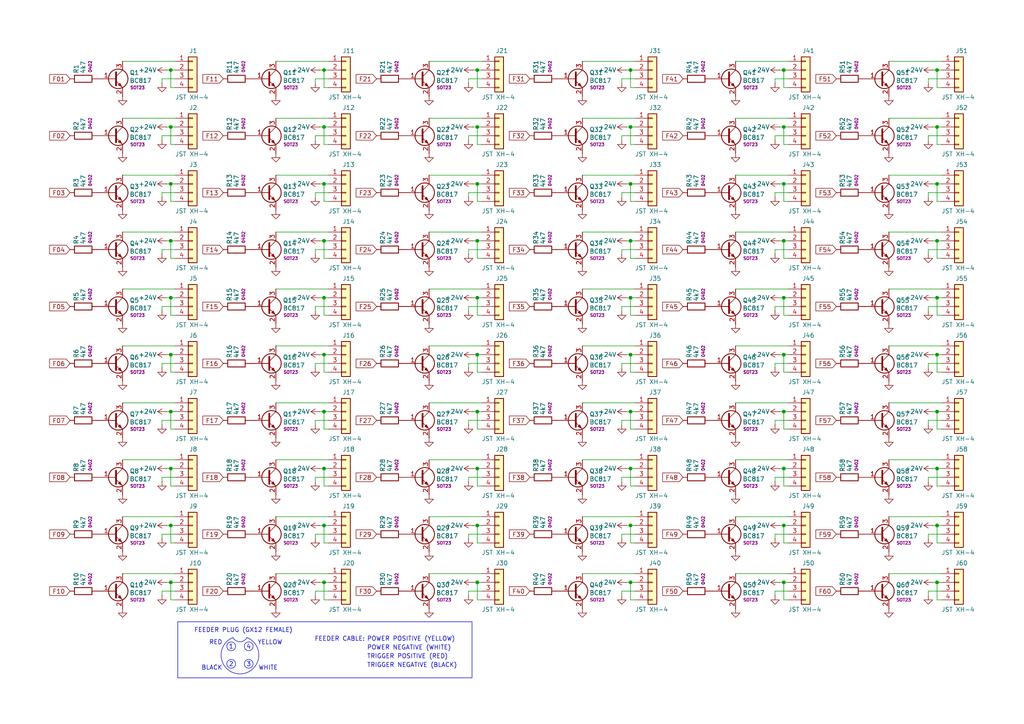
<source format=kicad_sch>
(kicad_sch (version 20231120) (generator "eeschema") (generator_version "8.0")
  (paper "A4")
  (title_block (title "FEEDER CONTROLLER - FC60") (date "2024") (rev "A"))
  (lib_symbols
    (symbol "Connector_Generic:Conn_01x04" (pin_names (offset 1.016) hide)
      (property "Reference" "J" (at 0 5.08 0))
      (property "Value" "Conn_01x04" (at 0 -7.62 0))
      (symbol "Conn_01x04_1_1"
        (pin passive line (at -5.08 2.54 0) (length 3.81) (name "Pin_1") (number "1"))
        (pin passive line (at -5.08 0 0) (length 3.81) (name "Pin_2") (number "2"))
        (pin passive line (at -5.08 -2.54 0) (length 3.81) (name "Pin_3") (number "3"))
        (pin passive line (at -5.08 -5.08 0) (length 3.81) (name "Pin_4") (number "4"))
      )
    )
    (symbol "Device:R" (pin_numbers hide) (pin_names (offset 0))
      (property "Reference" "R" (at 2.032 0 90))
      (property "Value" "R" (at 0 0 90))
      (symbol "R_1_1"
        (pin passive line (at 0 3.81 270) (length 1.27) (name "~") (number "1"))
        (pin passive line (at 0 -3.81 90) (length 1.27) (name "~") (number "2"))
      )
    )
    (symbol "Transistor_BJT:BC817" (pin_names (offset 0) hide)
      (property "Reference" "Q" (at 5.08 1.905 0))
      (property "Value" "BC817" (at 5.08 0 0))
      (symbol "BC817_1_1"
        (pin input line (at -5.08 0 0) (length 5.715) (name "B") (number "1"))
        (pin passive line (at 2.54 -5.08 90) (length 2.54) (name "E") (number "2"))
        (pin passive line (at 2.54 5.08 270) (length 2.54) (name "C") (number "3"))
      )
    )
    (symbol "power:+24V" (power) (pin_numbers hide) (pin_names (offset 0) hide)
      (property "Value" "+24V" (at 0 3.556 0))
      (symbol "+24V_1_1"
        (pin power_in line (at 0 0 90) (length 0) (name "~") (number "1"))
      )
    )
    (symbol "power:GND" (power) (pin_numbers hide) (pin_names (offset 0) hide)
      (property "Value" "GND" (at 0 -3.81 0))
      (symbol "GND_1_1"
        (pin power_in line (at 0 0 270) (length 0) (name "~") (number "1"))
      )
    )
  )
  (junction (at 271.78 119.38))
  (junction (at 93.98 102.87))
  (junction (at 271.78 20.32))
  (junction (at 49.53 69.85))
  (junction (at 271.78 86.36))
  (junction (at 271.78 36.83))
  (junction (at 138.43 69.85))
  (junction (at 271.78 102.87))
  (junction (at 227.33 102.87))
  (junction (at 49.53 36.83))
  (junction (at 182.88 69.85))
  (junction (at 93.98 152.4))
  (junction (at 49.53 20.32))
  (junction (at 93.98 168.91))
  (junction (at 49.53 86.36))
  (junction (at 182.88 119.38))
  (junction (at 138.43 152.4))
  (junction (at 93.98 36.83))
  (junction (at 138.43 20.32))
  (junction (at 182.88 102.87))
  (junction (at 49.53 53.34))
  (junction (at 271.78 152.4))
  (junction (at 182.88 53.34))
  (junction (at 138.43 135.89))
  (junction (at 271.78 168.91))
  (junction (at 138.43 36.83))
  (junction (at 49.53 135.89))
  (junction (at 138.43 168.91))
  (junction (at 227.33 20.32))
  (junction (at 138.43 86.36))
  (junction (at 138.43 119.38))
  (junction (at 182.88 86.36))
  (junction (at 227.33 69.85))
  (junction (at 49.53 119.38))
  (junction (at 182.88 135.89))
  (junction (at 93.98 20.32))
  (junction (at 227.33 36.83))
  (junction (at 227.33 135.89))
  (junction (at 182.88 168.91))
  (junction (at 49.53 152.4))
  (junction (at 93.98 135.89))
  (junction (at 271.78 135.89))
  (junction (at 227.33 168.91))
  (junction (at 93.98 53.34))
  (junction (at 49.53 102.87))
  (junction (at 227.33 119.38))
  (junction (at 93.98 69.85))
  (junction (at 182.88 36.83))
  (junction (at 227.33 86.36))
  (junction (at 227.33 53.34))
  (junction (at 93.98 119.38))
  (junction (at 182.88 152.4))
  (junction (at 271.78 69.85))
  (junction (at 271.78 53.34))
  (junction (at 138.43 53.34))
  (junction (at 138.43 102.87))
  (junction (at 93.98 86.36))
  (junction (at 49.53 168.91))
  (junction (at 227.33 152.4))
  (junction (at 182.88 20.32))
  (wire (pts (xy 91.44 88.9) (xy 91.44 90.17)))
  (wire (pts (xy 226.06 135.89) (xy 227.33 135.89)))
  (wire (pts (xy 137.16 168.91) (xy 138.43 168.91)))
  (wire (pts (xy 80.01 34.29) (xy 95.25 34.29)))
  (wire (pts (xy 226.06 102.87) (xy 227.33 102.87)))
  (wire (pts (xy 227.33 69.85) (xy 228.6 69.85)))
  (wire (pts (xy 93.98 25.4) (xy 93.98 20.32)))
  (wire (pts (xy 93.98 74.93) (xy 93.98 69.85)))
  (wire (pts (xy 80.01 100.33) (xy 95.25 100.33)))
  (wire (pts (xy 138.43 157.48) (xy 138.43 152.4)))
  (wire (pts (xy 95.25 124.46) (xy 93.98 124.46)))
  (wire (pts (xy 182.88 124.46) (xy 182.88 119.38)))
  (wire (pts (xy 227.33 157.48) (xy 227.33 152.4)))
  (wire (pts (xy 228.6 58.42) (xy 227.33 58.42)))
  (wire (pts (xy 124.46 100.33) (xy 139.7 100.33)))
  (wire (pts (xy 228.6 41.91) (xy 227.33 41.91)))
  (wire (pts (xy 227.33 168.91) (xy 228.6 168.91)))
  (wire (pts (xy 227.33 25.4) (xy 227.33 20.32)))
  (wire (pts (xy 137.16 152.4) (xy 138.43 152.4)))
  (wire (pts (xy 135.89 88.9) (xy 135.89 90.17)))
  (wire (pts (xy 124.46 149.86) (xy 139.7 149.86)))
  (wire (pts (xy 49.53 74.93) (xy 49.53 69.85)))
  (wire (pts (xy 35.56 116.84) (xy 50.8 116.84)))
  (wire (pts (xy 80.01 17.78) (xy 95.25 17.78)))
  (wire (pts (xy 49.53 124.46) (xy 49.53 119.38)))
  (wire (pts (xy 50.8 138.43) (xy 46.99 138.43)))
  (wire (pts (xy 273.05 22.86) (xy 269.24 22.86)))
  (wire (pts (xy 271.78 74.93) (xy 271.78 69.85)))
  (wire (pts (xy 50.8 58.42) (xy 49.53 58.42)))
  (wire (pts (xy 95.25 25.4) (xy 93.98 25.4)))
  (wire (pts (xy 224.79 55.88) (xy 224.79 57.15)))
  (wire (pts (xy 224.79 22.86) (xy 224.79 24.13)))
  (wire (pts (xy 49.53 140.97) (xy 49.53 135.89)))
  (wire (pts (xy 48.26 69.85) (xy 49.53 69.85)))
  (wire (pts (xy 50.8 105.41) (xy 46.99 105.41)))
  (wire (pts (xy 271.78 102.87) (xy 273.05 102.87)))
  (wire (pts (xy 124.46 116.84) (xy 139.7 116.84)))
  (wire (pts (xy 271.78 86.36) (xy 273.05 86.36)))
  (wire (pts (xy 182.88 102.87) (xy 184.15 102.87)))
  (wire (pts (xy 180.34 154.94) (xy 180.34 156.21)))
  (wire (pts (xy 80.01 67.31) (xy 95.25 67.31)))
  (wire (pts (xy 124.46 133.35) (xy 139.7 133.35)))
  (wire (pts (xy 139.7 25.4) (xy 138.43 25.4)))
  (wire (pts (xy 124.46 50.8) (xy 139.7 50.8)))
  (wire (pts (xy 273.05 91.44) (xy 271.78 91.44)))
  (wire (pts (xy 227.33 58.42) (xy 227.33 53.34)))
  (wire (pts (xy 182.88 168.91) (xy 184.15 168.91)))
  (wire (pts (xy 48.26 168.91) (xy 49.53 168.91)))
  (wire (pts (xy 168.91 100.33) (xy 184.15 100.33)))
  (wire (pts (xy 257.81 67.31) (xy 273.05 67.31)))
  (wire (pts (xy 181.61 36.83) (xy 182.88 36.83)))
  (wire (pts (xy 226.06 36.83) (xy 227.33 36.83)))
  (wire (pts (xy 138.43 102.87) (xy 139.7 102.87)))
  (wire (pts (xy 46.99 105.41) (xy 46.99 106.68)))
  (wire (pts (xy 270.51 86.36) (xy 271.78 86.36)))
  (wire (pts (xy 93.98 168.91) (xy 95.25 168.91)))
  (wire (pts (xy 92.71 152.4) (xy 93.98 152.4)))
  (wire (pts (xy 271.78 36.83) (xy 273.05 36.83)))
  (wire (pts (xy 48.26 36.83) (xy 49.53 36.83)))
  (wire (pts (xy 271.78 124.46) (xy 271.78 119.38)))
  (wire (pts (xy 182.88 53.34) (xy 184.15 53.34)))
  (wire (pts (xy 139.7 88.9) (xy 135.89 88.9)))
  (wire (pts (xy 49.53 157.48) (xy 49.53 152.4)))
  (wire (pts (xy 124.46 83.82) (xy 139.7 83.82)))
  (wire (pts (xy 182.88 74.93) (xy 182.88 69.85)))
  (wire (pts (xy 138.43 152.4) (xy 139.7 152.4)))
  (wire (pts (xy 224.79 154.94) (xy 224.79 156.21)))
  (wire (pts (xy 273.05 74.93) (xy 271.78 74.93)))
  (wire (pts (xy 35.56 100.33) (xy 50.8 100.33)))
  (wire (pts (xy 180.34 171.45) (xy 180.34 172.72)))
  (wire (pts (xy 168.91 83.82) (xy 184.15 83.82)))
  (wire (pts (xy 273.05 140.97) (xy 271.78 140.97)))
  (wire (pts (xy 184.15 157.48) (xy 182.88 157.48)))
  (wire (pts (xy 95.25 58.42) (xy 93.98 58.42)))
  (wire (pts (xy 182.88 152.4) (xy 184.15 152.4)))
  (wire (pts (xy 135.89 55.88) (xy 135.89 57.15)))
  (wire (pts (xy 213.36 34.29) (xy 228.6 34.29)))
  (wire (pts (xy 269.24 154.94) (xy 269.24 156.21)))
  (wire (pts (xy 168.91 116.84) (xy 184.15 116.84)))
  (wire (pts (xy 269.24 105.41) (xy 269.24 106.68)))
  (wire (pts (xy 95.25 138.43) (xy 91.44 138.43)))
  (wire (pts (xy 50.8 154.94) (xy 46.99 154.94)))
  (wire (pts (xy 271.78 135.89) (xy 273.05 135.89)))
  (wire (pts (xy 269.24 39.37) (xy 269.24 40.64)))
  (wire (pts (xy 137.16 135.89) (xy 138.43 135.89)))
  (wire (pts (xy 135.89 105.41) (xy 135.89 106.68)))
  (wire (pts (xy 80.01 116.84) (xy 95.25 116.84)))
  (wire (pts (xy 182.88 58.42) (xy 182.88 53.34)))
  (wire (pts (xy 49.53 107.95) (xy 49.53 102.87)))
  (wire (pts (xy 257.81 116.84) (xy 273.05 116.84)))
  (wire (pts (xy 213.36 100.33) (xy 228.6 100.33)))
  (wire (pts (xy 227.33 173.99) (xy 227.33 168.91)))
  (wire (pts (xy 93.98 53.34) (xy 95.25 53.34)))
  (wire (pts (xy 50.8 121.92) (xy 46.99 121.92)))
  (wire (pts (xy 213.36 133.35) (xy 228.6 133.35)))
  (wire (pts (xy 91.44 105.41) (xy 91.44 106.68)))
  (wire (pts (xy 49.53 135.89) (xy 50.8 135.89)))
  (wire (pts (xy 46.99 72.39) (xy 46.99 73.66)))
  (wire (pts (xy 228.6 39.37) (xy 224.79 39.37)))
  (wire (pts (xy 224.79 88.9) (xy 224.79 90.17)))
  (wire (pts (xy 49.53 69.85) (xy 50.8 69.85)))
  (wire (pts (xy 213.36 17.78) (xy 228.6 17.78)))
  (wire (pts (xy 92.71 135.89) (xy 93.98 135.89)))
  (wire (pts (xy 91.44 171.45) (xy 91.44 172.72)))
  (wire (pts (xy 93.98 91.44) (xy 93.98 86.36)))
  (wire (pts (xy 91.44 39.37) (xy 91.44 40.64)))
  (wire (pts (xy 138.43 20.32) (xy 139.7 20.32)))
  (wire (pts (xy 138.43 25.4) (xy 138.43 20.32)))
  (wire (pts (xy 135.89 138.43) (xy 135.89 139.7)))
  (wire (pts (xy 135.89 121.92) (xy 135.89 123.19)))
  (wire (pts (xy 35.56 149.86) (xy 50.8 149.86)))
  (wire (pts (xy 92.71 86.36) (xy 93.98 86.36)))
  (wire (pts (xy 180.34 39.37) (xy 180.34 40.64)))
  (wire (pts (xy 181.61 69.85) (xy 182.88 69.85)))
  (wire (pts (xy 273.05 41.91) (xy 271.78 41.91)))
  (wire (pts (xy 184.15 58.42) (xy 182.88 58.42)))
  (wire (pts (xy 184.15 41.91) (xy 182.88 41.91)))
  (wire (pts (xy 49.53 91.44) (xy 49.53 86.36)))
  (wire (pts (xy 269.24 121.92) (xy 269.24 123.19)))
  (wire (pts (xy 270.51 152.4) (xy 271.78 152.4)))
  (wire (pts (xy 35.56 166.37) (xy 50.8 166.37)))
  (wire (pts (xy 184.15 171.45) (xy 180.34 171.45)))
  (wire (pts (xy 93.98 20.32) (xy 95.25 20.32)))
  (wire (pts (xy 93.98 135.89) (xy 95.25 135.89)))
  (wire (pts (xy 269.24 72.39) (xy 269.24 73.66)))
  (wire (pts (xy 180.34 72.39) (xy 180.34 73.66)))
  (wire (pts (xy 93.98 36.83) (xy 95.25 36.83)))
  (wire (pts (xy 95.25 140.97) (xy 93.98 140.97)))
  (wire (pts (xy 226.06 86.36) (xy 227.33 86.36)))
  (wire (pts (xy 49.53 58.42) (xy 49.53 53.34)))
  (wire (pts (xy 184.15 88.9) (xy 180.34 88.9)))
  (wire (pts (xy 228.6 22.86) (xy 224.79 22.86)))
  (wire (pts (xy 95.25 171.45) (xy 91.44 171.45)))
  (wire (pts (xy 139.7 74.93) (xy 138.43 74.93)))
  (wire (pts (xy 226.06 20.32) (xy 227.33 20.32)))
  (wire (pts (xy 226.06 168.91) (xy 227.33 168.91)))
  (wire (pts (xy 35.56 83.82) (xy 50.8 83.82)))
  (wire (pts (xy 226.06 53.34) (xy 227.33 53.34)))
  (wire (pts (xy 95.25 72.39) (xy 91.44 72.39)))
  (wire (pts (xy 139.7 39.37) (xy 135.89 39.37)))
  (wire (pts (xy 95.25 41.91) (xy 93.98 41.91)))
  (wire (pts (xy 273.05 154.94) (xy 269.24 154.94)))
  (wire (pts (xy 227.33 53.34) (xy 228.6 53.34)))
  (wire (pts (xy 227.33 102.87) (xy 228.6 102.87)))
  (wire (pts (xy 180.34 138.43) (xy 180.34 139.7)))
  (wire (pts (xy 184.15 72.39) (xy 180.34 72.39)))
  (wire (pts (xy 135.89 22.86) (xy 135.89 24.13)))
  (wire (pts (xy 92.71 69.85) (xy 93.98 69.85)))
  (wire (pts (xy 139.7 138.43) (xy 135.89 138.43)))
  (wire (pts (xy 139.7 121.92) (xy 135.89 121.92)))
  (wire (pts (xy 270.51 20.32) (xy 271.78 20.32)))
  (wire (pts (xy 180.34 105.41) (xy 180.34 106.68)))
  (wire (pts (xy 50.8 171.45) (xy 46.99 171.45)))
  (wire (pts (xy 49.53 173.99) (xy 49.53 168.91)))
  (wire (pts (xy 257.81 166.37) (xy 273.05 166.37)))
  (wire (pts (xy 93.98 69.85) (xy 95.25 69.85)))
  (wire (pts (xy 228.6 91.44) (xy 227.33 91.44)))
  (wire (pts (xy 182.88 36.83) (xy 184.15 36.83)))
  (wire (pts (xy 137.16 53.34) (xy 138.43 53.34)))
  (wire (pts (xy 181.61 20.32) (xy 182.88 20.32)))
  (wire (pts (xy 46.99 154.94) (xy 46.99 156.21)))
  (wire (pts (xy 181.61 119.38) (xy 182.88 119.38)))
  (wire (pts (xy 168.91 149.86) (xy 184.15 149.86)))
  (wire (pts (xy 95.25 39.37) (xy 91.44 39.37)))
  (wire (pts (xy 93.98 86.36) (xy 95.25 86.36)))
  (wire (pts (xy 228.6 173.99) (xy 227.33 173.99)))
  (wire (pts (xy 227.33 20.32) (xy 228.6 20.32)))
  (wire (pts (xy 182.88 25.4) (xy 182.88 20.32)))
  (wire (pts (xy 271.78 173.99) (xy 271.78 168.91)))
  (wire (pts (xy 182.88 69.85) (xy 184.15 69.85)))
  (wire (pts (xy 138.43 91.44) (xy 138.43 86.36)))
  (wire (pts (xy 228.6 105.41) (xy 224.79 105.41)))
  (wire (pts (xy 35.56 67.31) (xy 50.8 67.31)))
  (wire (pts (xy 213.36 83.82) (xy 228.6 83.82)))
  (wire (pts (xy 93.98 152.4) (xy 95.25 152.4)))
  (wire (pts (xy 184.15 138.43) (xy 180.34 138.43)))
  (wire (pts (xy 49.53 86.36) (xy 50.8 86.36)))
  (wire (pts (xy 139.7 171.45) (xy 135.89 171.45)))
  (wire (pts (xy 168.91 67.31) (xy 184.15 67.31)))
  (wire (pts (xy 91.44 154.94) (xy 91.44 156.21)))
  (wire (pts (xy 181.61 53.34) (xy 182.88 53.34)))
  (wire (pts (xy 139.7 105.41) (xy 135.89 105.41)))
  (wire (pts (xy 273.05 124.46) (xy 271.78 124.46)))
  (wire (pts (xy 139.7 72.39) (xy 135.89 72.39)))
  (wire (pts (xy 226.06 152.4) (xy 227.33 152.4)))
  (wire (pts (xy 48.26 152.4) (xy 49.53 152.4)))
  (wire (pts (xy 271.78 91.44) (xy 271.78 86.36)))
  (wire (pts (xy 95.25 74.93) (xy 93.98 74.93)))
  (wire (pts (xy 95.25 154.94) (xy 91.44 154.94)))
  (wire (pts (xy 49.53 102.87) (xy 50.8 102.87)))
  (wire (pts (xy 91.44 138.43) (xy 91.44 139.7)))
  (wire (pts (xy 224.79 105.41) (xy 224.79 106.68)))
  (wire (pts (xy 180.34 55.88) (xy 180.34 57.15)))
  (wire (pts (xy 50.8 39.37) (xy 46.99 39.37)))
  (wire (pts (xy 50.8 173.99) (xy 49.53 173.99)))
  (wire (pts (xy 182.88 86.36) (xy 184.15 86.36)))
  (wire (pts (xy 213.36 50.8) (xy 228.6 50.8)))
  (wire (pts (xy 135.89 154.94) (xy 135.89 156.21)))
  (wire (pts (xy 228.6 138.43) (xy 224.79 138.43)))
  (wire (pts (xy 228.6 124.46) (xy 227.33 124.46)))
  (wire (pts (xy 257.81 100.33) (xy 273.05 100.33)))
  (wire (pts (xy 49.53 152.4) (xy 50.8 152.4)))
  (wire (pts (xy 139.7 140.97) (xy 138.43 140.97)))
  (wire (pts (xy 139.7 22.86) (xy 135.89 22.86)))
  (wire (pts (xy 271.78 69.85) (xy 273.05 69.85)))
  (wire (pts (xy 182.88 135.89) (xy 184.15 135.89)))
  (wire (pts (xy 180.34 121.92) (xy 180.34 123.19)))
  (wire (pts (xy 271.78 119.38) (xy 273.05 119.38)))
  (wire (pts (xy 228.6 72.39) (xy 224.79 72.39)))
  (wire (pts (xy 184.15 22.86) (xy 180.34 22.86)))
  (wire (pts (xy 224.79 121.92) (xy 224.79 123.19)))
  (wire (pts (xy 91.44 121.92) (xy 91.44 123.19)))
  (wire (pts (xy 269.24 22.86) (xy 269.24 24.13)))
  (wire (pts (xy 184.15 39.37) (xy 180.34 39.37)))
  (wire (pts (xy 184.15 173.99) (xy 182.88 173.99)))
  (wire (pts (xy 50.8 140.97) (xy 49.53 140.97)))
  (wire (pts (xy 168.91 50.8) (xy 184.15 50.8)))
  (wire (pts (xy 35.56 133.35) (xy 50.8 133.35)))
  (wire (pts (xy 48.26 135.89) (xy 49.53 135.89)))
  (wire (pts (xy 138.43 135.89) (xy 139.7 135.89)))
  (wire (pts (xy 135.89 171.45) (xy 135.89 172.72)))
  (wire (pts (xy 124.46 34.29) (xy 139.7 34.29)))
  (wire (pts (xy 137.16 20.32) (xy 138.43 20.32)))
  (wire (pts (xy 50.8 107.95) (xy 49.53 107.95)))
  (wire (pts (xy 271.78 140.97) (xy 271.78 135.89)))
  (wire (pts (xy 227.33 152.4) (xy 228.6 152.4)))
  (wire (pts (xy 228.6 121.92) (xy 224.79 121.92)))
  (wire (pts (xy 182.88 107.95) (xy 182.88 102.87)))
  (wire (pts (xy 48.26 86.36) (xy 49.53 86.36)))
  (wire (pts (xy 269.24 171.45) (xy 269.24 172.72)))
  (wire (pts (xy 50.8 88.9) (xy 46.99 88.9)))
  (wire (pts (xy 80.01 133.35) (xy 95.25 133.35)))
  (wire (pts (xy 271.78 25.4) (xy 271.78 20.32)))
  (wire (pts (xy 228.6 25.4) (xy 227.33 25.4)))
  (wire (pts (xy 228.6 107.95) (xy 227.33 107.95)))
  (wire (pts (xy 227.33 74.93) (xy 227.33 69.85)))
  (wire (pts (xy 182.88 173.99) (xy 182.88 168.91)))
  (wire (pts (xy 95.25 105.41) (xy 91.44 105.41)))
  (wire (pts (xy 184.15 140.97) (xy 182.88 140.97)))
  (wire (pts (xy 182.88 119.38) (xy 184.15 119.38)))
  (wire (pts (xy 227.33 107.95) (xy 227.33 102.87)))
  (wire (pts (xy 124.46 17.78) (xy 139.7 17.78)))
  (wire (pts (xy 269.24 55.88) (xy 269.24 57.15)))
  (wire (pts (xy 228.6 140.97) (xy 227.33 140.97)))
  (wire (pts (xy 139.7 107.95) (xy 138.43 107.95)))
  (wire (pts (xy 227.33 140.97) (xy 227.33 135.89)))
  (wire (pts (xy 139.7 58.42) (xy 138.43 58.42)))
  (wire (pts (xy 48.26 53.34) (xy 49.53 53.34)))
  (wire (pts (xy 93.98 124.46) (xy 93.98 119.38)))
  (wire (pts (xy 91.44 22.86) (xy 91.44 24.13)))
  (wire (pts (xy 270.51 168.91) (xy 271.78 168.91)))
  (wire (pts (xy 49.53 36.83) (xy 50.8 36.83)))
  (wire (pts (xy 228.6 157.48) (xy 227.33 157.48)))
  (wire (pts (xy 138.43 74.93) (xy 138.43 69.85)))
  (wire (pts (xy 138.43 58.42) (xy 138.43 53.34)))
  (wire (pts (xy 273.05 55.88) (xy 269.24 55.88)))
  (wire (pts (xy 184.15 74.93) (xy 182.88 74.93)))
  (wire (pts (xy 95.25 121.92) (xy 91.44 121.92)))
  (wire (pts (xy 181.61 152.4) (xy 182.88 152.4)))
  (wire (pts (xy 257.81 50.8) (xy 273.05 50.8)))
  (wire (pts (xy 139.7 124.46) (xy 138.43 124.46)))
  (wire (pts (xy 184.15 154.94) (xy 180.34 154.94)))
  (wire (pts (xy 92.71 20.32) (xy 93.98 20.32)))
  (wire (pts (xy 273.05 105.41) (xy 269.24 105.41)))
  (wire (pts (xy 137.16 119.38) (xy 138.43 119.38)))
  (wire (pts (xy 93.98 119.38) (xy 95.25 119.38)))
  (wire (pts (xy 49.53 41.91) (xy 49.53 36.83)))
  (wire (pts (xy 91.44 55.88) (xy 91.44 57.15)))
  (wire (pts (xy 273.05 88.9) (xy 269.24 88.9)))
  (wire (pts (xy 168.91 17.78) (xy 184.15 17.78)))
  (wire (pts (xy 227.33 36.83) (xy 228.6 36.83)))
  (wire (pts (xy 138.43 41.91) (xy 138.43 36.83)))
  (wire (pts (xy 273.05 173.99) (xy 271.78 173.99)))
  (wire (pts (xy 213.36 149.86) (xy 228.6 149.86)))
  (wire (pts (xy 137.16 69.85) (xy 138.43 69.85)))
  (wire (pts (xy 273.05 121.92) (xy 269.24 121.92)))
  (wire (pts (xy 227.33 91.44) (xy 227.33 86.36)))
  (wire (pts (xy 95.25 173.99) (xy 93.98 173.99)))
  (wire (pts (xy 93.98 140.97) (xy 93.98 135.89)))
  (wire (pts (xy 228.6 88.9) (xy 224.79 88.9)))
  (wire (pts (xy 138.43 124.46) (xy 138.43 119.38)))
  (wire (pts (xy 227.33 41.91) (xy 227.33 36.83)))
  (wire (pts (xy 168.91 133.35) (xy 184.15 133.35)))
  (wire (pts (xy 49.53 20.32) (xy 50.8 20.32)))
  (wire (pts (xy 224.79 171.45) (xy 224.79 172.72)))
  (wire (pts (xy 138.43 53.34) (xy 139.7 53.34)))
  (wire (pts (xy 273.05 171.45) (xy 269.24 171.45)))
  (wire (pts (xy 228.6 55.88) (xy 224.79 55.88)))
  (wire (pts (xy 224.79 39.37) (xy 224.79 40.64)))
  (wire (pts (xy 213.36 67.31) (xy 228.6 67.31)))
  (wire (pts (xy 273.05 138.43) (xy 269.24 138.43)))
  (wire (pts (xy 181.61 135.89) (xy 182.88 135.89)))
  (wire (pts (xy 257.81 34.29) (xy 273.05 34.29)))
  (wire (pts (xy 271.78 157.48) (xy 271.78 152.4)))
  (wire (pts (xy 257.81 83.82) (xy 273.05 83.82)))
  (wire (pts (xy 269.24 138.43) (xy 269.24 139.7)))
  (wire (pts (xy 182.88 91.44) (xy 182.88 86.36)))
  (wire (pts (xy 93.98 102.87) (xy 95.25 102.87)))
  (wire (pts (xy 124.46 166.37) (xy 139.7 166.37)))
  (wire (pts (xy 139.7 173.99) (xy 138.43 173.99)))
  (wire (pts (xy 50.8 25.4) (xy 49.53 25.4)))
  (wire (pts (xy 273.05 58.42) (xy 271.78 58.42)))
  (wire (pts (xy 168.91 34.29) (xy 184.15 34.29)))
  (wire (pts (xy 213.36 166.37) (xy 228.6 166.37)))
  (wire (pts (xy 273.05 107.95) (xy 271.78 107.95)))
  (wire (pts (xy 92.71 168.91) (xy 93.98 168.91)))
  (wire (pts (xy 92.71 102.87) (xy 93.98 102.87)))
  (wire (pts (xy 46.99 171.45) (xy 46.99 172.72)))
  (wire (pts (xy 139.7 55.88) (xy 135.89 55.88)))
  (wire (pts (xy 180.34 88.9) (xy 180.34 90.17)))
  (wire (pts (xy 184.15 91.44) (xy 182.88 91.44)))
  (wire (pts (xy 138.43 86.36) (xy 139.7 86.36)))
  (wire (pts (xy 35.56 34.29) (xy 50.8 34.29)))
  (wire (pts (xy 226.06 69.85) (xy 227.33 69.85)))
  (wire (pts (xy 50.8 22.86) (xy 46.99 22.86)))
  (wire (pts (xy 271.78 53.34) (xy 273.05 53.34)))
  (wire (pts (xy 135.89 39.37) (xy 135.89 40.64)))
  (wire (pts (xy 50.8 41.91) (xy 49.53 41.91)))
  (wire (pts (xy 184.15 124.46) (xy 182.88 124.46)))
  (wire (pts (xy 184.15 25.4) (xy 182.88 25.4)))
  (wire (pts (xy 46.99 88.9) (xy 46.99 90.17)))
  (wire (pts (xy 213.36 116.84) (xy 228.6 116.84)))
  (wire (pts (xy 80.01 149.86) (xy 95.25 149.86)))
  (wire (pts (xy 46.99 138.43) (xy 46.99 139.7)))
  (wire (pts (xy 46.99 39.37) (xy 46.99 40.64)))
  (wire (pts (xy 138.43 69.85) (xy 139.7 69.85)))
  (wire (pts (xy 50.8 72.39) (xy 46.99 72.39)))
  (wire (pts (xy 95.25 22.86) (xy 91.44 22.86)))
  (wire (pts (xy 137.16 102.87) (xy 138.43 102.87)))
  (wire (pts (xy 95.25 91.44) (xy 93.98 91.44)))
  (wire (pts (xy 35.56 17.78) (xy 50.8 17.78)))
  (wire (pts (xy 48.26 102.87) (xy 49.53 102.87)))
  (wire (pts (xy 50.8 55.88) (xy 46.99 55.88)))
  (wire (pts (xy 135.89 72.39) (xy 135.89 73.66)))
  (wire (pts (xy 139.7 154.94) (xy 135.89 154.94)))
  (wire (pts (xy 93.98 41.91) (xy 93.98 36.83)))
  (wire (pts (xy 228.6 154.94) (xy 224.79 154.94)))
  (wire (pts (xy 139.7 157.48) (xy 138.43 157.48)))
  (wire (pts (xy 137.16 36.83) (xy 138.43 36.83)))
  (wire (pts (xy 180.34 22.86) (xy 180.34 24.13)))
  (wire (pts (xy 168.91 166.37) (xy 184.15 166.37)))
  (wire (pts (xy 93.98 58.42) (xy 93.98 53.34)))
  (wire (pts (xy 270.51 69.85) (xy 271.78 69.85)))
  (wire (pts (xy 270.51 119.38) (xy 271.78 119.38)))
  (wire (pts (xy 80.01 166.37) (xy 95.25 166.37)))
  (wire (pts (xy 46.99 121.92) (xy 46.99 123.19)))
  (wire (pts (xy 273.05 39.37) (xy 269.24 39.37)))
  (wire (pts (xy 138.43 168.91) (xy 139.7 168.91)))
  (wire (pts (xy 46.99 22.86) (xy 46.99 24.13)))
  (wire (pts (xy 224.79 72.39) (xy 224.79 73.66)))
  (wire (pts (xy 184.15 121.92) (xy 180.34 121.92)))
  (wire (pts (xy 93.98 173.99) (xy 93.98 168.91)))
  (wire (pts (xy 184.15 105.41) (xy 180.34 105.41)))
  (wire (pts (xy 50.8 124.46) (xy 49.53 124.46)))
  (wire (pts (xy 227.33 135.89) (xy 228.6 135.89)))
  (wire (pts (xy 227.33 86.36) (xy 228.6 86.36)))
  (wire (pts (xy 95.25 55.88) (xy 91.44 55.88)))
  (wire (pts (xy 270.51 102.87) (xy 271.78 102.87)))
  (wire (pts (xy 270.51 36.83) (xy 271.78 36.83)))
  (wire (pts (xy 182.88 157.48) (xy 182.88 152.4)))
  (wire (pts (xy 271.78 58.42) (xy 271.78 53.34)))
  (wire (pts (xy 49.53 25.4) (xy 49.53 20.32)))
  (wire (pts (xy 49.53 119.38) (xy 50.8 119.38)))
  (wire (pts (xy 92.71 53.34) (xy 93.98 53.34)))
  (wire (pts (xy 228.6 74.93) (xy 227.33 74.93)))
  (wire (pts (xy 95.25 157.48) (xy 93.98 157.48)))
  (wire (pts (xy 226.06 119.38) (xy 227.33 119.38)))
  (wire (pts (xy 138.43 119.38) (xy 139.7 119.38)))
  (wire (pts (xy 257.81 17.78) (xy 273.05 17.78)))
  (wire (pts (xy 273.05 157.48) (xy 271.78 157.48)))
  (wire (pts (xy 257.81 149.86) (xy 273.05 149.86)))
  (wire (pts (xy 271.78 20.32) (xy 273.05 20.32)))
  (wire (pts (xy 138.43 36.83) (xy 139.7 36.83)))
  (wire (pts (xy 50.8 91.44) (xy 49.53 91.44)))
  (wire (pts (xy 92.71 36.83) (xy 93.98 36.83)))
  (wire (pts (xy 181.61 102.87) (xy 182.88 102.87)))
  (wire (pts (xy 91.44 72.39) (xy 91.44 73.66)))
  (wire (pts (xy 181.61 86.36) (xy 182.88 86.36)))
  (wire (pts (xy 271.78 152.4) (xy 273.05 152.4)))
  (wire (pts (xy 93.98 107.95) (xy 93.98 102.87)))
  (wire (pts (xy 271.78 41.91) (xy 271.78 36.83)))
  (wire (pts (xy 224.79 138.43) (xy 224.79 139.7)))
  (wire (pts (xy 182.88 140.97) (xy 182.88 135.89)))
  (wire (pts (xy 49.53 53.34) (xy 50.8 53.34)))
  (wire (pts (xy 48.26 119.38) (xy 49.53 119.38)))
  (wire (pts (xy 138.43 140.97) (xy 138.43 135.89)))
  (wire (pts (xy 49.53 168.91) (xy 50.8 168.91)))
  (wire (pts (xy 227.33 124.46) (xy 227.33 119.38)))
  (wire (pts (xy 137.16 86.36) (xy 138.43 86.36)))
  (wire (pts (xy 181.61 168.91) (xy 182.88 168.91)))
  (wire (pts (xy 138.43 173.99) (xy 138.43 168.91)))
  (wire (pts (xy 93.98 157.48) (xy 93.98 152.4)))
  (wire (pts (xy 92.71 119.38) (xy 93.98 119.38)))
  (wire (pts (xy 269.24 88.9) (xy 269.24 90.17)))
  (wire (pts (xy 257.81 133.35) (xy 273.05 133.35)))
  (wire (pts (xy 273.05 25.4) (xy 271.78 25.4)))
  (wire (pts (xy 271.78 168.91) (xy 273.05 168.91)))
  (wire (pts (xy 139.7 41.91) (xy 138.43 41.91)))
  (wire (pts (xy 48.26 20.32) (xy 49.53 20.32)))
  (wire (pts (xy 138.43 107.95) (xy 138.43 102.87)))
  (wire (pts (xy 184.15 55.88) (xy 180.34 55.88)))
  (wire (pts (xy 80.01 50.8) (xy 95.25 50.8)))
  (wire (pts (xy 50.8 157.48) (xy 49.53 157.48)))
  (wire (pts (xy 228.6 171.45) (xy 224.79 171.45)))
  (wire (pts (xy 139.7 91.44) (xy 138.43 91.44)))
  (wire (pts (xy 227.33 119.38) (xy 228.6 119.38)))
  (wire (pts (xy 271.78 107.95) (xy 271.78 102.87)))
  (wire (pts (xy 182.88 41.91) (xy 182.88 36.83)))
  (wire (pts (xy 95.25 88.9) (xy 91.44 88.9)))
  (wire (pts (xy 95.25 107.95) (xy 93.98 107.95)))
  (wire (pts (xy 124.46 67.31) (xy 139.7 67.31)))
  (wire (pts (xy 80.01 83.82) (xy 95.25 83.82)))
  (wire (pts (xy 50.8 74.93) (xy 49.53 74.93)))
  (wire (pts (xy 273.05 72.39) (xy 269.24 72.39)))
  (wire (pts (xy 184.15 107.95) (xy 182.88 107.95)))
  (wire (pts (xy 46.99 55.88) (xy 46.99 57.15)))
  (wire (pts (xy 35.56 50.8) (xy 50.8 50.8)))
  (wire (pts (xy 270.51 53.34) (xy 271.78 53.34)))
  (wire (pts (xy 270.51 135.89) (xy 271.78 135.89)))
  (wire (pts (xy 182.88 20.32) (xy 184.15 20.32)))
  (rectangle (start 51.562 180.34) (end 136.906 196.596))
  (arc (start 71.628 184.912) (mid 69.596 186.1302) (end 67.564 184.912))
  (circle (center 72.136 192.532) (radius 1.27))
  (arc (start 71.628 184.912) (mid 69.596 195.4633) (end 67.564 184.912))
  (circle (center 67.056 192.532) (radius 1.27))
  (circle (center 72.136 187.452) (radius 1.27))
  (circle (center 67.056 187.452) (radius 1.27))
  (text "FEEDER PLUG (GX12 FEMALE)" (at 70.612 182.88 0) (effects (font (size 1.27 1.27))))
  (text "FEEDER CABLE:" (at 98.552 185.42 0) (effects (font (size 1.27 1.27))))
  (text "POWER POSITIVE (YELLOW)" (at 106.426 185.42 0) (effects (font (size 1.27 1.27)) (justify left)))
  (text "4" (at 72.136 187.706 0) (effects (font (size 1.27 1.27))))
  (text "RED" (at 64.516 186.436 0) (effects (font (size 1.27 1.27)) (justify right)))
  (text "TRIGGER NEGATIVE (BLACK)" (at 106.426 193.04 0) (effects (font (size 1.27 1.27)) (justify left)))
  (text "TRIGGER POSITIVE (RED)" (at 106.426 190.5 0) (effects (font (size 1.27 1.27)) (justify left)))
  (text "BLACK" (at 64.516 193.802 0) (effects (font (size 1.27 1.27)) (justify right)))
  (text "YELLOW" (at 74.676 186.436 0) (effects (font (size 1.27 1.27)) (justify left)))
  (text "3" (at 72.136 192.786 0) (effects (font (size 1.27 1.27))))
  (text "POWER NEGATIVE (WHITE)" (at 106.426 187.96 0) (effects (font (size 1.27 1.27)) (justify left)))
  (text "1" (at 67.056 187.706 0) (effects (font (size 1.27 1.27))))
  (text "WHITE" (at 74.93 193.802 0) (effects (font (size 1.27 1.27)) (justify left)))
  (text "2" (at 67.056 192.786 0) (effects (font (size 1.27 1.27))))
  (global_label "F16" (shape input) (at 64.77 105.41 180) (property "Intersheetrefs" "${INTERSHEET_REFS}" (effects (hide yes))))
  (global_label "F06" (shape input) (at 20.32 105.41 180) (property "Intersheetrefs" "${INTERSHEET_REFS}" (effects (hide yes))))
  (global_label "F28" (shape input) (at 109.22 138.43 180) (property "Intersheetrefs" "${INTERSHEET_REFS}" (effects (hide yes))))
  (global_label "F55" (shape input) (at 242.57 88.9 180) (property "Intersheetrefs" "${INTERSHEET_REFS}" (effects (hide yes))))
  (global_label "F48" (shape input) (at 198.12 138.43 180) (property "Intersheetrefs" "${INTERSHEET_REFS}" (effects (hide yes))))
  (global_label "F10" (shape input) (at 20.32 171.45 180) (property "Intersheetrefs" "${INTERSHEET_REFS}" (effects (hide yes))))
  (global_label "F33" (shape input) (at 153.67 55.88 180) (property "Intersheetrefs" "${INTERSHEET_REFS}" (effects (hide yes))))
  (global_label "F53" (shape input) (at 242.57 55.88 180) (property "Intersheetrefs" "${INTERSHEET_REFS}" (effects (hide yes))))
  (global_label "F24" (shape input) (at 109.22 72.39 180) (property "Intersheetrefs" "${INTERSHEET_REFS}" (effects (hide yes))))
  (global_label "F39" (shape input) (at 153.67 154.94 180) (property "Intersheetrefs" "${INTERSHEET_REFS}" (effects (hide yes))))
  (global_label "F27" (shape input) (at 109.22 121.92 180) (property "Intersheetrefs" "${INTERSHEET_REFS}" (effects (hide yes))))
  (global_label "F20" (shape input) (at 64.77 171.45 180) (property "Intersheetrefs" "${INTERSHEET_REFS}" (effects (hide yes))))
  (global_label "F29" (shape input) (at 109.22 154.94 180) (property "Intersheetrefs" "${INTERSHEET_REFS}" (effects (hide yes))))
  (global_label "F05" (shape input) (at 20.32 88.9 180) (property "Intersheetrefs" "${INTERSHEET_REFS}" (effects (hide yes))))
  (global_label "F17" (shape input) (at 64.77 121.92 180) (property "Intersheetrefs" "${INTERSHEET_REFS}" (effects (hide yes))))
  (global_label "F32" (shape input) (at 153.67 39.37 180) (property "Intersheetrefs" "${INTERSHEET_REFS}" (effects (hide yes))))
  (global_label "F59" (shape input) (at 242.57 154.94 180) (property "Intersheetrefs" "${INTERSHEET_REFS}" (effects (hide yes))))
  (global_label "F50" (shape input) (at 198.12 171.45 180) (property "Intersheetrefs" "${INTERSHEET_REFS}" (effects (hide yes))))
  (global_label "F57" (shape input) (at 242.57 121.92 180) (property "Intersheetrefs" "${INTERSHEET_REFS}" (effects (hide yes))))
  (global_label "F30" (shape input) (at 109.22 171.45 180) (property "Intersheetrefs" "${INTERSHEET_REFS}" (effects (hide yes))))
  (global_label "F34" (shape input) (at 153.67 72.39 180) (property "Intersheetrefs" "${INTERSHEET_REFS}" (effects (hide yes))))
  (global_label "F07" (shape input) (at 20.32 121.92 180) (property "Intersheetrefs" "${INTERSHEET_REFS}" (effects (hide yes))))
  (global_label "F35" (shape input) (at 153.67 88.9 180) (property "Intersheetrefs" "${INTERSHEET_REFS}" (effects (hide yes))))
  (global_label "F52" (shape input) (at 242.57 39.37 180) (property "Intersheetrefs" "${INTERSHEET_REFS}" (effects (hide yes))))
  (global_label "F21" (shape input) (at 109.22 22.86 180) (property "Intersheetrefs" "${INTERSHEET_REFS}" (effects (hide yes))))
  (global_label "F14" (shape input) (at 64.77 72.39 180) (property "Intersheetrefs" "${INTERSHEET_REFS}" (effects (hide yes))))
  (global_label "F45" (shape input) (at 198.12 88.9 180) (property "Intersheetrefs" "${INTERSHEET_REFS}" (effects (hide yes))))
  (global_label "F46" (shape input) (at 198.12 105.41 180) (property "Intersheetrefs" "${INTERSHEET_REFS}" (effects (hide yes))))
  (global_label "F25" (shape input) (at 109.22 88.9 180) (property "Intersheetrefs" "${INTERSHEET_REFS}" (effects (hide yes))))
  (global_label "F47" (shape input) (at 198.12 121.92 180) (property "Intersheetrefs" "${INTERSHEET_REFS}" (effects (hide yes))))
  (global_label "F11" (shape input) (at 64.77 22.86 180) (property "Intersheetrefs" "${INTERSHEET_REFS}" (effects (hide yes))))
  (global_label "F54" (shape input) (at 242.57 72.39 180) (property "Intersheetrefs" "${INTERSHEET_REFS}" (effects (hide yes))))
  (global_label "F56" (shape input) (at 242.57 105.41 180) (property "Intersheetrefs" "${INTERSHEET_REFS}" (effects (hide yes))))
  (global_label "F23" (shape input) (at 109.22 55.88 180) (property "Intersheetrefs" "${INTERSHEET_REFS}" (effects (hide yes))))
  (global_label "F58" (shape input) (at 242.57 138.43 180) (property "Intersheetrefs" "${INTERSHEET_REFS}" (effects (hide yes))))
  (global_label "F19" (shape input) (at 64.77 154.94 180) (property "Intersheetrefs" "${INTERSHEET_REFS}" (effects (hide yes))))
  (global_label "F03" (shape input) (at 20.32 55.88 180) (property "Intersheetrefs" "${INTERSHEET_REFS}" (effects (hide yes))))
  (global_label "F36" (shape input) (at 153.67 105.41 180) (property "Intersheetrefs" "${INTERSHEET_REFS}" (effects (hide yes))))
  (global_label "F60" (shape input) (at 242.57 171.45 180) (property "Intersheetrefs" "${INTERSHEET_REFS}" (effects (hide yes))))
  (global_label "F01" (shape input) (at 20.32 22.86 180) (property "Intersheetrefs" "${INTERSHEET_REFS}" (effects (hide yes))))
  (global_label "F08" (shape input) (at 20.32 138.43 180) (property "Intersheetrefs" "${INTERSHEET_REFS}" (effects (hide yes))))
  (global_label "F26" (shape input) (at 109.22 105.41 180) (property "Intersheetrefs" "${INTERSHEET_REFS}" (effects (hide yes))))
  (global_label "F22" (shape input) (at 109.22 39.37 180) (property "Intersheetrefs" "${INTERSHEET_REFS}" (effects (hide yes))))
  (global_label "F38" (shape input) (at 153.67 138.43 180) (property "Intersheetrefs" "${INTERSHEET_REFS}" (effects (hide yes))))
  (global_label "F37" (shape input) (at 153.67 121.92 180) (property "Intersheetrefs" "${INTERSHEET_REFS}" (effects (hide yes))))
  (global_label "F02" (shape input) (at 20.32 39.37 180) (property "Intersheetrefs" "${INTERSHEET_REFS}" (effects (hide yes))))
  (global_label "F49" (shape input) (at 198.12 154.94 180) (property "Intersheetrefs" "${INTERSHEET_REFS}" (effects (hide yes))))
  (global_label "F13" (shape input) (at 64.77 55.88 180) (property "Intersheetrefs" "${INTERSHEET_REFS}" (effects (hide yes))))
  (global_label "F15" (shape input) (at 64.77 88.9 180) (property "Intersheetrefs" "${INTERSHEET_REFS}" (effects (hide yes))))
  (global_label "F40" (shape input) (at 153.67 171.45 180) (property "Intersheetrefs" "${INTERSHEET_REFS}" (effects (hide yes))))
  (global_label "F04" (shape input) (at 20.32 72.39 180) (property "Intersheetrefs" "${INTERSHEET_REFS}" (effects (hide yes))))
  (global_label "F42" (shape input) (at 198.12 39.37 180) (property "Intersheetrefs" "${INTERSHEET_REFS}" (effects (hide yes))))
  (global_label "F31" (shape input) (at 153.67 22.86 180) (property "Intersheetrefs" "${INTERSHEET_REFS}" (effects (hide yes))))
  (global_label "F09" (shape input) (at 20.32 154.94 180) (property "Intersheetrefs" "${INTERSHEET_REFS}" (effects (hide yes))))
  (global_label "F18" (shape input) (at 64.77 138.43 180) (property "Intersheetrefs" "${INTERSHEET_REFS}" (effects (hide yes))))
  (global_label "F51" (shape input) (at 242.57 22.86 180) (property "Intersheetrefs" "${INTERSHEET_REFS}" (effects (hide yes))))
  (global_label "F44" (shape input) (at 198.12 72.39 180) (property "Intersheetrefs" "${INTERSHEET_REFS}" (effects (hide yes))))
  (global_label "F12" (shape input) (at 64.77 39.37 180) (property "Intersheetrefs" "${INTERSHEET_REFS}" (effects (hide yes))))
  (global_label "F41" (shape input) (at 198.12 22.86 180) (property "Intersheetrefs" "${INTERSHEET_REFS}" (effects (hide yes))))
  (global_label "F43" (shape input) (at 198.12 55.88 180) (property "Intersheetrefs" "${INTERSHEET_REFS}" (effects (hide yes))))
  (symbol (lib_id "power:+24V") (at 181.61 53.34 90) (unit 1)
    (property "Reference" "#PWR0113" (effects (hide yes)))
    (property "Value" "+24V" (at 178.816 53.34 90) (effects (justify left)))
    (property "Description" "Power symbol creates a global label with name \"+24V\"" (effects (hide yes)))
  )
  (symbol (lib_id "power:GND") (at 180.34 73.66 0) (unit 1)
    (property "Reference" "#PWR0104" (effects (hide yes)))
    (property "Value" "GND" (effects (hide yes)))
    (property "Description" "Power symbol creates a global label with name \"GND\" , ground" (effects (hide yes)))
  )
  (symbol (lib_id "Connector_Generic:Conn_01x04") (at 233.68 168.91 0) (unit 1)
    (property "Reference" "J50" (at 232.664 163.322 0) (effects (justify left)))
    (property "Value" "JST XH-4" (at 228.6 176.784 0) (effects (justify left)))
    (property "Footprint" "Connector_JST:JST_XH_B4B-XH-A_1x04_P2.50mm_Vertical" (effects (hide yes)))
    (property "Description" "Generic connector, single row, 01x04, script generated (kicad-library-utils/schlib/autogen/connector/)" (effects (hide yes)))
  )
  (symbol (lib_id "Connector_Generic:Conn_01x04") (at 278.13 36.83 0) (unit 1)
    (property "Reference" "J52" (at 277.114 31.242 0) (effects (justify left)))
    (property "Value" "JST XH-4" (at 273.05 44.704 0) (effects (justify left)))
    (property "Footprint" "Connector_JST:JST_XH_B4B-XH-A_1x04_P2.50mm_Vertical" (effects (hide yes)))
    (property "Description" "Generic connector, single row, 01x04, script generated (kicad-library-utils/schlib/autogen/connector/)" (effects (hide yes)))
  )
  (symbol (lib_id "power:GND") (at 124.46 44.45 0) (unit 1)
    (property "Reference" "#PWR062" (effects (hide yes)))
    (property "Value" "GND" (effects (hide yes)))
    (property "Description" "Power symbol creates a global label with name \"GND\" , ground" (effects (hide yes)))
  )
  (symbol (lib_id "Device:R") (at 246.38 55.88 90) (unit 1)
    (property "Reference" "R53" (at 244.348 54.356 0) (effects (justify left)))
    (property "Value" "4k7" (at 246.38 54.356 0) (effects (justify left)))
    (property "Footprint" "Resistor_SMD:R_0402_1005Metric" (effects (hide yes)))
    (property "Description" "Resistor" (effects (hide yes)))
    (property "case" "0402" (at 248.412 52.324 0) (effects (font (size 0.889 0.889))))
  )
  (symbol (lib_id "power:+24V") (at 137.16 86.36 90) (unit 1)
    (property "Reference" "#PWR085" (effects (hide yes)))
    (property "Value" "+24V" (at 134.366 86.36 90) (effects (justify left)))
    (property "Description" "Power symbol creates a global label with name \"+24V\"" (effects (hide yes)))
  )
  (symbol (lib_id "power:GND") (at 213.36 127 0) (unit 1)
    (property "Reference" "#PWR0127" (effects (hide yes)))
    (property "Value" "GND" (effects (hide yes)))
    (property "Description" "Power symbol creates a global label with name \"GND\" , ground" (effects (hide yes)))
  )
  (symbol (lib_id "Connector_Generic:Conn_01x04") (at 278.13 119.38 0) (unit 1)
    (property "Reference" "J57" (at 277.114 113.792 0) (effects (justify left)))
    (property "Value" "JST XH-4" (at 273.05 127.254 0) (effects (justify left)))
    (property "Footprint" "Connector_JST:JST_XH_B4B-XH-A_1x04_P2.50mm_Vertical" (effects (hide yes)))
    (property "Description" "Generic connector, single row, 01x04, script generated (kicad-library-utils/schlib/autogen/connector/)" (effects (hide yes)))
  )
  (symbol (lib_id "Device:R") (at 24.13 88.9 90) (unit 1)
    (property "Reference" "R5" (at 22.098 87.376 0) (effects (justify left)))
    (property "Value" "4k7" (at 24.13 87.376 0) (effects (justify left)))
    (property "Footprint" "Resistor_SMD:R_0402_1005Metric" (effects (hide yes)))
    (property "Description" "Resistor" (effects (hide yes)))
    (property "case" "0402" (at 26.162 85.344 0) (effects (font (size 0.889 0.889))))
  )
  (symbol (lib_id "power:GND") (at 257.81 176.53 0) (unit 1)
    (property "Reference" "#PWR0160" (effects (hide yes)))
    (property "Value" "GND" (effects (hide yes)))
    (property "Description" "Power symbol creates a global label with name \"GND\" , ground" (effects (hide yes)))
  )
  (symbol (lib_id "Connector_Generic:Conn_01x04") (at 189.23 168.91 0) (unit 1)
    (property "Reference" "J40" (at 188.214 163.322 0) (effects (justify left)))
    (property "Value" "JST XH-4" (at 184.15 176.784 0) (effects (justify left)))
    (property "Footprint" "Connector_JST:JST_XH_B4B-XH-A_1x04_P2.50mm_Vertical" (effects (hide yes)))
    (property "Description" "Generic connector, single row, 01x04, script generated (kicad-library-utils/schlib/autogen/connector/)" (effects (hide yes)))
  )
  (symbol (lib_id "power:+24V") (at 270.51 168.91 90) (unit 1)
    (property "Reference" "#PWR0180" (effects (hide yes)))
    (property "Value" "+24V" (at 267.716 168.91 90) (effects (justify left)))
    (property "Description" "Power symbol creates a global label with name \"+24V\"" (effects (hide yes)))
  )
  (symbol (lib_id "Transistor_BJT:BC817") (at 77.47 39.37 0) (unit 1)
    (property "Reference" "Q12" (at 82.042 37.592 0) (effects (justify left)))
    (property "Value" "BC817" (at 82.042 39.878 0) (effects (justify left)))
    (property "Footprint" "Package_TO_SOT_SMD:SOT-23" (effects (hide yes)))
    (property "Datasheet" "https://www.onsemi.com/pub/Collateral/BC818-D.pdf" (effects (hide yes)))
    (property "Description" "0.8A Ic, 45V Vce, NPN Transistor, SOT-23" (effects (hide yes)))
    (property "case" "SOT23" (at 84.328 41.91 0) (effects (font (size 0.889 0.889))))
  )
  (symbol (lib_id "Connector_Generic:Conn_01x04") (at 189.23 119.38 0) (unit 1)
    (property "Reference" "J37" (at 188.214 113.792 0) (effects (justify left)))
    (property "Value" "JST XH-4" (at 184.15 127.254 0) (effects (justify left)))
    (property "Footprint" "Connector_JST:JST_XH_B4B-XH-A_1x04_P2.50mm_Vertical" (effects (hide yes)))
    (property "Description" "Generic connector, single row, 01x04, script generated (kicad-library-utils/schlib/autogen/connector/)" (effects (hide yes)))
  )
  (symbol (lib_id "power:+24V") (at 181.61 135.89 90) (unit 1)
    (property "Reference" "#PWR0118" (effects (hide yes)))
    (property "Value" "+24V" (at 178.816 135.89 90) (effects (justify left)))
    (property "Description" "Power symbol creates a global label with name \"+24V\"" (effects (hide yes)))
  )
  (symbol (lib_id "Transistor_BJT:BC817") (at 121.92 72.39 0) (unit 1)
    (property "Reference" "Q24" (at 126.492 70.612 0) (effects (justify left)))
    (property "Value" "BC817" (at 126.492 72.898 0) (effects (justify left)))
    (property "Footprint" "Package_TO_SOT_SMD:SOT-23" (effects (hide yes)))
    (property "Datasheet" "https://www.onsemi.com/pub/Collateral/BC818-D.pdf" (effects (hide yes)))
    (property "Description" "0.8A Ic, 45V Vce, NPN Transistor, SOT-23" (effects (hide yes)))
    (property "case" "SOT23" (at 128.778 74.93 0) (effects (font (size 0.889 0.889))))
  )
  (symbol (lib_id "Transistor_BJT:BC817") (at 33.02 88.9 0) (unit 1)
    (property "Reference" "Q5" (at 37.592 87.122 0) (effects (justify left)))
    (property "Value" "BC817" (at 37.592 89.408 0) (effects (justify left)))
    (property "Footprint" "Package_TO_SOT_SMD:SOT-23" (effects (hide yes)))
    (property "Datasheet" "https://www.onsemi.com/pub/Collateral/BC818-D.pdf" (effects (hide yes)))
    (property "Description" "0.8A Ic, 45V Vce, NPN Transistor, SOT-23" (effects (hide yes)))
    (property "case" "SOT23" (at 39.878 91.44 0) (effects (font (size 0.889 0.889))))
  )
  (symbol (lib_id "power:+24V") (at 181.61 20.32 90) (unit 1)
    (property "Reference" "#PWR0111" (effects (hide yes)))
    (property "Value" "+24V" (at 178.816 20.32 90) (effects (justify left)))
    (property "Description" "Power symbol creates a global label with name \"+24V\"" (effects (hide yes)))
  )
  (symbol (lib_id "Transistor_BJT:BC817") (at 255.27 22.86 0) (unit 1)
    (property "Reference" "Q51" (at 259.842 21.082 0) (effects (justify left)))
    (property "Value" "BC817" (at 259.842 23.368 0) (effects (justify left)))
    (property "Footprint" "Package_TO_SOT_SMD:SOT-23" (effects (hide yes)))
    (property "Datasheet" "https://www.onsemi.com/pub/Collateral/BC818-D.pdf" (effects (hide yes)))
    (property "Description" "0.8A Ic, 45V Vce, NPN Transistor, SOT-23" (effects (hide yes)))
    (property "case" "SOT23" (at 262.128 25.4 0) (effects (font (size 0.889 0.889))))
  )
  (symbol (lib_id "power:+24V") (at 92.71 53.34 90) (unit 1)
    (property "Reference" "#PWR053" (effects (hide yes)))
    (property "Value" "+24V" (at 89.916 53.34 90) (effects (justify left)))
    (property "Description" "Power symbol creates a global label with name \"+24V\"" (effects (hide yes)))
  )
  (symbol (lib_id "power:GND") (at 135.89 73.66 0) (unit 1)
    (property "Reference" "#PWR074" (effects (hide yes)))
    (property "Value" "GND" (effects (hide yes)))
    (property "Description" "Power symbol creates a global label with name \"GND\" , ground" (effects (hide yes)))
  )
  (symbol (lib_id "power:+24V") (at 48.26 86.36 90) (unit 1)
    (property "Reference" "#PWR025" (effects (hide yes)))
    (property "Value" "+24V" (at 45.466 86.36 90) (effects (justify left)))
    (property "Description" "Power symbol creates a global label with name \"+24V\"" (effects (hide yes)))
  )
  (symbol (lib_id "Device:R") (at 113.03 105.41 90) (unit 1)
    (property "Reference" "R26" (at 110.998 103.886 0) (effects (justify left)))
    (property "Value" "4k7" (at 113.03 103.886 0) (effects (justify left)))
    (property "Footprint" "Resistor_SMD:R_0402_1005Metric" (effects (hide yes)))
    (property "Description" "Resistor" (effects (hide yes)))
    (property "case" "0402" (at 115.062 101.854 0) (effects (font (size 0.889 0.889))))
  )
  (symbol (lib_id "Transistor_BJT:BC817") (at 33.02 171.45 0) (unit 1)
    (property "Reference" "Q10" (at 37.592 169.672 0) (effects (justify left)))
    (property "Value" "BC817" (at 37.592 171.958 0) (effects (justify left)))
    (property "Footprint" "Package_TO_SOT_SMD:SOT-23" (effects (hide yes)))
    (property "Datasheet" "https://www.onsemi.com/pub/Collateral/BC818-D.pdf" (effects (hide yes)))
    (property "Description" "0.8A Ic, 45V Vce, NPN Transistor, SOT-23" (effects (hide yes)))
    (property "case" "SOT23" (at 39.878 173.99 0) (effects (font (size 0.889 0.889))))
  )
  (symbol (lib_id "power:GND") (at 91.44 73.66 0) (unit 1)
    (property "Reference" "#PWR044" (effects (hide yes)))
    (property "Value" "GND" (effects (hide yes)))
    (property "Description" "Power symbol creates a global label with name \"GND\" , ground" (effects (hide yes)))
  )
  (symbol (lib_id "Connector_Generic:Conn_01x04") (at 55.88 135.89 0) (unit 1)
    (property "Reference" "J8" (at 54.864 130.302 0) (effects (justify left)))
    (property "Value" "JST XH-4" (at 50.8 143.764 0) (effects (justify left)))
    (property "Footprint" "Connector_JST:JST_XH_B4B-XH-A_1x04_P2.50mm_Vertical" (effects (hide yes)))
    (property "Description" "Generic connector, single row, 01x04, script generated (kicad-library-utils/schlib/autogen/connector/)" (effects (hide yes)))
  )
  (symbol (lib_id "Device:R") (at 68.58 72.39 90) (unit 1)
    (property "Reference" "R14" (at 66.548 70.866 0) (effects (justify left)))
    (property "Value" "4k7" (at 68.58 70.866 0) (effects (justify left)))
    (property "Footprint" "Resistor_SMD:R_0402_1005Metric" (effects (hide yes)))
    (property "Description" "Resistor" (effects (hide yes)))
    (property "case" "0402" (at 70.612 68.834 0) (effects (font (size 0.889 0.889))))
  )
  (symbol (lib_id "power:GND") (at 80.01 143.51 0) (unit 1)
    (property "Reference" "#PWR038" (effects (hide yes)))
    (property "Value" "GND" (effects (hide yes)))
    (property "Description" "Power symbol creates a global label with name \"GND\" , ground" (effects (hide yes)))
  )
  (symbol (lib_id "power:GND") (at 269.24 40.64 0) (unit 1)
    (property "Reference" "#PWR0162" (effects (hide yes)))
    (property "Value" "GND" (effects (hide yes)))
    (property "Description" "Power symbol creates a global label with name \"GND\" , ground" (effects (hide yes)))
  )
  (symbol (lib_id "power:GND") (at 46.99 172.72 0) (unit 1)
    (property "Reference" "#PWR020" (effects (hide yes)))
    (property "Value" "GND" (effects (hide yes)))
    (property "Description" "Power symbol creates a global label with name \"GND\" , ground" (effects (hide yes)))
  )
  (symbol (lib_id "power:+24V") (at 226.06 36.83 90) (unit 1)
    (property "Reference" "#PWR0142" (effects (hide yes)))
    (property "Value" "+24V" (at 223.266 36.83 90) (effects (justify left)))
    (property "Description" "Power symbol creates a global label with name \"+24V\"" (effects (hide yes)))
  )
  (symbol (lib_id "Device:R") (at 246.38 171.45 90) (unit 1)
    (property "Reference" "R60" (at 244.348 169.926 0) (effects (justify left)))
    (property "Value" "4k7" (at 246.38 169.926 0) (effects (justify left)))
    (property "Footprint" "Resistor_SMD:R_0402_1005Metric" (effects (hide yes)))
    (property "Description" "Resistor" (effects (hide yes)))
    (property "case" "0402" (at 248.412 167.894 0) (effects (font (size 0.889 0.889))))
  )
  (symbol (lib_id "Connector_Generic:Conn_01x04") (at 100.33 135.89 0) (unit 1)
    (property "Reference" "J18" (at 99.314 130.302 0) (effects (justify left)))
    (property "Value" "JST XH-4" (at 95.25 143.764 0) (effects (justify left)))
    (property "Footprint" "Connector_JST:JST_XH_B4B-XH-A_1x04_P2.50mm_Vertical" (effects (hide yes)))
    (property "Description" "Generic connector, single row, 01x04, script generated (kicad-library-utils/schlib/autogen/connector/)" (effects (hide yes)))
  )
  (symbol (lib_id "Transistor_BJT:BC817") (at 210.82 121.92 0) (unit 1)
    (property "Reference" "Q47" (at 215.392 120.142 0) (effects (justify left)))
    (property "Value" "BC817" (at 215.392 122.428 0) (effects (justify left)))
    (property "Footprint" "Package_TO_SOT_SMD:SOT-23" (effects (hide yes)))
    (property "Datasheet" "https://www.onsemi.com/pub/Collateral/BC818-D.pdf" (effects (hide yes)))
    (property "Description" "0.8A Ic, 45V Vce, NPN Transistor, SOT-23" (effects (hide yes)))
    (property "case" "SOT23" (at 217.678 124.46 0) (effects (font (size 0.889 0.889))))
  )
  (symbol (lib_id "Transistor_BJT:BC817") (at 77.47 138.43 0) (unit 1)
    (property "Reference" "Q18" (at 82.042 136.652 0) (effects (justify left)))
    (property "Value" "BC817" (at 82.042 138.938 0) (effects (justify left)))
    (property "Footprint" "Package_TO_SOT_SMD:SOT-23" (effects (hide yes)))
    (property "Datasheet" "https://www.onsemi.com/pub/Collateral/BC818-D.pdf" (effects (hide yes)))
    (property "Description" "0.8A Ic, 45V Vce, NPN Transistor, SOT-23" (effects (hide yes)))
    (property "case" "SOT23" (at 84.328 140.97 0) (effects (font (size 0.889 0.889))))
  )
  (symbol (lib_id "Device:R") (at 113.03 154.94 90) (unit 1)
    (property "Reference" "R29" (at 110.998 153.416 0) (effects (justify left)))
    (property "Value" "4k7" (at 113.03 153.416 0) (effects (justify left)))
    (property "Footprint" "Resistor_SMD:R_0402_1005Metric" (effects (hide yes)))
    (property "Description" "Resistor" (effects (hide yes)))
    (property "case" "0402" (at 115.062 151.384 0) (effects (font (size 0.889 0.889))))
  )
  (symbol (lib_id "Transistor_BJT:BC817") (at 255.27 138.43 0) (unit 1)
    (property "Reference" "Q58" (at 259.842 136.652 0) (effects (justify left)))
    (property "Value" "BC817" (at 259.842 138.938 0) (effects (justify left)))
    (property "Footprint" "Package_TO_SOT_SMD:SOT-23" (effects (hide yes)))
    (property "Datasheet" "https://www.onsemi.com/pub/Collateral/BC818-D.pdf" (effects (hide yes)))
    (property "Description" "0.8A Ic, 45V Vce, NPN Transistor, SOT-23" (effects (hide yes)))
    (property "case" "SOT23" (at 262.128 140.97 0) (effects (font (size 0.889 0.889))))
  )
  (symbol (lib_id "Device:R") (at 68.58 55.88 90) (unit 1)
    (property "Reference" "R13" (at 66.548 54.356 0) (effects (justify left)))
    (property "Value" "4k7" (at 68.58 54.356 0) (effects (justify left)))
    (property "Footprint" "Resistor_SMD:R_0402_1005Metric" (effects (hide yes)))
    (property "Description" "Resistor" (effects (hide yes)))
    (property "case" "0402" (at 70.612 52.324 0) (effects (font (size 0.889 0.889))))
  )
  (symbol (lib_id "power:+24V") (at 48.26 20.32 90) (unit 1)
    (property "Reference" "#PWR021" (effects (hide yes)))
    (property "Value" "+24V" (at 45.466 20.32 90) (effects (justify left)))
    (property "Description" "Power symbol creates a global label with name \"+24V\"" (effects (hide yes)))
  )
  (symbol (lib_id "power:+24V") (at 270.51 102.87 90) (unit 1)
    (property "Reference" "#PWR0176" (effects (hide yes)))
    (property "Value" "+24V" (at 267.716 102.87 90) (effects (justify left)))
    (property "Description" "Power symbol creates a global label with name \"+24V\"" (effects (hide yes)))
  )
  (symbol (lib_id "Device:R") (at 113.03 88.9 90) (unit 1)
    (property "Reference" "R25" (at 110.998 87.376 0) (effects (justify left)))
    (property "Value" "4k7" (at 113.03 87.376 0) (effects (justify left)))
    (property "Footprint" "Resistor_SMD:R_0402_1005Metric" (effects (hide yes)))
    (property "Description" "Resistor" (effects (hide yes)))
    (property "case" "0402" (at 115.062 85.344 0) (effects (font (size 0.889 0.889))))
  )
  (symbol (lib_id "Device:R") (at 24.13 55.88 90) (unit 1)
    (property "Reference" "R3" (at 22.098 54.356 0) (effects (justify left)))
    (property "Value" "4k7" (at 24.13 54.356 0) (effects (justify left)))
    (property "Footprint" "Resistor_SMD:R_0402_1005Metric" (effects (hide yes)))
    (property "Description" "Resistor" (effects (hide yes)))
    (property "case" "0402" (at 26.162 52.324 0) (effects (font (size 0.889 0.889))))
  )
  (symbol (lib_id "Device:R") (at 24.13 121.92 90) (unit 1)
    (property "Reference" "R7" (at 22.098 120.396 0) (effects (justify left)))
    (property "Value" "4k7" (at 24.13 120.396 0) (effects (justify left)))
    (property "Footprint" "Resistor_SMD:R_0402_1005Metric" (effects (hide yes)))
    (property "Description" "Resistor" (effects (hide yes)))
    (property "case" "0402" (at 26.162 118.364 0) (effects (font (size 0.889 0.889))))
  )
  (symbol (lib_id "Connector_Generic:Conn_01x04") (at 278.13 86.36 0) (unit 1)
    (property "Reference" "J55" (at 277.114 80.772 0) (effects (justify left)))
    (property "Value" "JST XH-4" (at 273.05 94.234 0) (effects (justify left)))
    (property "Footprint" "Connector_JST:JST_XH_B4B-XH-A_1x04_P2.50mm_Vertical" (effects (hide yes)))
    (property "Description" "Generic connector, single row, 01x04, script generated (kicad-library-utils/schlib/autogen/connector/)" (effects (hide yes)))
  )
  (symbol (lib_id "power:+24V") (at 137.16 36.83 90) (unit 1)
    (property "Reference" "#PWR082" (effects (hide yes)))
    (property "Value" "+24V" (at 134.366 36.83 90) (effects (justify left)))
    (property "Description" "Power symbol creates a global label with name \"+24V\"" (effects (hide yes)))
  )
  (symbol (lib_id "Connector_Generic:Conn_01x04") (at 144.78 135.89 0) (unit 1)
    (property "Reference" "J28" (at 143.764 130.302 0) (effects (justify left)))
    (property "Value" "JST XH-4" (at 139.7 143.764 0) (effects (justify left)))
    (property "Footprint" "Connector_JST:JST_XH_B4B-XH-A_1x04_P2.50mm_Vertical" (effects (hide yes)))
    (property "Description" "Generic connector, single row, 01x04, script generated (kicad-library-utils/schlib/autogen/connector/)" (effects (hide yes)))
  )
  (symbol (lib_id "power:GND") (at 257.81 77.47 0) (unit 1)
    (property "Reference" "#PWR0154" (effects (hide yes)))
    (property "Value" "GND" (effects (hide yes)))
    (property "Description" "Power symbol creates a global label with name \"GND\" , ground" (effects (hide yes)))
  )
  (symbol (lib_id "power:+24V") (at 92.71 152.4 90) (unit 1)
    (property "Reference" "#PWR059" (effects (hide yes)))
    (property "Value" "+24V" (at 89.916 152.4 90) (effects (justify left)))
    (property "Description" "Power symbol creates a global label with name \"+24V\"" (effects (hide yes)))
  )
  (symbol (lib_id "Transistor_BJT:BC817") (at 33.02 154.94 0) (unit 1)
    (property "Reference" "Q9" (at 37.592 153.162 0) (effects (justify left)))
    (property "Value" "BC817" (at 37.592 155.448 0) (effects (justify left)))
    (property "Footprint" "Package_TO_SOT_SMD:SOT-23" (effects (hide yes)))
    (property "Datasheet" "https://www.onsemi.com/pub/Collateral/BC818-D.pdf" (effects (hide yes)))
    (property "Description" "0.8A Ic, 45V Vce, NPN Transistor, SOT-23" (effects (hide yes)))
    (property "case" "SOT23" (at 39.878 157.48 0) (effects (font (size 0.889 0.889))))
  )
  (symbol (lib_id "Connector_Generic:Conn_01x04") (at 144.78 168.91 0) (unit 1)
    (property "Reference" "J30" (at 143.764 163.322 0) (effects (justify left)))
    (property "Value" "JST XH-4" (at 139.7 176.784 0) (effects (justify left)))
    (property "Footprint" "Connector_JST:JST_XH_B4B-XH-A_1x04_P2.50mm_Vertical" (effects (hide yes)))
    (property "Description" "Generic connector, single row, 01x04, script generated (kicad-library-utils/schlib/autogen/connector/)" (effects (hide yes)))
  )
  (symbol (lib_id "power:GND") (at 269.24 156.21 0) (unit 1)
    (property "Reference" "#PWR0169" (effects (hide yes)))
    (property "Value" "GND" (effects (hide yes)))
    (property "Description" "Power symbol creates a global label with name \"GND\" , ground" (effects (hide yes)))
  )
  (symbol (lib_id "Transistor_BJT:BC817") (at 166.37 88.9 0) (unit 1)
    (property "Reference" "Q35" (at 170.942 87.122 0) (effects (justify left)))
    (property "Value" "BC817" (at 170.942 89.408 0) (effects (justify left)))
    (property "Footprint" "Package_TO_SOT_SMD:SOT-23" (effects (hide yes)))
    (property "Datasheet" "https://www.onsemi.com/pub/Collateral/BC818-D.pdf" (effects (hide yes)))
    (property "Description" "0.8A Ic, 45V Vce, NPN Transistor, SOT-23" (effects (hide yes)))
    (property "case" "SOT23" (at 173.228 91.44 0) (effects (font (size 0.889 0.889))))
  )
  (symbol (lib_id "power:GND") (at 135.89 123.19 0) (unit 1)
    (property "Reference" "#PWR077" (effects (hide yes)))
    (property "Value" "GND" (effects (hide yes)))
    (property "Description" "Power symbol creates a global label with name \"GND\" , ground" (effects (hide yes)))
  )
  (symbol (lib_id "Connector_Generic:Conn_01x04") (at 100.33 69.85 0) (unit 1)
    (property "Reference" "J14" (at 99.314 64.262 0) (effects (justify left)))
    (property "Value" "JST XH-4" (at 95.25 77.724 0) (effects (justify left)))
    (property "Footprint" "Connector_JST:JST_XH_B4B-XH-A_1x04_P2.50mm_Vertical" (effects (hide yes)))
    (property "Description" "Generic connector, single row, 01x04, script generated (kicad-library-utils/schlib/autogen/connector/)" (effects (hide yes)))
  )
  (symbol (lib_id "Device:R") (at 113.03 55.88 90) (unit 1)
    (property "Reference" "R23" (at 110.998 54.356 0) (effects (justify left)))
    (property "Value" "4k7" (at 113.03 54.356 0) (effects (justify left)))
    (property "Footprint" "Resistor_SMD:R_0402_1005Metric" (effects (hide yes)))
    (property "Description" "Resistor" (effects (hide yes)))
    (property "case" "0402" (at 115.062 52.324 0) (effects (font (size 0.889 0.889))))
  )
  (symbol (lib_id "Device:R") (at 157.48 55.88 90) (unit 1)
    (property "Reference" "R33" (at 155.448 54.356 0) (effects (justify left)))
    (property "Value" "4k7" (at 157.48 54.356 0) (effects (justify left)))
    (property "Footprint" "Resistor_SMD:R_0402_1005Metric" (effects (hide yes)))
    (property "Description" "Resistor" (effects (hide yes)))
    (property "case" "0402" (at 159.512 52.324 0) (effects (font (size 0.889 0.889))))
  )
  (symbol (lib_id "power:GND") (at 80.01 160.02 0) (unit 1)
    (property "Reference" "#PWR039" (effects (hide yes)))
    (property "Value" "GND" (effects (hide yes)))
    (property "Description" "Power symbol creates a global label with name \"GND\" , ground" (effects (hide yes)))
  )
  (symbol (lib_id "Connector_Generic:Conn_01x04") (at 55.88 69.85 0) (unit 1)
    (property "Reference" "J4" (at 54.864 64.262 0) (effects (justify left)))
    (property "Value" "JST XH-4" (at 50.8 77.724 0) (effects (justify left)))
    (property "Footprint" "Connector_JST:JST_XH_B4B-XH-A_1x04_P2.50mm_Vertical" (effects (hide yes)))
    (property "Description" "Generic connector, single row, 01x04, script generated (kicad-library-utils/schlib/autogen/connector/)" (effects (hide yes)))
  )
  (symbol (lib_id "power:+24V") (at 270.51 20.32 90) (unit 1)
    (property "Reference" "#PWR0171" (effects (hide yes)))
    (property "Value" "+24V" (at 267.716 20.32 90) (effects (justify left)))
    (property "Description" "Power symbol creates a global label with name \"+24V\"" (effects (hide yes)))
  )
  (symbol (lib_id "Device:R") (at 113.03 22.86 90) (unit 1)
    (property "Reference" "R21" (at 110.998 21.336 0) (effects (justify left)))
    (property "Value" "4k7" (at 113.03 21.336 0) (effects (justify left)))
    (property "Footprint" "Resistor_SMD:R_0402_1005Metric" (effects (hide yes)))
    (property "Description" "Resistor" (effects (hide yes)))
    (property "case" "0402" (at 115.062 19.304 0) (effects (font (size 0.889 0.889))))
  )
  (symbol (lib_id "power:GND") (at 80.01 44.45 0) (unit 1)
    (property "Reference" "#PWR032" (effects (hide yes)))
    (property "Value" "GND" (effects (hide yes)))
    (property "Description" "Power symbol creates a global label with name \"GND\" , ground" (effects (hide yes)))
  )
  (symbol (lib_id "power:GND") (at 257.81 143.51 0) (unit 1)
    (property "Reference" "#PWR0158" (effects (hide yes)))
    (property "Value" "GND" (effects (hide yes)))
    (property "Description" "Power symbol creates a global label with name \"GND\" , ground" (effects (hide yes)))
  )
  (symbol (lib_id "power:+24V") (at 226.06 69.85 90) (unit 1)
    (property "Reference" "#PWR0144" (effects (hide yes)))
    (property "Value" "+24V" (at 223.266 69.85 90) (effects (justify left)))
    (property "Description" "Power symbol creates a global label with name \"+24V\"" (effects (hide yes)))
  )
  (symbol (lib_id "Transistor_BJT:BC817") (at 121.92 121.92 0) (unit 1)
    (property "Reference" "Q27" (at 126.492 120.142 0) (effects (justify left)))
    (property "Value" "BC817" (at 126.492 122.428 0) (effects (justify left)))
    (property "Footprint" "Package_TO_SOT_SMD:SOT-23" (effects (hide yes)))
    (property "Datasheet" "https://www.onsemi.com/pub/Collateral/BC818-D.pdf" (effects (hide yes)))
    (property "Description" "0.8A Ic, 45V Vce, NPN Transistor, SOT-23" (effects (hide yes)))
    (property "case" "SOT23" (at 128.778 124.46 0) (effects (font (size 0.889 0.889))))
  )
  (symbol (lib_id "Connector_Generic:Conn_01x04") (at 100.33 86.36 0) (unit 1)
    (property "Reference" "J15" (at 99.314 80.772 0) (effects (justify left)))
    (property "Value" "JST XH-4" (at 95.25 94.234 0) (effects (justify left)))
    (property "Footprint" "Connector_JST:JST_XH_B4B-XH-A_1x04_P2.50mm_Vertical" (effects (hide yes)))
    (property "Description" "Generic connector, single row, 01x04, script generated (kicad-library-utils/schlib/autogen/connector/)" (effects (hide yes)))
  )
  (symbol (lib_id "Transistor_BJT:BC817") (at 166.37 72.39 0) (unit 1)
    (property "Reference" "Q34" (at 170.942 70.612 0) (effects (justify left)))
    (property "Value" "BC817" (at 170.942 72.898 0) (effects (justify left)))
    (property "Footprint" "Package_TO_SOT_SMD:SOT-23" (effects (hide yes)))
    (property "Datasheet" "https://www.onsemi.com/pub/Collateral/BC818-D.pdf" (effects (hide yes)))
    (property "Description" "0.8A Ic, 45V Vce, NPN Transistor, SOT-23" (effects (hide yes)))
    (property "case" "SOT23" (at 173.228 74.93 0) (effects (font (size 0.889 0.889))))
  )
  (symbol (lib_id "power:+24V") (at 92.71 36.83 90) (unit 1)
    (property "Reference" "#PWR052" (effects (hide yes)))
    (property "Value" "+24V" (at 89.916 36.83 90) (effects (justify left)))
    (property "Description" "Power symbol creates a global label with name \"+24V\"" (effects (hide yes)))
  )
  (symbol (lib_id "power:GND") (at 257.81 60.96 0) (unit 1)
    (property "Reference" "#PWR0153" (effects (hide yes)))
    (property "Value" "GND" (effects (hide yes)))
    (property "Description" "Power symbol creates a global label with name \"GND\" , ground" (effects (hide yes)))
  )
  (symbol (lib_id "power:+24V") (at 270.51 152.4 90) (unit 1)
    (property "Reference" "#PWR0179" (effects (hide yes)))
    (property "Value" "+24V" (at 267.716 152.4 90) (effects (justify left)))
    (property "Description" "Power symbol creates a global label with name \"+24V\"" (effects (hide yes)))
  )
  (symbol (lib_id "power:+24V") (at 92.71 102.87 90) (unit 1)
    (property "Reference" "#PWR056" (effects (hide yes)))
    (property "Value" "+24V" (at 89.916 102.87 90) (effects (justify left)))
    (property "Description" "Power symbol creates a global label with name \"+24V\"" (effects (hide yes)))
  )
  (symbol (lib_id "Device:R") (at 113.03 39.37 90) (unit 1)
    (property "Reference" "R22" (at 110.998 37.846 0) (effects (justify left)))
    (property "Value" "4k7" (at 113.03 37.846 0) (effects (justify left)))
    (property "Footprint" "Resistor_SMD:R_0402_1005Metric" (effects (hide yes)))
    (property "Description" "Resistor" (effects (hide yes)))
    (property "case" "0402" (at 115.062 35.814 0) (effects (font (size 0.889 0.889))))
  )
  (symbol (lib_id "power:+24V") (at 92.71 135.89 90) (unit 1)
    (property "Reference" "#PWR058" (effects (hide yes)))
    (property "Value" "+24V" (at 89.916 135.89 90) (effects (justify left)))
    (property "Description" "Power symbol creates a global label with name \"+24V\"" (effects (hide yes)))
  )
  (symbol (lib_id "power:GND") (at 135.89 40.64 0) (unit 1)
    (property "Reference" "#PWR072" (effects (hide yes)))
    (property "Value" "GND" (effects (hide yes)))
    (property "Description" "Power symbol creates a global label with name \"GND\" , ground" (effects (hide yes)))
  )
  (symbol (lib_id "power:GND") (at 213.36 60.96 0) (unit 1)
    (property "Reference" "#PWR0123" (effects (hide yes)))
    (property "Value" "GND" (effects (hide yes)))
    (property "Description" "Power symbol creates a global label with name \"GND\" , ground" (effects (hide yes)))
  )
  (symbol (lib_id "Connector_Generic:Conn_01x04") (at 55.88 168.91 0) (unit 1)
    (property "Reference" "J10" (at 54.864 163.322 0) (effects (justify left)))
    (property "Value" "JST XH-4" (at 50.8 176.784 0) (effects (justify left)))
    (property "Footprint" "Connector_JST:JST_XH_B4B-XH-A_1x04_P2.50mm_Vertical" (effects (hide yes)))
    (property "Description" "Generic connector, single row, 01x04, script generated (kicad-library-utils/schlib/autogen/connector/)" (effects (hide yes)))
  )
  (symbol (lib_id "power:GND") (at 46.99 139.7 0) (unit 1)
    (property "Reference" "#PWR018" (effects (hide yes)))
    (property "Value" "GND" (effects (hide yes)))
    (property "Description" "Power symbol creates a global label with name \"GND\" , ground" (effects (hide yes)))
  )
  (symbol (lib_id "Connector_Generic:Conn_01x04") (at 100.33 102.87 0) (unit 1)
    (property "Reference" "J16" (at 99.314 97.282 0) (effects (justify left)))
    (property "Value" "JST XH-4" (at 95.25 110.744 0) (effects (justify left)))
    (property "Footprint" "Connector_JST:JST_XH_B4B-XH-A_1x04_P2.50mm_Vertical" (effects (hide yes)))
    (property "Description" "Generic connector, single row, 01x04, script generated (kicad-library-utils/schlib/autogen/connector/)" (effects (hide yes)))
  )
  (symbol (lib_id "Device:R") (at 68.58 22.86 90) (unit 1)
    (property "Reference" "R11" (at 66.548 21.336 0) (effects (justify left)))
    (property "Value" "4k7" (at 68.58 21.336 0) (effects (justify left)))
    (property "Footprint" "Resistor_SMD:R_0402_1005Metric" (effects (hide yes)))
    (property "Description" "Resistor" (effects (hide yes)))
    (property "case" "0402" (at 70.612 19.304 0) (effects (font (size 0.889 0.889))))
  )
  (symbol (lib_id "Device:R") (at 157.48 39.37 90) (unit 1)
    (property "Reference" "R32" (at 155.448 37.846 0) (effects (justify left)))
    (property "Value" "4k7" (at 157.48 37.846 0) (effects (justify left)))
    (property "Footprint" "Resistor_SMD:R_0402_1005Metric" (effects (hide yes)))
    (property "Description" "Resistor" (effects (hide yes)))
    (property "case" "0402" (at 159.512 35.814 0) (effects (font (size 0.889 0.889))))
  )
  (symbol (lib_id "power:GND") (at 213.36 160.02 0) (unit 1)
    (property "Reference" "#PWR0129" (effects (hide yes)))
    (property "Value" "GND" (effects (hide yes)))
    (property "Description" "Power symbol creates a global label with name \"GND\" , ground" (effects (hide yes)))
  )
  (symbol (lib_id "power:GND") (at 213.36 176.53 0) (unit 1)
    (property "Reference" "#PWR0130" (effects (hide yes)))
    (property "Value" "GND" (effects (hide yes)))
    (property "Description" "Power symbol creates a global label with name \"GND\" , ground" (effects (hide yes)))
  )
  (symbol (lib_id "power:GND") (at 180.34 40.64 0) (unit 1)
    (property "Reference" "#PWR0102" (effects (hide yes)))
    (property "Value" "GND" (effects (hide yes)))
    (property "Description" "Power symbol creates a global label with name \"GND\" , ground" (effects (hide yes)))
  )
  (symbol (lib_id "power:GND") (at 180.34 123.19 0) (unit 1)
    (property "Reference" "#PWR0107" (effects (hide yes)))
    (property "Value" "GND" (effects (hide yes)))
    (property "Description" "Power symbol creates a global label with name \"GND\" , ground" (effects (hide yes)))
  )
  (symbol (lib_id "power:GND") (at 257.81 44.45 0) (unit 1)
    (property "Reference" "#PWR0152" (effects (hide yes)))
    (property "Value" "GND" (effects (hide yes)))
    (property "Description" "Power symbol creates a global label with name \"GND\" , ground" (effects (hide yes)))
  )
  (symbol (lib_id "Connector_Generic:Conn_01x04") (at 233.68 36.83 0) (unit 1)
    (property "Reference" "J42" (at 232.664 31.242 0) (effects (justify left)))
    (property "Value" "JST XH-4" (at 228.6 44.704 0) (effects (justify left)))
    (property "Footprint" "Connector_JST:JST_XH_B4B-XH-A_1x04_P2.50mm_Vertical" (effects (hide yes)))
    (property "Description" "Generic connector, single row, 01x04, script generated (kicad-library-utils/schlib/autogen/connector/)" (effects (hide yes)))
  )
  (symbol (lib_id "Connector_Generic:Conn_01x04") (at 144.78 86.36 0) (unit 1)
    (property "Reference" "J25" (at 143.764 80.772 0) (effects (justify left)))
    (property "Value" "JST XH-4" (at 139.7 94.234 0) (effects (justify left)))
    (property "Footprint" "Connector_JST:JST_XH_B4B-XH-A_1x04_P2.50mm_Vertical" (effects (hide yes)))
    (property "Description" "Generic connector, single row, 01x04, script generated (kicad-library-utils/schlib/autogen/connector/)" (effects (hide yes)))
  )
  (symbol (lib_id "power:GND") (at 124.46 77.47 0) (unit 1)
    (property "Reference" "#PWR064" (effects (hide yes)))
    (property "Value" "GND" (effects (hide yes)))
    (property "Description" "Power symbol creates a global label with name \"GND\" , ground" (effects (hide yes)))
  )
  (symbol (lib_id "power:GND") (at 168.91 160.02 0) (unit 1)
    (property "Reference" "#PWR099" (effects (hide yes)))
    (property "Value" "GND" (effects (hide yes)))
    (property "Description" "Power symbol creates a global label with name \"GND\" , ground" (effects (hide yes)))
  )
  (symbol (lib_id "Transistor_BJT:BC817") (at 210.82 72.39 0) (unit 1)
    (property "Reference" "Q44" (at 215.392 70.612 0) (effects (justify left)))
    (property "Value" "BC817" (at 215.392 72.898 0) (effects (justify left)))
    (property "Footprint" "Package_TO_SOT_SMD:SOT-23" (effects (hide yes)))
    (property "Datasheet" "https://www.onsemi.com/pub/Collateral/BC818-D.pdf" (effects (hide yes)))
    (property "Description" "0.8A Ic, 45V Vce, NPN Transistor, SOT-23" (effects (hide yes)))
    (property "case" "SOT23" (at 217.678 74.93 0) (effects (font (size 0.889 0.889))))
  )
  (symbol (lib_id "Device:R") (at 246.38 154.94 90) (unit 1)
    (property "Reference" "R59" (at 244.348 153.416 0) (effects (justify left)))
    (property "Value" "4k7" (at 246.38 153.416 0) (effects (justify left)))
    (property "Footprint" "Resistor_SMD:R_0402_1005Metric" (effects (hide yes)))
    (property "Description" "Resistor" (effects (hide yes)))
    (property "case" "0402" (at 248.412 151.384 0) (effects (font (size 0.889 0.889))))
  )
  (symbol (lib_id "power:+24V") (at 181.61 119.38 90) (unit 1)
    (property "Reference" "#PWR0117" (effects (hide yes)))
    (property "Value" "+24V" (at 178.816 119.38 90) (effects (justify left)))
    (property "Description" "Power symbol creates a global label with name \"+24V\"" (effects (hide yes)))
  )
  (symbol (lib_id "power:+24V") (at 226.06 102.87 90) (unit 1)
    (property "Reference" "#PWR0146" (effects (hide yes)))
    (property "Value" "+24V" (at 223.266 102.87 90) (effects (justify left)))
    (property "Description" "Power symbol creates a global label with name \"+24V\"" (effects (hide yes)))
  )
  (symbol (lib_id "Connector_Generic:Conn_01x04") (at 189.23 152.4 0) (unit 1)
    (property "Reference" "J39" (at 188.214 146.812 0) (effects (justify left)))
    (property "Value" "JST XH-4" (at 184.15 160.274 0) (effects (justify left)))
    (property "Footprint" "Connector_JST:JST_XH_B4B-XH-A_1x04_P2.50mm_Vertical" (effects (hide yes)))
    (property "Description" "Generic connector, single row, 01x04, script generated (kicad-library-utils/schlib/autogen/connector/)" (effects (hide yes)))
  )
  (symbol (lib_id "power:+24V") (at 137.16 168.91 90) (unit 1)
    (property "Reference" "#PWR090" (effects (hide yes)))
    (property "Value" "+24V" (at 134.366 168.91 90) (effects (justify left)))
    (property "Description" "Power symbol creates a global label with name \"+24V\"" (effects (hide yes)))
  )
  (symbol (lib_id "Transistor_BJT:BC817") (at 255.27 55.88 0) (unit 1)
    (property "Reference" "Q53" (at 259.842 54.102 0) (effects (justify left)))
    (property "Value" "BC817" (at 259.842 56.388 0) (effects (justify left)))
    (property "Footprint" "Package_TO_SOT_SMD:SOT-23" (effects (hide yes)))
    (property "Datasheet" "https://www.onsemi.com/pub/Collateral/BC818-D.pdf" (effects (hide yes)))
    (property "Description" "0.8A Ic, 45V Vce, NPN Transistor, SOT-23" (effects (hide yes)))
    (property "case" "SOT23" (at 262.128 58.42 0) (effects (font (size 0.889 0.889))))
  )
  (symbol (lib_id "power:+24V") (at 181.61 69.85 90) (unit 1)
    (property "Reference" "#PWR0114" (effects (hide yes)))
    (property "Value" "+24V" (at 178.816 69.85 90) (effects (justify left)))
    (property "Description" "Power symbol creates a global label with name \"+24V\"" (effects (hide yes)))
  )
  (symbol (lib_id "Connector_Generic:Conn_01x04") (at 100.33 152.4 0) (unit 1)
    (property "Reference" "J19" (at 99.314 146.812 0) (effects (justify left)))
    (property "Value" "JST XH-4" (at 95.25 160.274 0) (effects (justify left)))
    (property "Footprint" "Connector_JST:JST_XH_B4B-XH-A_1x04_P2.50mm_Vertical" (effects (hide yes)))
    (property "Description" "Generic connector, single row, 01x04, script generated (kicad-library-utils/schlib/autogen/connector/)" (effects (hide yes)))
  )
  (symbol (lib_id "Transistor_BJT:BC817") (at 121.92 55.88 0) (unit 1)
    (property "Reference" "Q23" (at 126.492 54.102 0) (effects (justify left)))
    (property "Value" "BC817" (at 126.492 56.388 0) (effects (justify left)))
    (property "Footprint" "Package_TO_SOT_SMD:SOT-23" (effects (hide yes)))
    (property "Datasheet" "https://www.onsemi.com/pub/Collateral/BC818-D.pdf" (effects (hide yes)))
    (property "Description" "0.8A Ic, 45V Vce, NPN Transistor, SOT-23" (effects (hide yes)))
    (property "case" "SOT23" (at 128.778 58.42 0) (effects (font (size 0.889 0.889))))
  )
  (symbol (lib_id "power:+24V") (at 48.26 69.85 90) (unit 1)
    (property "Reference" "#PWR024" (effects (hide yes)))
    (property "Value" "+24V" (at 45.466 69.85 90) (effects (justify left)))
    (property "Description" "Power symbol creates a global label with name \"+24V\"" (effects (hide yes)))
  )
  (symbol (lib_id "Device:R") (at 24.13 22.86 90) (unit 1)
    (property "Reference" "R1" (at 22.098 21.336 0) (effects (justify left)))
    (property "Value" "4k7" (at 24.13 21.336 0) (effects (justify left)))
    (property "Footprint" "Resistor_SMD:R_0402_1005Metric" (effects (hide yes)))
    (property "Description" "Resistor" (effects (hide yes)))
    (property "case" "0402" (at 26.162 19.304 0) (effects (font (size 0.889 0.889))))
  )
  (symbol (lib_id "Connector_Generic:Conn_01x04") (at 55.88 20.32 0) (unit 1)
    (property "Reference" "J1" (at 54.864 14.732 0) (effects (justify left)))
    (property "Value" "JST XH-4" (at 50.8 28.194 0) (effects (justify left)))
    (property "Footprint" "Connector_JST:JST_XH_B4B-XH-A_1x04_P2.50mm_Vertical" (effects (hide yes)))
    (property "Description" "Generic connector, single row, 01x04, script generated (kicad-library-utils/schlib/autogen/connector/)" (effects (hide yes)))
  )
  (symbol (lib_id "power:+24V") (at 92.71 69.85 90) (unit 1)
    (property "Reference" "#PWR054" (effects (hide yes)))
    (property "Value" "+24V" (at 89.916 69.85 90) (effects (justify left)))
    (property "Description" "Power symbol creates a global label with name \"+24V\"" (effects (hide yes)))
  )
  (symbol (lib_id "Transistor_BJT:BC817") (at 210.82 154.94 0) (unit 1)
    (property "Reference" "Q49" (at 215.392 153.162 0) (effects (justify left)))
    (property "Value" "BC817" (at 215.392 155.448 0) (effects (justify left)))
    (property "Footprint" "Package_TO_SOT_SMD:SOT-23" (effects (hide yes)))
    (property "Datasheet" "https://www.onsemi.com/pub/Collateral/BC818-D.pdf" (effects (hide yes)))
    (property "Description" "0.8A Ic, 45V Vce, NPN Transistor, SOT-23" (effects (hide yes)))
    (property "case" "SOT23" (at 217.678 157.48 0) (effects (font (size 0.889 0.889))))
  )
  (symbol (lib_id "power:GND") (at 224.79 90.17 0) (unit 1)
    (property "Reference" "#PWR0135" (effects (hide yes)))
    (property "Value" "GND" (effects (hide yes)))
    (property "Description" "Power symbol creates a global label with name \"GND\" , ground" (effects (hide yes)))
  )
  (symbol (lib_id "Transistor_BJT:BC817") (at 166.37 171.45 0) (unit 1)
    (property "Reference" "Q40" (at 170.942 169.672 0) (effects (justify left)))
    (property "Value" "BC817" (at 170.942 171.958 0) (effects (justify left)))
    (property "Footprint" "Package_TO_SOT_SMD:SOT-23" (effects (hide yes)))
    (property "Datasheet" "https://www.onsemi.com/pub/Collateral/BC818-D.pdf" (effects (hide yes)))
    (property "Description" "0.8A Ic, 45V Vce, NPN Transistor, SOT-23" (effects (hide yes)))
    (property "case" "SOT23" (at 173.228 173.99 0) (effects (font (size 0.889 0.889))))
  )
  (symbol (lib_id "power:GND") (at 269.24 57.15 0) (unit 1)
    (property "Reference" "#PWR0163" (effects (hide yes)))
    (property "Value" "GND" (effects (hide yes)))
    (property "Description" "Power symbol creates a global label with name \"GND\" , ground" (effects (hide yes)))
  )
  (symbol (lib_id "Connector_Generic:Conn_01x04") (at 189.23 86.36 0) (unit 1)
    (property "Reference" "J35" (at 188.214 80.772 0) (effects (justify left)))
    (property "Value" "JST XH-4" (at 184.15 94.234 0) (effects (justify left)))
    (property "Footprint" "Connector_JST:JST_XH_B4B-XH-A_1x04_P2.50mm_Vertical" (effects (hide yes)))
    (property "Description" "Generic connector, single row, 01x04, script generated (kicad-library-utils/schlib/autogen/connector/)" (effects (hide yes)))
  )
  (symbol (lib_id "power:+24V") (at 226.06 152.4 90) (unit 1)
    (property "Reference" "#PWR0149" (effects (hide yes)))
    (property "Value" "+24V" (at 223.266 152.4 90) (effects (justify left)))
    (property "Description" "Power symbol creates a global label with name \"+24V\"" (effects (hide yes)))
  )
  (symbol (lib_id "power:+24V") (at 48.26 36.83 90) (unit 1)
    (property "Reference" "#PWR022" (effects (hide yes)))
    (property "Value" "+24V" (at 45.466 36.83 90) (effects (justify left)))
    (property "Description" "Power symbol creates a global label with name \"+24V\"" (effects (hide yes)))
  )
  (symbol (lib_id "power:GND") (at 269.24 73.66 0) (unit 1)
    (property "Reference" "#PWR0164" (effects (hide yes)))
    (property "Value" "GND" (effects (hide yes)))
    (property "Description" "Power symbol creates a global label with name \"GND\" , ground" (effects (hide yes)))
  )
  (symbol (lib_id "power:+24V") (at 270.51 69.85 90) (unit 1)
    (property "Reference" "#PWR0174" (effects (hide yes)))
    (property "Value" "+24V" (at 267.716 69.85 90) (effects (justify left)))
    (property "Description" "Power symbol creates a global label with name \"+24V\"" (effects (hide yes)))
  )
  (symbol (lib_id "power:GND") (at 213.36 27.94 0) (unit 1)
    (property "Reference" "#PWR0121" (effects (hide yes)))
    (property "Value" "GND" (effects (hide yes)))
    (property "Description" "Power symbol creates a global label with name \"GND\" , ground" (effects (hide yes)))
  )
  (symbol (lib_id "Device:R") (at 24.13 105.41 90) (unit 1)
    (property "Reference" "R6" (at 22.098 103.886 0) (effects (justify left)))
    (property "Value" "4k7" (at 24.13 103.886 0) (effects (justify left)))
    (property "Footprint" "Resistor_SMD:R_0402_1005Metric" (effects (hide yes)))
    (property "Description" "Resistor" (effects (hide yes)))
    (property "case" "0402" (at 26.162 101.854 0) (effects (font (size 0.889 0.889))))
  )
  (symbol (lib_id "Connector_Generic:Conn_01x04") (at 233.68 20.32 0) (unit 1)
    (property "Reference" "J41" (at 232.664 14.732 0) (effects (justify left)))
    (property "Value" "JST XH-4" (at 228.6 28.194 0) (effects (justify left)))
    (property "Footprint" "Connector_JST:JST_XH_B4B-XH-A_1x04_P2.50mm_Vertical" (effects (hide yes)))
    (property "Description" "Generic connector, single row, 01x04, script generated (kicad-library-utils/schlib/autogen/connector/)" (effects (hide yes)))
  )
  (symbol (lib_id "Connector_Generic:Conn_01x04") (at 189.23 102.87 0) (unit 1)
    (property "Reference" "J36" (at 188.214 97.282 0) (effects (justify left)))
    (property "Value" "JST XH-4" (at 184.15 110.744 0) (effects (justify left)))
    (property "Footprint" "Connector_JST:JST_XH_B4B-XH-A_1x04_P2.50mm_Vertical" (effects (hide yes)))
    (property "Description" "Generic connector, single row, 01x04, script generated (kicad-library-utils/schlib/autogen/connector/)" (effects (hide yes)))
  )
  (symbol (lib_id "power:+24V") (at 181.61 102.87 90) (unit 1)
    (property "Reference" "#PWR0116" (effects (hide yes)))
    (property "Value" "+24V" (at 178.816 102.87 90) (effects (justify left)))
    (property "Description" "Power symbol creates a global label with name \"+24V\"" (effects (hide yes)))
  )
  (symbol (lib_id "power:GND") (at 168.91 77.47 0) (unit 1)
    (property "Reference" "#PWR094" (effects (hide yes)))
    (property "Value" "GND" (effects (hide yes)))
    (property "Description" "Power symbol creates a global label with name \"GND\" , ground" (effects (hide yes)))
  )
  (symbol (lib_id "Device:R") (at 157.48 154.94 90) (unit 1)
    (property "Reference" "R39" (at 155.448 153.416 0) (effects (justify left)))
    (property "Value" "4k7" (at 157.48 153.416 0) (effects (justify left)))
    (property "Footprint" "Resistor_SMD:R_0402_1005Metric" (effects (hide yes)))
    (property "Description" "Resistor" (effects (hide yes)))
    (property "case" "0402" (at 159.512 151.384 0) (effects (font (size 0.889 0.889))))
  )
  (symbol (lib_id "Transistor_BJT:BC817") (at 255.27 171.45 0) (unit 1)
    (property "Reference" "Q60" (at 259.842 169.672 0) (effects (justify left)))
    (property "Value" "BC817" (at 259.842 171.958 0) (effects (justify left)))
    (property "Footprint" "Package_TO_SOT_SMD:SOT-23" (effects (hide yes)))
    (property "Datasheet" "https://www.onsemi.com/pub/Collateral/BC818-D.pdf" (effects (hide yes)))
    (property "Description" "0.8A Ic, 45V Vce, NPN Transistor, SOT-23" (effects (hide yes)))
    (property "case" "SOT23" (at 262.128 173.99 0) (effects (font (size 0.889 0.889))))
  )
  (symbol (lib_id "power:GND") (at 168.91 93.98 0) (unit 1)
    (property "Reference" "#PWR095" (effects (hide yes)))
    (property "Value" "GND" (effects (hide yes)))
    (property "Description" "Power symbol creates a global label with name \"GND\" , ground" (effects (hide yes)))
  )
  (symbol (lib_id "Transistor_BJT:BC817") (at 210.82 171.45 0) (unit 1)
    (property "Reference" "Q50" (at 215.392 169.672 0) (effects (justify left)))
    (property "Value" "BC817" (at 215.392 171.958 0) (effects (justify left)))
    (property "Footprint" "Package_TO_SOT_SMD:SOT-23" (effects (hide yes)))
    (property "Datasheet" "https://www.onsemi.com/pub/Collateral/BC818-D.pdf" (effects (hide yes)))
    (property "Description" "0.8A Ic, 45V Vce, NPN Transistor, SOT-23" (effects (hide yes)))
    (property "case" "SOT23" (at 217.678 173.99 0) (effects (font (size 0.889 0.889))))
  )
  (symbol (lib_id "power:+24V") (at 137.16 69.85 90) (unit 1)
    (property "Reference" "#PWR084" (effects (hide yes)))
    (property "Value" "+24V" (at 134.366 69.85 90) (effects (justify left)))
    (property "Description" "Power symbol creates a global label with name \"+24V\"" (effects (hide yes)))
  )
  (symbol (lib_id "power:GND") (at 80.01 127 0) (unit 1)
    (property "Reference" "#PWR037" (effects (hide yes)))
    (property "Value" "GND" (effects (hide yes)))
    (property "Description" "Power symbol creates a global label with name \"GND\" , ground" (effects (hide yes)))
  )
  (symbol (lib_id "Transistor_BJT:BC817") (at 210.82 138.43 0) (unit 1)
    (property "Reference" "Q48" (at 215.392 136.652 0) (effects (justify left)))
    (property "Value" "BC817" (at 215.392 138.938 0) (effects (justify left)))
    (property "Footprint" "Package_TO_SOT_SMD:SOT-23" (effects (hide yes)))
    (property "Datasheet" "https://www.onsemi.com/pub/Collateral/BC818-D.pdf" (effects (hide yes)))
    (property "Description" "0.8A Ic, 45V Vce, NPN Transistor, SOT-23" (effects (hide yes)))
    (property "case" "SOT23" (at 217.678 140.97 0) (effects (font (size 0.889 0.889))))
  )
  (symbol (lib_id "Connector_Generic:Conn_01x04") (at 144.78 69.85 0) (unit 1)
    (property "Reference" "J24" (at 143.764 64.262 0) (effects (justify left)))
    (property "Value" "JST XH-4" (at 139.7 77.724 0) (effects (justify left)))
    (property "Footprint" "Connector_JST:JST_XH_B4B-XH-A_1x04_P2.50mm_Vertical" (effects (hide yes)))
    (property "Description" "Generic connector, single row, 01x04, script generated (kicad-library-utils/schlib/autogen/connector/)" (effects (hide yes)))
  )
  (symbol (lib_id "power:GND") (at 35.56 93.98 0) (unit 1)
    (property "Reference" "#PWR05" (effects (hide yes)))
    (property "Value" "GND" (effects (hide yes)))
    (property "Description" "Power symbol creates a global label with name \"GND\" , ground" (effects (hide yes)))
  )
  (symbol (lib_id "Transistor_BJT:BC817") (at 77.47 22.86 0) (unit 1)
    (property "Reference" "Q11" (at 82.042 21.082 0) (effects (justify left)))
    (property "Value" "BC817" (at 82.042 23.368 0) (effects (justify left)))
    (property "Footprint" "Package_TO_SOT_SMD:SOT-23" (effects (hide yes)))
    (property "Datasheet" "https://www.onsemi.com/pub/Collateral/BC818-D.pdf" (effects (hide yes)))
    (property "Description" "0.8A Ic, 45V Vce, NPN Transistor, SOT-23" (effects (hide yes)))
    (property "case" "SOT23" (at 84.328 25.4 0) (effects (font (size 0.889 0.889))))
  )
  (symbol (lib_id "power:+24V") (at 181.61 86.36 90) (unit 1)
    (property "Reference" "#PWR0115" (effects (hide yes)))
    (property "Value" "+24V" (at 178.816 86.36 90) (effects (justify left)))
    (property "Description" "Power symbol creates a global label with name \"+24V\"" (effects (hide yes)))
  )
  (symbol (lib_id "Transistor_BJT:BC817") (at 166.37 22.86 0) (unit 1)
    (property "Reference" "Q31" (at 170.942 21.082 0) (effects (justify left)))
    (property "Value" "BC817" (at 170.942 23.368 0) (effects (justify left)))
    (property "Footprint" "Package_TO_SOT_SMD:SOT-23" (effects (hide yes)))
    (property "Datasheet" "https://www.onsemi.com/pub/Collateral/BC818-D.pdf" (effects (hide yes)))
    (property "Description" "0.8A Ic, 45V Vce, NPN Transistor, SOT-23" (effects (hide yes)))
    (property "case" "SOT23" (at 173.228 25.4 0) (effects (font (size 0.889 0.889))))
  )
  (symbol (lib_id "Connector_Generic:Conn_01x04") (at 144.78 20.32 0) (unit 1)
    (property "Reference" "J21" (at 143.764 14.732 0) (effects (justify left)))
    (property "Value" "JST XH-4" (at 139.7 28.194 0) (effects (justify left)))
    (property "Footprint" "Connector_JST:JST_XH_B4B-XH-A_1x04_P2.50mm_Vertical" (effects (hide yes)))
    (property "Description" "Generic connector, single row, 01x04, script generated (kicad-library-utils/schlib/autogen/connector/)" (effects (hide yes)))
  )
  (symbol (lib_id "power:+24V") (at 92.71 119.38 90) (unit 1)
    (property "Reference" "#PWR057" (effects (hide yes)))
    (property "Value" "+24V" (at 89.916 119.38 90) (effects (justify left)))
    (property "Description" "Power symbol creates a global label with name \"+24V\"" (effects (hide yes)))
  )
  (symbol (lib_id "power:GND") (at 257.81 110.49 0) (unit 1)
    (property "Reference" "#PWR0156" (effects (hide yes)))
    (property "Value" "GND" (effects (hide yes)))
    (property "Description" "Power symbol creates a global label with name \"GND\" , ground" (effects (hide yes)))
  )
  (symbol (lib_id "Device:R") (at 157.48 138.43 90) (unit 1)
    (property "Reference" "R38" (at 155.448 136.906 0) (effects (justify left)))
    (property "Value" "4k7" (at 157.48 136.906 0) (effects (justify left)))
    (property "Footprint" "Resistor_SMD:R_0402_1005Metric" (effects (hide yes)))
    (property "Description" "Resistor" (effects (hide yes)))
    (property "case" "0402" (at 159.512 134.874 0) (effects (font (size 0.889 0.889))))
  )
  (symbol (lib_id "Connector_Generic:Conn_01x04") (at 100.33 119.38 0) (unit 1)
    (property "Reference" "J17" (at 99.314 113.792 0) (effects (justify left)))
    (property "Value" "JST XH-4" (at 95.25 127.254 0) (effects (justify left)))
    (property "Footprint" "Connector_JST:JST_XH_B4B-XH-A_1x04_P2.50mm_Vertical" (effects (hide yes)))
    (property "Description" "Generic connector, single row, 01x04, script generated (kicad-library-utils/schlib/autogen/connector/)" (effects (hide yes)))
  )
  (symbol (lib_id "Device:R") (at 24.13 72.39 90) (unit 1)
    (property "Reference" "R4" (at 22.098 70.866 0) (effects (justify left)))
    (property "Value" "4k7" (at 24.13 70.866 0) (effects (justify left)))
    (property "Footprint" "Resistor_SMD:R_0402_1005Metric" (effects (hide yes)))
    (property "Description" "Resistor" (effects (hide yes)))
    (property "case" "0402" (at 26.162 68.834 0) (effects (font (size 0.889 0.889))))
  )
  (symbol (lib_id "Transistor_BJT:BC817") (at 77.47 55.88 0) (unit 1)
    (property "Reference" "Q13" (at 82.042 54.102 0) (effects (justify left)))
    (property "Value" "BC817" (at 82.042 56.388 0) (effects (justify left)))
    (property "Footprint" "Package_TO_SOT_SMD:SOT-23" (effects (hide yes)))
    (property "Datasheet" "https://www.onsemi.com/pub/Collateral/BC818-D.pdf" (effects (hide yes)))
    (property "Description" "0.8A Ic, 45V Vce, NPN Transistor, SOT-23" (effects (hide yes)))
    (property "case" "SOT23" (at 84.328 58.42 0) (effects (font (size 0.889 0.889))))
  )
  (symbol (lib_id "power:+24V") (at 181.61 168.91 90) (unit 1)
    (property "Reference" "#PWR0120" (effects (hide yes)))
    (property "Value" "+24V" (at 178.816 168.91 90) (effects (justify left)))
    (property "Description" "Power symbol creates a global label with name \"+24V\"" (effects (hide yes)))
  )
  (symbol (lib_id "Connector_Generic:Conn_01x04") (at 233.68 53.34 0) (unit 1)
    (property "Reference" "J43" (at 232.664 47.752 0) (effects (justify left)))
    (property "Value" "JST XH-4" (at 228.6 61.214 0) (effects (justify left)))
    (property "Footprint" "Connector_JST:JST_XH_B4B-XH-A_1x04_P2.50mm_Vertical" (effects (hide yes)))
    (property "Description" "Generic connector, single row, 01x04, script generated (kicad-library-utils/schlib/autogen/connector/)" (effects (hide yes)))
  )
  (symbol (lib_id "power:GND") (at 269.24 123.19 0) (unit 1)
    (property "Reference" "#PWR0167" (effects (hide yes)))
    (property "Value" "GND" (effects (hide yes)))
    (property "Description" "Power symbol creates a global label with name \"GND\" , ground" (effects (hide yes)))
  )
  (symbol (lib_id "Connector_Generic:Conn_01x04") (at 278.13 168.91 0) (unit 1)
    (property "Reference" "J60" (at 277.114 163.322 0) (effects (justify left)))
    (property "Value" "JST XH-4" (at 273.05 176.784 0) (effects (justify left)))
    (property "Footprint" "Connector_JST:JST_XH_B4B-XH-A_1x04_P2.50mm_Vertical" (effects (hide yes)))
    (property "Description" "Generic connector, single row, 01x04, script generated (kicad-library-utils/schlib/autogen/connector/)" (effects (hide yes)))
  )
  (symbol (lib_id "Device:R") (at 201.93 105.41 90) (unit 1)
    (property "Reference" "R46" (at 199.898 103.886 0) (effects (justify left)))
    (property "Value" "4k7" (at 201.93 103.886 0) (effects (justify left)))
    (property "Footprint" "Resistor_SMD:R_0402_1005Metric" (effects (hide yes)))
    (property "Description" "Resistor" (effects (hide yes)))
    (property "case" "0402" (at 203.962 101.854 0) (effects (font (size 0.889 0.889))))
  )
  (symbol (lib_id "Connector_Generic:Conn_01x04") (at 278.13 53.34 0) (unit 1)
    (property "Reference" "J53" (at 277.114 47.752 0) (effects (justify left)))
    (property "Value" "JST XH-4" (at 273.05 61.214 0) (effects (justify left)))
    (property "Footprint" "Connector_JST:JST_XH_B4B-XH-A_1x04_P2.50mm_Vertical" (effects (hide yes)))
    (property "Description" "Generic connector, single row, 01x04, script generated (kicad-library-utils/schlib/autogen/connector/)" (effects (hide yes)))
  )
  (symbol (lib_id "Transistor_BJT:BC817") (at 166.37 105.41 0) (unit 1)
    (property "Reference" "Q36" (at 170.942 103.632 0) (effects (justify left)))
    (property "Value" "BC817" (at 170.942 105.918 0) (effects (justify left)))
    (property "Footprint" "Package_TO_SOT_SMD:SOT-23" (effects (hide yes)))
    (property "Datasheet" "https://www.onsemi.com/pub/Collateral/BC818-D.pdf" (effects (hide yes)))
    (property "Description" "0.8A Ic, 45V Vce, NPN Transistor, SOT-23" (effects (hide yes)))
    (property "case" "SOT23" (at 173.228 107.95 0) (effects (font (size 0.889 0.889))))
  )
  (symbol (lib_id "power:GND") (at 180.34 90.17 0) (unit 1)
    (property "Reference" "#PWR0105" (effects (hide yes)))
    (property "Value" "GND" (effects (hide yes)))
    (property "Description" "Power symbol creates a global label with name \"GND\" , ground" (effects (hide yes)))
  )
  (symbol (lib_id "power:+24V") (at 48.26 53.34 90) (unit 1)
    (property "Reference" "#PWR023" (effects (hide yes)))
    (property "Value" "+24V" (at 45.466 53.34 90) (effects (justify left)))
    (property "Description" "Power symbol creates a global label with name \"+24V\"" (effects (hide yes)))
  )
  (symbol (lib_id "power:GND") (at 46.99 57.15 0) (unit 1)
    (property "Reference" "#PWR013" (effects (hide yes)))
    (property "Value" "GND" (effects (hide yes)))
    (property "Description" "Power symbol creates a global label with name \"GND\" , ground" (effects (hide yes)))
  )
  (symbol (lib_id "power:GND") (at 168.91 127 0) (unit 1)
    (property "Reference" "#PWR097" (effects (hide yes)))
    (property "Value" "GND" (effects (hide yes)))
    (property "Description" "Power symbol creates a global label with name \"GND\" , ground" (effects (hide yes)))
  )
  (symbol (lib_id "Connector_Generic:Conn_01x04") (at 55.88 152.4 0) (unit 1)
    (property "Reference" "J9" (at 54.864 146.812 0) (effects (justify left)))
    (property "Value" "JST XH-4" (at 50.8 160.274 0) (effects (justify left)))
    (property "Footprint" "Connector_JST:JST_XH_B4B-XH-A_1x04_P2.50mm_Vertical" (effects (hide yes)))
    (property "Description" "Generic connector, single row, 01x04, script generated (kicad-library-utils/schlib/autogen/connector/)" (effects (hide yes)))
  )
  (symbol (lib_id "Connector_Generic:Conn_01x04") (at 278.13 20.32 0) (unit 1)
    (property "Reference" "J51" (at 277.114 14.732 0) (effects (justify left)))
    (property "Value" "JST XH-4" (at 273.05 28.194 0) (effects (justify left)))
    (property "Footprint" "Connector_JST:JST_XH_B4B-XH-A_1x04_P2.50mm_Vertical" (effects (hide yes)))
    (property "Description" "Generic connector, single row, 01x04, script generated (kicad-library-utils/schlib/autogen/connector/)" (effects (hide yes)))
  )
  (symbol (lib_id "Device:R") (at 246.38 105.41 90) (unit 1)
    (property "Reference" "R56" (at 244.348 103.886 0) (effects (justify left)))
    (property "Value" "4k7" (at 246.38 103.886 0) (effects (justify left)))
    (property "Footprint" "Resistor_SMD:R_0402_1005Metric" (effects (hide yes)))
    (property "Description" "Resistor" (effects (hide yes)))
    (property "case" "0402" (at 248.412 101.854 0) (effects (font (size 0.889 0.889))))
  )
  (symbol (lib_id "power:GND") (at 35.56 160.02 0) (unit 1)
    (property "Reference" "#PWR09" (effects (hide yes)))
    (property "Value" "GND" (effects (hide yes)))
    (property "Description" "Power symbol creates a global label with name \"GND\" , ground" (effects (hide yes)))
  )
  (symbol (lib_id "Device:R") (at 157.48 105.41 90) (unit 1)
    (property "Reference" "R36" (at 155.448 103.886 0) (effects (justify left)))
    (property "Value" "4k7" (at 157.48 103.886 0) (effects (justify left)))
    (property "Footprint" "Resistor_SMD:R_0402_1005Metric" (effects (hide yes)))
    (property "Description" "Resistor" (effects (hide yes)))
    (property "case" "0402" (at 159.512 101.854 0) (effects (font (size 0.889 0.889))))
  )
  (symbol (lib_id "Transistor_BJT:BC817") (at 33.02 121.92 0) (unit 1)
    (property "Reference" "Q7" (at 37.592 120.142 0) (effects (justify left)))
    (property "Value" "BC817" (at 37.592 122.428 0) (effects (justify left)))
    (property "Footprint" "Package_TO_SOT_SMD:SOT-23" (effects (hide yes)))
    (property "Datasheet" "https://www.onsemi.com/pub/Collateral/BC818-D.pdf" (effects (hide yes)))
    (property "Description" "0.8A Ic, 45V Vce, NPN Transistor, SOT-23" (effects (hide yes)))
    (property "case" "SOT23" (at 39.878 124.46 0) (effects (font (size 0.889 0.889))))
  )
  (symbol (lib_id "power:+24V") (at 137.16 20.32 90) (unit 1)
    (property "Reference" "#PWR081" (effects (hide yes)))
    (property "Value" "+24V" (at 134.366 20.32 90) (effects (justify left)))
    (property "Description" "Power symbol creates a global label with name \"+24V\"" (effects (hide yes)))
  )
  (symbol (lib_id "Device:R") (at 113.03 171.45 90) (unit 1)
    (property "Reference" "R30" (at 110.998 169.926 0) (effects (justify left)))
    (property "Value" "4k7" (at 113.03 169.926 0) (effects (justify left)))
    (property "Footprint" "Resistor_SMD:R_0402_1005Metric" (effects (hide yes)))
    (property "Description" "Resistor" (effects (hide yes)))
    (property "case" "0402" (at 115.062 167.894 0) (effects (font (size 0.889 0.889))))
  )
  (symbol (lib_id "power:GND") (at 35.56 77.47 0) (unit 1)
    (property "Reference" "#PWR04" (effects (hide yes)))
    (property "Value" "GND" (effects (hide yes)))
    (property "Description" "Power symbol creates a global label with name \"GND\" , ground" (effects (hide yes)))
  )
  (symbol (lib_id "power:GND") (at 80.01 60.96 0) (unit 1)
    (property "Reference" "#PWR033" (effects (hide yes)))
    (property "Value" "GND" (effects (hide yes)))
    (property "Description" "Power symbol creates a global label with name \"GND\" , ground" (effects (hide yes)))
  )
  (symbol (lib_id "power:GND") (at 269.24 139.7 0) (unit 1)
    (property "Reference" "#PWR0168" (effects (hide yes)))
    (property "Value" "GND" (effects (hide yes)))
    (property "Description" "Power symbol creates a global label with name \"GND\" , ground" (effects (hide yes)))
  )
  (symbol (lib_id "Connector_Generic:Conn_01x04") (at 55.88 102.87 0) (unit 1)
    (property "Reference" "J6" (at 54.864 97.282 0) (effects (justify left)))
    (property "Value" "JST XH-4" (at 50.8 110.744 0) (effects (justify left)))
    (property "Footprint" "Connector_JST:JST_XH_B4B-XH-A_1x04_P2.50mm_Vertical" (effects (hide yes)))
    (property "Description" "Generic connector, single row, 01x04, script generated (kicad-library-utils/schlib/autogen/connector/)" (effects (hide yes)))
  )
  (symbol (lib_id "Transistor_BJT:BC817") (at 255.27 88.9 0) (unit 1)
    (property "Reference" "Q55" (at 259.842 87.122 0) (effects (justify left)))
    (property "Value" "BC817" (at 259.842 89.408 0) (effects (justify left)))
    (property "Footprint" "Package_TO_SOT_SMD:SOT-23" (effects (hide yes)))
    (property "Datasheet" "https://www.onsemi.com/pub/Collateral/BC818-D.pdf" (effects (hide yes)))
    (property "Description" "0.8A Ic, 45V Vce, NPN Transistor, SOT-23" (effects (hide yes)))
    (property "case" "SOT23" (at 262.128 91.44 0) (effects (font (size 0.889 0.889))))
  )
  (symbol (lib_id "power:+24V") (at 226.06 86.36 90) (unit 1)
    (property "Reference" "#PWR0145" (effects (hide yes)))
    (property "Value" "+24V" (at 223.266 86.36 90) (effects (justify left)))
    (property "Description" "Power symbol creates a global label with name \"+24V\"" (effects (hide yes)))
  )
  (symbol (lib_id "power:+24V") (at 137.16 53.34 90) (unit 1)
    (property "Reference" "#PWR083" (effects (hide yes)))
    (property "Value" "+24V" (at 134.366 53.34 90) (effects (justify left)))
    (property "Description" "Power symbol creates a global label with name \"+24V\"" (effects (hide yes)))
  )
  (symbol (lib_id "power:GND") (at 124.46 127 0) (unit 1)
    (property "Reference" "#PWR067" (effects (hide yes)))
    (property "Value" "GND" (effects (hide yes)))
    (property "Description" "Power symbol creates a global label with name \"GND\" , ground" (effects (hide yes)))
  )
  (symbol (lib_id "Device:R") (at 157.48 171.45 90) (unit 1)
    (property "Reference" "R40" (at 155.448 169.926 0) (effects (justify left)))
    (property "Value" "4k7" (at 157.48 169.926 0) (effects (justify left)))
    (property "Footprint" "Resistor_SMD:R_0402_1005Metric" (effects (hide yes)))
    (property "Description" "Resistor" (effects (hide yes)))
    (property "case" "0402" (at 159.512 167.894 0) (effects (font (size 0.889 0.889))))
  )
  (symbol (lib_id "power:+24V") (at 226.06 119.38 90) (unit 1)
    (property "Reference" "#PWR0147" (effects (hide yes)))
    (property "Value" "+24V" (at 223.266 119.38 90) (effects (justify left)))
    (property "Description" "Power symbol creates a global label with name \"+24V\"" (effects (hide yes)))
  )
  (symbol (lib_id "Connector_Generic:Conn_01x04") (at 233.68 86.36 0) (unit 1)
    (property "Reference" "J45" (at 232.664 80.772 0) (effects (justify left)))
    (property "Value" "JST XH-4" (at 228.6 94.234 0) (effects (justify left)))
    (property "Footprint" "Connector_JST:JST_XH_B4B-XH-A_1x04_P2.50mm_Vertical" (effects (hide yes)))
    (property "Description" "Generic connector, single row, 01x04, script generated (kicad-library-utils/schlib/autogen/connector/)" (effects (hide yes)))
  )
  (symbol (lib_id "power:+24V") (at 181.61 152.4 90) (unit 1)
    (property "Reference" "#PWR0119" (effects (hide yes)))
    (property "Value" "+24V" (at 178.816 152.4 90) (effects (justify left)))
    (property "Description" "Power symbol creates a global label with name \"+24V\"" (effects (hide yes)))
  )
  (symbol (lib_id "Device:R") (at 201.93 55.88 90) (unit 1)
    (property "Reference" "R43" (at 199.898 54.356 0) (effects (justify left)))
    (property "Value" "4k7" (at 201.93 54.356 0) (effects (justify left)))
    (property "Footprint" "Resistor_SMD:R_0402_1005Metric" (effects (hide yes)))
    (property "Description" "Resistor" (effects (hide yes)))
    (property "case" "0402" (at 203.962 52.324 0) (effects (font (size 0.889 0.889))))
  )
  (symbol (lib_id "Connector_Generic:Conn_01x04") (at 100.33 20.32 0) (unit 1)
    (property "Reference" "J11" (at 99.314 14.732 0) (effects (justify left)))
    (property "Value" "JST XH-4" (at 95.25 28.194 0) (effects (justify left)))
    (property "Footprint" "Connector_JST:JST_XH_B4B-XH-A_1x04_P2.50mm_Vertical" (effects (hide yes)))
    (property "Description" "Generic connector, single row, 01x04, script generated (kicad-library-utils/schlib/autogen/connector/)" (effects (hide yes)))
  )
  (symbol (lib_id "power:+24V") (at 270.51 119.38 90) (unit 1)
    (property "Reference" "#PWR0177" (effects (hide yes)))
    (property "Value" "+24V" (at 267.716 119.38 90) (effects (justify left)))
    (property "Description" "Power symbol creates a global label with name \"+24V\"" (effects (hide yes)))
  )
  (symbol (lib_id "Device:R") (at 201.93 121.92 90) (unit 1)
    (property "Reference" "R47" (at 199.898 120.396 0) (effects (justify left)))
    (property "Value" "4k7" (at 201.93 120.396 0) (effects (justify left)))
    (property "Footprint" "Resistor_SMD:R_0402_1005Metric" (effects (hide yes)))
    (property "Description" "Resistor" (effects (hide yes)))
    (property "case" "0402" (at 203.962 118.364 0) (effects (font (size 0.889 0.889))))
  )
  (symbol (lib_id "Connector_Generic:Conn_01x04") (at 189.23 36.83 0) (unit 1)
    (property "Reference" "J32" (at 188.214 31.242 0) (effects (justify left)))
    (property "Value" "JST XH-4" (at 184.15 44.704 0) (effects (justify left)))
    (property "Footprint" "Connector_JST:JST_XH_B4B-XH-A_1x04_P2.50mm_Vertical" (effects (hide yes)))
    (property "Description" "Generic connector, single row, 01x04, script generated (kicad-library-utils/schlib/autogen/connector/)" (effects (hide yes)))
  )
  (symbol (lib_id "power:GND") (at 213.36 77.47 0) (unit 1)
    (property "Reference" "#PWR0124" (effects (hide yes)))
    (property "Value" "GND" (effects (hide yes)))
    (property "Description" "Power symbol creates a global label with name \"GND\" , ground" (effects (hide yes)))
  )
  (symbol (lib_id "Device:R") (at 201.93 138.43 90) (unit 1)
    (property "Reference" "R48" (at 199.898 136.906 0) (effects (justify left)))
    (property "Value" "4k7" (at 201.93 136.906 0) (effects (justify left)))
    (property "Footprint" "Resistor_SMD:R_0402_1005Metric" (effects (hide yes)))
    (property "Description" "Resistor" (effects (hide yes)))
    (property "case" "0402" (at 203.962 134.874 0) (effects (font (size 0.889 0.889))))
  )
  (symbol (lib_id "Connector_Generic:Conn_01x04") (at 233.68 119.38 0) (unit 1)
    (property "Reference" "J47" (at 232.664 113.792 0) (effects (justify left)))
    (property "Value" "JST XH-4" (at 228.6 127.254 0) (effects (justify left)))
    (property "Footprint" "Connector_JST:JST_XH_B4B-XH-A_1x04_P2.50mm_Vertical" (effects (hide yes)))
    (property "Description" "Generic connector, single row, 01x04, script generated (kicad-library-utils/schlib/autogen/connector/)" (effects (hide yes)))
  )
  (symbol (lib_id "power:GND") (at 168.91 60.96 0) (unit 1)
    (property "Reference" "#PWR093" (effects (hide yes)))
    (property "Value" "GND" (effects (hide yes)))
    (property "Description" "Power symbol creates a global label with name \"GND\" , ground" (effects (hide yes)))
  )
  (symbol (lib_id "power:GND") (at 46.99 24.13 0) (unit 1)
    (property "Reference" "#PWR011" (effects (hide yes)))
    (property "Value" "GND" (effects (hide yes)))
    (property "Description" "Power symbol creates a global label with name \"GND\" , ground" (effects (hide yes)))
  )
  (symbol (lib_id "power:GND") (at 269.24 90.17 0) (unit 1)
    (property "Reference" "#PWR0165" (effects (hide yes)))
    (property "Value" "GND" (effects (hide yes)))
    (property "Description" "Power symbol creates a global label with name \"GND\" , ground" (effects (hide yes)))
  )
  (symbol (lib_id "Device:R") (at 246.38 22.86 90) (unit 1)
    (property "Reference" "R51" (at 244.348 21.336 0) (effects (justify left)))
    (property "Value" "4k7" (at 246.38 21.336 0) (effects (justify left)))
    (property "Footprint" "Resistor_SMD:R_0402_1005Metric" (effects (hide yes)))
    (property "Description" "Resistor" (effects (hide yes)))
    (property "case" "0402" (at 248.412 19.304 0) (effects (font (size 0.889 0.889))))
  )
  (symbol (lib_id "power:+24V") (at 181.61 36.83 90) (unit 1)
    (property "Reference" "#PWR0112" (effects (hide yes)))
    (property "Value" "+24V" (at 178.816 36.83 90) (effects (justify left)))
    (property "Description" "Power symbol creates a global label with name \"+24V\"" (effects (hide yes)))
  )
  (symbol (lib_id "Transistor_BJT:BC817") (at 121.92 171.45 0) (unit 1)
    (property "Reference" "Q30" (at 126.492 169.672 0) (effects (justify left)))
    (property "Value" "BC817" (at 126.492 171.958 0) (effects (justify left)))
    (property "Footprint" "Package_TO_SOT_SMD:SOT-23" (effects (hide yes)))
    (property "Datasheet" "https://www.onsemi.com/pub/Collateral/BC818-D.pdf" (effects (hide yes)))
    (property "Description" "0.8A Ic, 45V Vce, NPN Transistor, SOT-23" (effects (hide yes)))
    (property "case" "SOT23" (at 128.778 173.99 0) (effects (font (size 0.889 0.889))))
  )
  (symbol (lib_id "Transistor_BJT:BC817") (at 77.47 88.9 0) (unit 1)
    (property "Reference" "Q15" (at 82.042 87.122 0) (effects (justify left)))
    (property "Value" "BC817" (at 82.042 89.408 0) (effects (justify left)))
    (property "Footprint" "Package_TO_SOT_SMD:SOT-23" (effects (hide yes)))
    (property "Datasheet" "https://www.onsemi.com/pub/Collateral/BC818-D.pdf" (effects (hide yes)))
    (property "Description" "0.8A Ic, 45V Vce, NPN Transistor, SOT-23" (effects (hide yes)))
    (property "case" "SOT23" (at 84.328 91.44 0) (effects (font (size 0.889 0.889))))
  )
  (symbol (lib_id "power:GND") (at 91.44 40.64 0) (unit 1)
    (property "Reference" "#PWR042" (effects (hide yes)))
    (property "Value" "GND" (effects (hide yes)))
    (property "Description" "Power symbol creates a global label with name \"GND\" , ground" (effects (hide yes)))
  )
  (symbol (lib_id "power:GND") (at 168.91 27.94 0) (unit 1)
    (property "Reference" "#PWR091" (effects (hide yes)))
    (property "Value" "GND" (effects (hide yes)))
    (property "Description" "Power symbol creates a global label with name \"GND\" , ground" (effects (hide yes)))
  )
  (symbol (lib_id "Transistor_BJT:BC817") (at 33.02 39.37 0) (unit 1)
    (property "Reference" "Q2" (at 37.592 37.592 0) (effects (justify left)))
    (property "Value" "BC817" (at 37.592 39.878 0) (effects (justify left)))
    (property "Footprint" "Package_TO_SOT_SMD:SOT-23" (effects (hide yes)))
    (property "Datasheet" "https://www.onsemi.com/pub/Collateral/BC818-D.pdf" (effects (hide yes)))
    (property "Description" "0.8A Ic, 45V Vce, NPN Transistor, SOT-23" (effects (hide yes)))
    (property "case" "SOT23" (at 39.878 41.91 0) (effects (font (size 0.889 0.889))))
  )
  (symbol (lib_id "Device:R") (at 157.48 22.86 90) (unit 1)
    (property "Reference" "R31" (at 155.448 21.336 0) (effects (justify left)))
    (property "Value" "4k7" (at 157.48 21.336 0) (effects (justify left)))
    (property "Footprint" "Resistor_SMD:R_0402_1005Metric" (effects (hide yes)))
    (property "Description" "Resistor" (effects (hide yes)))
    (property "case" "0402" (at 159.512 19.304 0) (effects (font (size 0.889 0.889))))
  )
  (symbol (lib_id "power:GND") (at 269.24 106.68 0) (unit 1)
    (property "Reference" "#PWR0166" (effects (hide yes)))
    (property "Value" "GND" (effects (hide yes)))
    (property "Description" "Power symbol creates a global label with name \"GND\" , ground" (effects (hide yes)))
  )
  (symbol (lib_id "power:GND") (at 213.36 44.45 0) (unit 1)
    (property "Reference" "#PWR0122" (effects (hide yes)))
    (property "Value" "GND" (effects (hide yes)))
    (property "Description" "Power symbol creates a global label with name \"GND\" , ground" (effects (hide yes)))
  )
  (symbol (lib_id "power:GND") (at 269.24 24.13 0) (unit 1)
    (property "Reference" "#PWR0161" (effects (hide yes)))
    (property "Value" "GND" (effects (hide yes)))
    (property "Description" "Power symbol creates a global label with name \"GND\" , ground" (effects (hide yes)))
  )
  (symbol (lib_id "Transistor_BJT:BC817") (at 210.82 39.37 0) (unit 1)
    (property "Reference" "Q42" (at 215.392 37.592 0) (effects (justify left)))
    (property "Value" "BC817" (at 215.392 39.878 0) (effects (justify left)))
    (property "Footprint" "Package_TO_SOT_SMD:SOT-23" (effects (hide yes)))
    (property "Datasheet" "https://www.onsemi.com/pub/Collateral/BC818-D.pdf" (effects (hide yes)))
    (property "Description" "0.8A Ic, 45V Vce, NPN Transistor, SOT-23" (effects (hide yes)))
    (property "case" "SOT23" (at 217.678 41.91 0) (effects (font (size 0.889 0.889))))
  )
  (symbol (lib_id "power:GND") (at 35.56 110.49 0) (unit 1)
    (property "Reference" "#PWR06" (effects (hide yes)))
    (property "Value" "GND" (effects (hide yes)))
    (property "Description" "Power symbol creates a global label with name \"GND\" , ground" (effects (hide yes)))
  )
  (symbol (lib_id "Device:R") (at 24.13 138.43 90) (unit 1)
    (property "Reference" "R8" (at 22.098 136.906 0) (effects (justify left)))
    (property "Value" "4k7" (at 24.13 136.906 0) (effects (justify left)))
    (property "Footprint" "Resistor_SMD:R_0402_1005Metric" (effects (hide yes)))
    (property "Description" "Resistor" (effects (hide yes)))
    (property "case" "0402" (at 26.162 134.874 0) (effects (font (size 0.889 0.889))))
  )
  (symbol (lib_id "Device:R") (at 157.48 88.9 90) (unit 1)
    (property "Reference" "R35" (at 155.448 87.376 0) (effects (justify left)))
    (property "Value" "4k7" (at 157.48 87.376 0) (effects (justify left)))
    (property "Footprint" "Resistor_SMD:R_0402_1005Metric" (effects (hide yes)))
    (property "Description" "Resistor" (effects (hide yes)))
    (property "case" "0402" (at 159.512 85.344 0) (effects (font (size 0.889 0.889))))
  )
  (symbol (lib_id "Transistor_BJT:BC817") (at 255.27 154.94 0) (unit 1)
    (property "Reference" "Q59" (at 259.842 153.162 0) (effects (justify left)))
    (property "Value" "BC817" (at 259.842 155.448 0) (effects (justify left)))
    (property "Footprint" "Package_TO_SOT_SMD:SOT-23" (effects (hide yes)))
    (property "Datasheet" "https://www.onsemi.com/pub/Collateral/BC818-D.pdf" (effects (hide yes)))
    (property "Description" "0.8A Ic, 45V Vce, NPN Transistor, SOT-23" (effects (hide yes)))
    (property "case" "SOT23" (at 262.128 157.48 0) (effects (font (size 0.889 0.889))))
  )
  (symbol (lib_id "Connector_Generic:Conn_01x04") (at 55.88 119.38 0) (unit 1)
    (property "Reference" "J7" (at 54.864 113.792 0) (effects (justify left)))
    (property "Value" "JST XH-4" (at 50.8 127.254 0) (effects (justify left)))
    (property "Footprint" "Connector_JST:JST_XH_B4B-XH-A_1x04_P2.50mm_Vertical" (effects (hide yes)))
    (property "Description" "Generic connector, single row, 01x04, script generated (kicad-library-utils/schlib/autogen/connector/)" (effects (hide yes)))
  )
  (symbol (lib_id "Transistor_BJT:BC817") (at 166.37 39.37 0) (unit 1)
    (property "Reference" "Q32" (at 170.942 37.592 0) (effects (justify left)))
    (property "Value" "BC817" (at 170.942 39.878 0) (effects (justify left)))
    (property "Footprint" "Package_TO_SOT_SMD:SOT-23" (effects (hide yes)))
    (property "Datasheet" "https://www.onsemi.com/pub/Collateral/BC818-D.pdf" (effects (hide yes)))
    (property "Description" "0.8A Ic, 45V Vce, NPN Transistor, SOT-23" (effects (hide yes)))
    (property "case" "SOT23" (at 173.228 41.91 0) (effects (font (size 0.889 0.889))))
  )
  (symbol (lib_id "Transistor_BJT:BC817") (at 121.92 138.43 0) (unit 1)
    (property "Reference" "Q28" (at 126.492 136.652 0) (effects (justify left)))
    (property "Value" "BC817" (at 126.492 138.938 0) (effects (justify left)))
    (property "Footprint" "Package_TO_SOT_SMD:SOT-23" (effects (hide yes)))
    (property "Datasheet" "https://www.onsemi.com/pub/Collateral/BC818-D.pdf" (effects (hide yes)))
    (property "Description" "0.8A Ic, 45V Vce, NPN Transistor, SOT-23" (effects (hide yes)))
    (property "case" "SOT23" (at 128.778 140.97 0) (effects (font (size 0.889 0.889))))
  )
  (symbol (lib_id "Device:R") (at 246.38 72.39 90) (unit 1)
    (property "Reference" "R54" (at 244.348 70.866 0) (effects (justify left)))
    (property "Value" "4k7" (at 246.38 70.866 0) (effects (justify left)))
    (property "Footprint" "Resistor_SMD:R_0402_1005Metric" (effects (hide yes)))
    (property "Description" "Resistor" (effects (hide yes)))
    (property "case" "0402" (at 248.412 68.834 0) (effects (font (size 0.889 0.889))))
  )
  (symbol (lib_id "power:GND") (at 168.91 143.51 0) (unit 1)
    (property "Reference" "#PWR098" (effects (hide yes)))
    (property "Value" "GND" (effects (hide yes)))
    (property "Description" "Power symbol creates a global label with name \"GND\" , ground" (effects (hide yes)))
  )
  (symbol (lib_id "power:GND") (at 180.34 24.13 0) (unit 1)
    (property "Reference" "#PWR0101" (effects (hide yes)))
    (property "Value" "GND" (effects (hide yes)))
    (property "Description" "Power symbol creates a global label with name \"GND\" , ground" (effects (hide yes)))
  )
  (symbol (lib_id "power:GND") (at 224.79 106.68 0) (unit 1)
    (property "Reference" "#PWR0136" (effects (hide yes)))
    (property "Value" "GND" (effects (hide yes)))
    (property "Description" "Power symbol creates a global label with name \"GND\" , ground" (effects (hide yes)))
  )
  (symbol (lib_id "power:GND") (at 224.79 139.7 0) (unit 1)
    (property "Reference" "#PWR0138" (effects (hide yes)))
    (property "Value" "GND" (effects (hide yes)))
    (property "Description" "Power symbol creates a global label with name \"GND\" , ground" (effects (hide yes)))
  )
  (symbol (lib_id "power:GND") (at 124.46 110.49 0) (unit 1)
    (property "Reference" "#PWR066" (effects (hide yes)))
    (property "Value" "GND" (effects (hide yes)))
    (property "Description" "Power symbol creates a global label with name \"GND\" , ground" (effects (hide yes)))
  )
  (symbol (lib_id "power:GND") (at 224.79 123.19 0) (unit 1)
    (property "Reference" "#PWR0137" (effects (hide yes)))
    (property "Value" "GND" (effects (hide yes)))
    (property "Description" "Power symbol creates a global label with name \"GND\" , ground" (effects (hide yes)))
  )
  (symbol (lib_id "power:GND") (at 91.44 172.72 0) (unit 1)
    (property "Reference" "#PWR050" (effects (hide yes)))
    (property "Value" "GND" (effects (hide yes)))
    (property "Description" "Power symbol creates a global label with name \"GND\" , ground" (effects (hide yes)))
  )
  (symbol (lib_id "power:GND") (at 124.46 93.98 0) (unit 1)
    (property "Reference" "#PWR065" (effects (hide yes)))
    (property "Value" "GND" (effects (hide yes)))
    (property "Description" "Power symbol creates a global label with name \"GND\" , ground" (effects (hide yes)))
  )
  (symbol (lib_id "power:+24V") (at 226.06 135.89 90) (unit 1)
    (property "Reference" "#PWR0148" (effects (hide yes)))
    (property "Value" "+24V" (at 223.266 135.89 90) (effects (justify left)))
    (property "Description" "Power symbol creates a global label with name \"+24V\"" (effects (hide yes)))
  )
  (symbol (lib_id "power:+24V") (at 48.26 135.89 90) (unit 1)
    (property "Reference" "#PWR028" (effects (hide yes)))
    (property "Value" "+24V" (at 45.466 135.89 90) (effects (justify left)))
    (property "Description" "Power symbol creates a global label with name \"+24V\"" (effects (hide yes)))
  )
  (symbol (lib_id "Connector_Generic:Conn_01x04") (at 100.33 168.91 0) (unit 1)
    (property "Reference" "J20" (at 99.314 163.322 0) (effects (justify left)))
    (property "Value" "JST XH-4" (at 95.25 176.784 0) (effects (justify left)))
    (property "Footprint" "Connector_JST:JST_XH_B4B-XH-A_1x04_P2.50mm_Vertical" (effects (hide yes)))
    (property "Description" "Generic connector, single row, 01x04, script generated (kicad-library-utils/schlib/autogen/connector/)" (effects (hide yes)))
  )
  (symbol (lib_id "power:GND") (at 91.44 139.7 0) (unit 1)
    (property "Reference" "#PWR048" (effects (hide yes)))
    (property "Value" "GND" (effects (hide yes)))
    (property "Description" "Power symbol creates a global label with name \"GND\" , ground" (effects (hide yes)))
  )
  (symbol (lib_id "power:GND") (at 35.56 60.96 0) (unit 1)
    (property "Reference" "#PWR03" (effects (hide yes)))
    (property "Value" "GND" (effects (hide yes)))
    (property "Description" "Power symbol creates a global label with name \"GND\" , ground" (effects (hide yes)))
  )
  (symbol (lib_id "Transistor_BJT:BC817") (at 77.47 154.94 0) (unit 1)
    (property "Reference" "Q19" (at 82.042 153.162 0) (effects (justify left)))
    (property "Value" "BC817" (at 82.042 155.448 0) (effects (justify left)))
    (property "Footprint" "Package_TO_SOT_SMD:SOT-23" (effects (hide yes)))
    (property "Datasheet" "https://www.onsemi.com/pub/Collateral/BC818-D.pdf" (effects (hide yes)))
    (property "Description" "0.8A Ic, 45V Vce, NPN Transistor, SOT-23" (effects (hide yes)))
    (property "case" "SOT23" (at 84.328 157.48 0) (effects (font (size 0.889 0.889))))
  )
  (symbol (lib_id "Transistor_BJT:BC817") (at 33.02 22.86 0) (unit 1)
    (property "Reference" "Q1" (at 37.592 21.082 0) (effects (justify left)))
    (property "Value" "BC817" (at 37.592 23.368 0) (effects (justify left)))
    (property "Footprint" "Package_TO_SOT_SMD:SOT-23" (effects (hide yes)))
    (property "Datasheet" "https://www.onsemi.com/pub/Collateral/BC818-D.pdf" (effects (hide yes)))
    (property "Description" "0.8A Ic, 45V Vce, NPN Transistor, SOT-23" (effects (hide yes)))
    (property "case" "SOT23" (at 39.878 25.4 0) (effects (font (size 0.889 0.889))))
  )
  (symbol (lib_id "power:GND") (at 124.46 143.51 0) (unit 1)
    (property "Reference" "#PWR068" (effects (hide yes)))
    (property "Value" "GND" (effects (hide yes)))
    (property "Description" "Power symbol creates a global label with name \"GND\" , ground" (effects (hide yes)))
  )
  (symbol (lib_id "Device:R") (at 68.58 171.45 90) (unit 1)
    (property "Reference" "R20" (at 66.548 169.926 0) (effects (justify left)))
    (property "Value" "4k7" (at 68.58 169.926 0) (effects (justify left)))
    (property "Footprint" "Resistor_SMD:R_0402_1005Metric" (effects (hide yes)))
    (property "Description" "Resistor" (effects (hide yes)))
    (property "case" "0402" (at 70.612 167.894 0) (effects (font (size 0.889 0.889))))
  )
  (symbol (lib_id "power:+24V") (at 137.16 102.87 90) (unit 1)
    (property "Reference" "#PWR086" (effects (hide yes)))
    (property "Value" "+24V" (at 134.366 102.87 90) (effects (justify left)))
    (property "Description" "Power symbol creates a global label with name \"+24V\"" (effects (hide yes)))
  )
  (symbol (lib_id "Transistor_BJT:BC817") (at 210.82 88.9 0) (unit 1)
    (property "Reference" "Q45" (at 215.392 87.122 0) (effects (justify left)))
    (property "Value" "BC817" (at 215.392 89.408 0) (effects (justify left)))
    (property "Footprint" "Package_TO_SOT_SMD:SOT-23" (effects (hide yes)))
    (property "Datasheet" "https://www.onsemi.com/pub/Collateral/BC818-D.pdf" (effects (hide yes)))
    (property "Description" "0.8A Ic, 45V Vce, NPN Transistor, SOT-23" (effects (hide yes)))
    (property "case" "SOT23" (at 217.678 91.44 0) (effects (font (size 0.889 0.889))))
  )
  (symbol (lib_id "power:GND") (at 180.34 156.21 0) (unit 1)
    (property "Reference" "#PWR0109" (effects (hide yes)))
    (property "Value" "GND" (effects (hide yes)))
    (property "Description" "Power symbol creates a global label with name \"GND\" , ground" (effects (hide yes)))
  )
  (symbol (lib_id "power:+24V") (at 48.26 119.38 90) (unit 1)
    (property "Reference" "#PWR027" (effects (hide yes)))
    (property "Value" "+24V" (at 45.466 119.38 90) (effects (justify left)))
    (property "Description" "Power symbol creates a global label with name \"+24V\"" (effects (hide yes)))
  )
  (symbol (lib_id "Transistor_BJT:BC817") (at 255.27 72.39 0) (unit 1)
    (property "Reference" "Q54" (at 259.842 70.612 0) (effects (justify left)))
    (property "Value" "BC817" (at 259.842 72.898 0) (effects (justify left)))
    (property "Footprint" "Package_TO_SOT_SMD:SOT-23" (effects (hide yes)))
    (property "Datasheet" "https://www.onsemi.com/pub/Collateral/BC818-D.pdf" (effects (hide yes)))
    (property "Description" "0.8A Ic, 45V Vce, NPN Transistor, SOT-23" (effects (hide yes)))
    (property "case" "SOT23" (at 262.128 74.93 0) (effects (font (size 0.889 0.889))))
  )
  (symbol (lib_id "power:GND") (at 135.89 24.13 0) (unit 1)
    (property "Reference" "#PWR071" (effects (hide yes)))
    (property "Value" "GND" (effects (hide yes)))
    (property "Description" "Power symbol creates a global label with name \"GND\" , ground" (effects (hide yes)))
  )
  (symbol (lib_id "power:GND") (at 224.79 40.64 0) (unit 1)
    (property "Reference" "#PWR0132" (effects (hide yes)))
    (property "Value" "GND" (effects (hide yes)))
    (property "Description" "Power symbol creates a global label with name \"GND\" , ground" (effects (hide yes)))
  )
  (symbol (lib_id "power:+24V") (at 137.16 135.89 90) (unit 1)
    (property "Reference" "#PWR088" (effects (hide yes)))
    (property "Value" "+24V" (at 134.366 135.89 90) (effects (justify left)))
    (property "Description" "Power symbol creates a global label with name \"+24V\"" (effects (hide yes)))
  )
  (symbol (lib_id "Device:R") (at 201.93 154.94 90) (unit 1)
    (property "Reference" "R49" (at 199.898 153.416 0) (effects (justify left)))
    (property "Value" "4k7" (at 201.93 153.416 0) (effects (justify left)))
    (property "Footprint" "Resistor_SMD:R_0402_1005Metric" (effects (hide yes)))
    (property "Description" "Resistor" (effects (hide yes)))
    (property "case" "0402" (at 203.962 151.384 0) (effects (font (size 0.889 0.889))))
  )
  (symbol (lib_id "Device:R") (at 24.13 154.94 90) (unit 1)
    (property "Reference" "R9" (at 22.098 153.416 0) (effects (justify left)))
    (property "Value" "4k7" (at 24.13 153.416 0) (effects (justify left)))
    (property "Footprint" "Resistor_SMD:R_0402_1005Metric" (effects (hide yes)))
    (property "Description" "Resistor" (effects (hide yes)))
    (property "case" "0402" (at 26.162 151.384 0) (effects (font (size 0.889 0.889))))
  )
  (symbol (lib_id "power:GND") (at 35.56 27.94 0) (unit 1)
    (property "Reference" "#PWR01" (effects (hide yes)))
    (property "Value" "GND" (effects (hide yes)))
    (property "Description" "Power symbol creates a global label with name \"GND\" , ground" (effects (hide yes)))
  )
  (symbol (lib_id "power:+24V") (at 92.71 20.32 90) (unit 1)
    (property "Reference" "#PWR051" (effects (hide yes)))
    (property "Value" "+24V" (at 89.916 20.32 90) (effects (justify left)))
    (property "Description" "Power symbol creates a global label with name \"+24V\"" (effects (hide yes)))
  )
  (symbol (lib_id "power:GND") (at 135.89 106.68 0) (unit 1)
    (property "Reference" "#PWR076" (effects (hide yes)))
    (property "Value" "GND" (effects (hide yes)))
    (property "Description" "Power symbol creates a global label with name \"GND\" , ground" (effects (hide yes)))
  )
  (symbol (lib_id "power:GND") (at 91.44 106.68 0) (unit 1)
    (property "Reference" "#PWR046" (effects (hide yes)))
    (property "Value" "GND" (effects (hide yes)))
    (property "Description" "Power symbol creates a global label with name \"GND\" , ground" (effects (hide yes)))
  )
  (symbol (lib_id "Connector_Generic:Conn_01x04") (at 55.88 36.83 0) (unit 1)
    (property "Reference" "J2" (at 54.864 31.242 0) (effects (justify left)))
    (property "Value" "JST XH-4" (at 50.8 44.704 0) (effects (justify left)))
    (property "Footprint" "Connector_JST:JST_XH_B4B-XH-A_1x04_P2.50mm_Vertical" (effects (hide yes)))
    (property "Description" "Generic connector, single row, 01x04, script generated (kicad-library-utils/schlib/autogen/connector/)" (effects (hide yes)))
  )
  (symbol (lib_id "Connector_Generic:Conn_01x04") (at 144.78 36.83 0) (unit 1)
    (property "Reference" "J22" (at 143.764 31.242 0) (effects (justify left)))
    (property "Value" "JST XH-4" (at 139.7 44.704 0) (effects (justify left)))
    (property "Footprint" "Connector_JST:JST_XH_B4B-XH-A_1x04_P2.50mm_Vertical" (effects (hide yes)))
    (property "Description" "Generic connector, single row, 01x04, script generated (kicad-library-utils/schlib/autogen/connector/)" (effects (hide yes)))
  )
  (symbol (lib_id "power:GND") (at 257.81 93.98 0) (unit 1)
    (property "Reference" "#PWR0155" (effects (hide yes)))
    (property "Value" "GND" (effects (hide yes)))
    (property "Description" "Power symbol creates a global label with name \"GND\" , ground" (effects (hide yes)))
  )
  (symbol (lib_id "power:GND") (at 213.36 93.98 0) (unit 1)
    (property "Reference" "#PWR0125" (effects (hide yes)))
    (property "Value" "GND" (effects (hide yes)))
    (property "Description" "Power symbol creates a global label with name \"GND\" , ground" (effects (hide yes)))
  )
  (symbol (lib_id "Transistor_BJT:BC817") (at 210.82 105.41 0) (unit 1)
    (property "Reference" "Q46" (at 215.392 103.632 0) (effects (justify left)))
    (property "Value" "BC817" (at 215.392 105.918 0) (effects (justify left)))
    (property "Footprint" "Package_TO_SOT_SMD:SOT-23" (effects (hide yes)))
    (property "Datasheet" "https://www.onsemi.com/pub/Collateral/BC818-D.pdf" (effects (hide yes)))
    (property "Description" "0.8A Ic, 45V Vce, NPN Transistor, SOT-23" (effects (hide yes)))
    (property "case" "SOT23" (at 217.678 107.95 0) (effects (font (size 0.889 0.889))))
  )
  (symbol (lib_id "power:+24V") (at 48.26 102.87 90) (unit 1)
    (property "Reference" "#PWR026" (effects (hide yes)))
    (property "Value" "+24V" (at 45.466 102.87 90) (effects (justify left)))
    (property "Description" "Power symbol creates a global label with name \"+24V\"" (effects (hide yes)))
  )
  (symbol (lib_id "Connector_Generic:Conn_01x04") (at 189.23 53.34 0) (unit 1)
    (property "Reference" "J33" (at 188.214 47.752 0) (effects (justify left)))
    (property "Value" "JST XH-4" (at 184.15 61.214 0) (effects (justify left)))
    (property "Footprint" "Connector_JST:JST_XH_B4B-XH-A_1x04_P2.50mm_Vertical" (effects (hide yes)))
    (property "Description" "Generic connector, single row, 01x04, script generated (kicad-library-utils/schlib/autogen/connector/)" (effects (hide yes)))
  )
  (symbol (lib_id "Transistor_BJT:BC817") (at 33.02 55.88 0) (unit 1)
    (property "Reference" "Q3" (at 37.592 54.102 0) (effects (justify left)))
    (property "Value" "BC817" (at 37.592 56.388 0) (effects (justify left)))
    (property "Footprint" "Package_TO_SOT_SMD:SOT-23" (effects (hide yes)))
    (property "Datasheet" "https://www.onsemi.com/pub/Collateral/BC818-D.pdf" (effects (hide yes)))
    (property "Description" "0.8A Ic, 45V Vce, NPN Transistor, SOT-23" (effects (hide yes)))
    (property "case" "SOT23" (at 39.878 58.42 0) (effects (font (size 0.889 0.889))))
  )
  (symbol (lib_id "Connector_Generic:Conn_01x04") (at 278.13 69.85 0) (unit 1)
    (property "Reference" "J54" (at 277.114 64.262 0) (effects (justify left)))
    (property "Value" "JST XH-4" (at 273.05 77.724 0) (effects (justify left)))
    (property "Footprint" "Connector_JST:JST_XH_B4B-XH-A_1x04_P2.50mm_Vertical" (effects (hide yes)))
    (property "Description" "Generic connector, single row, 01x04, script generated (kicad-library-utils/schlib/autogen/connector/)" (effects (hide yes)))
  )
  (symbol (lib_id "power:GND") (at 80.01 176.53 0) (unit 1)
    (property "Reference" "#PWR040" (effects (hide yes)))
    (property "Value" "GND" (effects (hide yes)))
    (property "Description" "Power symbol creates a global label with name \"GND\" , ground" (effects (hide yes)))
  )
  (symbol (lib_id "power:GND") (at 46.99 90.17 0) (unit 1)
    (property "Reference" "#PWR015" (effects (hide yes)))
    (property "Value" "GND" (effects (hide yes)))
    (property "Description" "Power symbol creates a global label with name \"GND\" , ground" (effects (hide yes)))
  )
  (symbol (lib_id "power:+24V") (at 270.51 135.89 90) (unit 1)
    (property "Reference" "#PWR0178" (effects (hide yes)))
    (property "Value" "+24V" (at 267.716 135.89 90) (effects (justify left)))
    (property "Description" "Power symbol creates a global label with name \"+24V\"" (effects (hide yes)))
  )
  (symbol (lib_id "power:GND") (at 257.81 127 0) (unit 1)
    (property "Reference" "#PWR0157" (effects (hide yes)))
    (property "Value" "GND" (effects (hide yes)))
    (property "Description" "Power symbol creates a global label with name \"GND\" , ground" (effects (hide yes)))
  )
  (symbol (lib_id "power:GND") (at 257.81 27.94 0) (unit 1)
    (property "Reference" "#PWR0151" (effects (hide yes)))
    (property "Value" "GND" (effects (hide yes)))
    (property "Description" "Power symbol creates a global label with name \"GND\" , ground" (effects (hide yes)))
  )
  (symbol (lib_id "power:GND") (at 269.24 172.72 0) (unit 1)
    (property "Reference" "#PWR0170" (effects (hide yes)))
    (property "Value" "GND" (effects (hide yes)))
    (property "Description" "Power symbol creates a global label with name \"GND\" , ground" (effects (hide yes)))
  )
  (symbol (lib_id "Transistor_BJT:BC817") (at 166.37 154.94 0) (unit 1)
    (property "Reference" "Q39" (at 170.942 153.162 0) (effects (justify left)))
    (property "Value" "BC817" (at 170.942 155.448 0) (effects (justify left)))
    (property "Footprint" "Package_TO_SOT_SMD:SOT-23" (effects (hide yes)))
    (property "Datasheet" "https://www.onsemi.com/pub/Collateral/BC818-D.pdf" (effects (hide yes)))
    (property "Description" "0.8A Ic, 45V Vce, NPN Transistor, SOT-23" (effects (hide yes)))
    (property "case" "SOT23" (at 173.228 157.48 0) (effects (font (size 0.889 0.889))))
  )
  (symbol (lib_id "Device:R") (at 201.93 39.37 90) (unit 1)
    (property "Reference" "R42" (at 199.898 37.846 0) (effects (justify left)))
    (property "Value" "4k7" (at 201.93 37.846 0) (effects (justify left)))
    (property "Footprint" "Resistor_SMD:R_0402_1005Metric" (effects (hide yes)))
    (property "Description" "Resistor" (effects (hide yes)))
    (property "case" "0402" (at 203.962 35.814 0) (effects (font (size 0.889 0.889))))
  )
  (symbol (lib_id "power:+24V") (at 48.26 168.91 90) (unit 1)
    (property "Reference" "#PWR030" (effects (hide yes)))
    (property "Value" "+24V" (at 45.466 168.91 90) (effects (justify left)))
    (property "Description" "Power symbol creates a global label with name \"+24V\"" (effects (hide yes)))
  )
  (symbol (lib_id "Transistor_BJT:BC817") (at 33.02 105.41 0) (unit 1)
    (property "Reference" "Q6" (at 37.592 103.632 0) (effects (justify left)))
    (property "Value" "BC817" (at 37.592 105.918 0) (effects (justify left)))
    (property "Footprint" "Package_TO_SOT_SMD:SOT-23" (effects (hide yes)))
    (property "Datasheet" "https://www.onsemi.com/pub/Collateral/BC818-D.pdf" (effects (hide yes)))
    (property "Description" "0.8A Ic, 45V Vce, NPN Transistor, SOT-23" (effects (hide yes)))
    (property "case" "SOT23" (at 39.878 107.95 0) (effects (font (size 0.889 0.889))))
  )
  (symbol (lib_id "Connector_Generic:Conn_01x04") (at 55.88 53.34 0) (unit 1)
    (property "Reference" "J3" (at 54.864 47.752 0) (effects (justify left)))
    (property "Value" "JST XH-4" (at 50.8 61.214 0) (effects (justify left)))
    (property "Footprint" "Connector_JST:JST_XH_B4B-XH-A_1x04_P2.50mm_Vertical" (effects (hide yes)))
    (property "Description" "Generic connector, single row, 01x04, script generated (kicad-library-utils/schlib/autogen/connector/)" (effects (hide yes)))
  )
  (symbol (lib_id "power:+24V") (at 226.06 53.34 90) (unit 1)
    (property "Reference" "#PWR0143" (effects (hide yes)))
    (property "Value" "+24V" (at 223.266 53.34 90) (effects (justify left)))
    (property "Description" "Power symbol creates a global label with name \"+24V\"" (effects (hide yes)))
  )
  (symbol (lib_id "power:GND") (at 213.36 110.49 0) (unit 1)
    (property "Reference" "#PWR0126" (effects (hide yes)))
    (property "Value" "GND" (effects (hide yes)))
    (property "Description" "Power symbol creates a global label with name \"GND\" , ground" (effects (hide yes)))
  )
  (symbol (lib_id "Connector_Generic:Conn_01x04") (at 233.68 102.87 0) (unit 1)
    (property "Reference" "J46" (at 232.664 97.282 0) (effects (justify left)))
    (property "Value" "JST XH-4" (at 228.6 110.744 0) (effects (justify left)))
    (property "Footprint" "Connector_JST:JST_XH_B4B-XH-A_1x04_P2.50mm_Vertical" (effects (hide yes)))
    (property "Description" "Generic connector, single row, 01x04, script generated (kicad-library-utils/schlib/autogen/connector/)" (effects (hide yes)))
  )
  (symbol (lib_id "Connector_Generic:Conn_01x04") (at 55.88 86.36 0) (unit 1)
    (property "Reference" "J5" (at 54.864 80.772 0) (effects (justify left)))
    (property "Value" "JST XH-4" (at 50.8 94.234 0) (effects (justify left)))
    (property "Footprint" "Connector_JST:JST_XH_B4B-XH-A_1x04_P2.50mm_Vertical" (effects (hide yes)))
    (property "Description" "Generic connector, single row, 01x04, script generated (kicad-library-utils/schlib/autogen/connector/)" (effects (hide yes)))
  )
  (symbol (lib_id "power:GND") (at 46.99 40.64 0) (unit 1)
    (property "Reference" "#PWR012" (effects (hide yes)))
    (property "Value" "GND" (effects (hide yes)))
    (property "Description" "Power symbol creates a global label with name \"GND\" , ground" (effects (hide yes)))
  )
  (symbol (lib_id "Device:R") (at 68.58 39.37 90) (unit 1)
    (property "Reference" "R12" (at 66.548 37.846 0) (effects (justify left)))
    (property "Value" "4k7" (at 68.58 37.846 0) (effects (justify left)))
    (property "Footprint" "Resistor_SMD:R_0402_1005Metric" (effects (hide yes)))
    (property "Description" "Resistor" (effects (hide yes)))
    (property "case" "0402" (at 70.612 35.814 0) (effects (font (size 0.889 0.889))))
  )
  (symbol (lib_id "Connector_Generic:Conn_01x04") (at 233.68 152.4 0) (unit 1)
    (property "Reference" "J49" (at 232.664 146.812 0) (effects (justify left)))
    (property "Value" "JST XH-4" (at 228.6 160.274 0) (effects (justify left)))
    (property "Footprint" "Connector_JST:JST_XH_B4B-XH-A_1x04_P2.50mm_Vertical" (effects (hide yes)))
    (property "Description" "Generic connector, single row, 01x04, script generated (kicad-library-utils/schlib/autogen/connector/)" (effects (hide yes)))
  )
  (symbol (lib_id "Transistor_BJT:BC817") (at 77.47 171.45 0) (unit 1)
    (property "Reference" "Q20" (at 82.042 169.672 0) (effects (justify left)))
    (property "Value" "BC817" (at 82.042 171.958 0) (effects (justify left)))
    (property "Footprint" "Package_TO_SOT_SMD:SOT-23" (effects (hide yes)))
    (property "Datasheet" "https://www.onsemi.com/pub/Collateral/BC818-D.pdf" (effects (hide yes)))
    (property "Description" "0.8A Ic, 45V Vce, NPN Transistor, SOT-23" (effects (hide yes)))
    (property "case" "SOT23" (at 84.328 173.99 0) (effects (font (size 0.889 0.889))))
  )
  (symbol (lib_id "Transistor_BJT:BC817") (at 121.92 154.94 0) (unit 1)
    (property "Reference" "Q29" (at 126.492 153.162 0) (effects (justify left)))
    (property "Value" "BC817" (at 126.492 155.448 0) (effects (justify left)))
    (property "Footprint" "Package_TO_SOT_SMD:SOT-23" (effects (hide yes)))
    (property "Datasheet" "https://www.onsemi.com/pub/Collateral/BC818-D.pdf" (effects (hide yes)))
    (property "Description" "0.8A Ic, 45V Vce, NPN Transistor, SOT-23" (effects (hide yes)))
    (property "case" "SOT23" (at 128.778 157.48 0) (effects (font (size 0.889 0.889))))
  )
  (symbol (lib_id "power:GND") (at 224.79 24.13 0) (unit 1)
    (property "Reference" "#PWR0131" (effects (hide yes)))
    (property "Value" "GND" (effects (hide yes)))
    (property "Description" "Power symbol creates a global label with name \"GND\" , ground" (effects (hide yes)))
  )
  (symbol (lib_id "Connector_Generic:Conn_01x04") (at 144.78 53.34 0) (unit 1)
    (property "Reference" "J23" (at 143.764 47.752 0) (effects (justify left)))
    (property "Value" "JST XH-4" (at 139.7 61.214 0) (effects (justify left)))
    (property "Footprint" "Connector_JST:JST_XH_B4B-XH-A_1x04_P2.50mm_Vertical" (effects (hide yes)))
    (property "Description" "Generic connector, single row, 01x04, script generated (kicad-library-utils/schlib/autogen/connector/)" (effects (hide yes)))
  )
  (symbol (lib_id "Connector_Generic:Conn_01x04") (at 233.68 69.85 0) (unit 1)
    (property "Reference" "J44" (at 232.664 64.262 0) (effects (justify left)))
    (property "Value" "JST XH-4" (at 228.6 77.724 0) (effects (justify left)))
    (property "Footprint" "Connector_JST:JST_XH_B4B-XH-A_1x04_P2.50mm_Vertical" (effects (hide yes)))
    (property "Description" "Generic connector, single row, 01x04, script generated (kicad-library-utils/schlib/autogen/connector/)" (effects (hide yes)))
  )
  (symbol (lib_id "Transistor_BJT:BC817") (at 77.47 121.92 0) (unit 1)
    (property "Reference" "Q17" (at 82.042 120.142 0) (effects (justify left)))
    (property "Value" "BC817" (at 82.042 122.428 0) (effects (justify left)))
    (property "Footprint" "Package_TO_SOT_SMD:SOT-23" (effects (hide yes)))
    (property "Datasheet" "https://www.onsemi.com/pub/Collateral/BC818-D.pdf" (effects (hide yes)))
    (property "Description" "0.8A Ic, 45V Vce, NPN Transistor, SOT-23" (effects (hide yes)))
    (property "case" "SOT23" (at 84.328 124.46 0) (effects (font (size 0.889 0.889))))
  )
  (symbol (lib_id "power:GND") (at 224.79 156.21 0) (unit 1)
    (property "Reference" "#PWR0139" (effects (hide yes)))
    (property "Value" "GND" (effects (hide yes)))
    (property "Description" "Power symbol creates a global label with name \"GND\" , ground" (effects (hide yes)))
  )
  (symbol (lib_id "Transistor_BJT:BC817") (at 77.47 72.39 0) (unit 1)
    (property "Reference" "Q14" (at 82.042 70.612 0) (effects (justify left)))
    (property "Value" "BC817" (at 82.042 72.898 0) (effects (justify left)))
    (property "Footprint" "Package_TO_SOT_SMD:SOT-23" (effects (hide yes)))
    (property "Datasheet" "https://www.onsemi.com/pub/Collateral/BC818-D.pdf" (effects (hide yes)))
    (property "Description" "0.8A Ic, 45V Vce, NPN Transistor, SOT-23" (effects (hide yes)))
    (property "case" "SOT23" (at 84.328 74.93 0) (effects (font (size 0.889 0.889))))
  )
  (symbol (lib_id "power:+24V") (at 270.51 86.36 90) (unit 1)
    (property "Reference" "#PWR0175" (effects (hide yes)))
    (property "Value" "+24V" (at 267.716 86.36 90) (effects (justify left)))
    (property "Description" "Power symbol creates a global label with name \"+24V\"" (effects (hide yes)))
  )
  (symbol (lib_id "Connector_Generic:Conn_01x04") (at 144.78 152.4 0) (unit 1)
    (property "Reference" "J29" (at 143.764 146.812 0) (effects (justify left)))
    (property "Value" "JST XH-4" (at 139.7 160.274 0) (effects (justify left)))
    (property "Footprint" "Connector_JST:JST_XH_B4B-XH-A_1x04_P2.50mm_Vertical" (effects (hide yes)))
    (property "Description" "Generic connector, single row, 01x04, script generated (kicad-library-utils/schlib/autogen/connector/)" (effects (hide yes)))
  )
  (symbol (lib_id "Connector_Generic:Conn_01x04") (at 233.68 135.89 0) (unit 1)
    (property "Reference" "J48" (at 232.664 130.302 0) (effects (justify left)))
    (property "Value" "JST XH-4" (at 228.6 143.764 0) (effects (justify left)))
    (property "Footprint" "Connector_JST:JST_XH_B4B-XH-A_1x04_P2.50mm_Vertical" (effects (hide yes)))
    (property "Description" "Generic connector, single row, 01x04, script generated (kicad-library-utils/schlib/autogen/connector/)" (effects (hide yes)))
  )
  (symbol (lib_id "power:GND") (at 46.99 123.19 0) (unit 1)
    (property "Reference" "#PWR017" (effects (hide yes)))
    (property "Value" "GND" (effects (hide yes)))
    (property "Description" "Power symbol creates a global label with name \"GND\" , ground" (effects (hide yes)))
  )
  (symbol (lib_id "Device:R") (at 24.13 39.37 90) (unit 1)
    (property "Reference" "R2" (at 22.098 37.846 0) (effects (justify left)))
    (property "Value" "4k7" (at 24.13 37.846 0) (effects (justify left)))
    (property "Footprint" "Resistor_SMD:R_0402_1005Metric" (effects (hide yes)))
    (property "Description" "Resistor" (effects (hide yes)))
    (property "case" "0402" (at 26.162 35.814 0) (effects (font (size 0.889 0.889))))
  )
  (symbol (lib_id "Transistor_BJT:BC817") (at 255.27 39.37 0) (unit 1)
    (property "Reference" "Q52" (at 259.842 37.592 0) (effects (justify left)))
    (property "Value" "BC817" (at 259.842 39.878 0) (effects (justify left)))
    (property "Footprint" "Package_TO_SOT_SMD:SOT-23" (effects (hide yes)))
    (property "Datasheet" "https://www.onsemi.com/pub/Collateral/BC818-D.pdf" (effects (hide yes)))
    (property "Description" "0.8A Ic, 45V Vce, NPN Transistor, SOT-23" (effects (hide yes)))
    (property "case" "SOT23" (at 262.128 41.91 0) (effects (font (size 0.889 0.889))))
  )
  (symbol (lib_id "power:GND") (at 135.89 57.15 0) (unit 1)
    (property "Reference" "#PWR073" (effects (hide yes)))
    (property "Value" "GND" (effects (hide yes)))
    (property "Description" "Power symbol creates a global label with name \"GND\" , ground" (effects (hide yes)))
  )
  (symbol (lib_id "Device:R") (at 68.58 138.43 90) (unit 1)
    (property "Reference" "R18" (at 66.548 136.906 0) (effects (justify left)))
    (property "Value" "4k7" (at 68.58 136.906 0) (effects (justify left)))
    (property "Footprint" "Resistor_SMD:R_0402_1005Metric" (effects (hide yes)))
    (property "Description" "Resistor" (effects (hide yes)))
    (property "case" "0402" (at 70.612 134.874 0) (effects (font (size 0.889 0.889))))
  )
  (symbol (lib_id "Device:R") (at 68.58 105.41 90) (unit 1)
    (property "Reference" "R16" (at 66.548 103.886 0) (effects (justify left)))
    (property "Value" "4k7" (at 68.58 103.886 0) (effects (justify left)))
    (property "Footprint" "Resistor_SMD:R_0402_1005Metric" (effects (hide yes)))
    (property "Description" "Resistor" (effects (hide yes)))
    (property "case" "0402" (at 70.612 101.854 0) (effects (font (size 0.889 0.889))))
  )
  (symbol (lib_id "Device:R") (at 157.48 72.39 90) (unit 1)
    (property "Reference" "R34" (at 155.448 70.866 0) (effects (justify left)))
    (property "Value" "4k7" (at 157.48 70.866 0) (effects (justify left)))
    (property "Footprint" "Resistor_SMD:R_0402_1005Metric" (effects (hide yes)))
    (property "Description" "Resistor" (effects (hide yes)))
    (property "case" "0402" (at 159.512 68.834 0) (effects (font (size 0.889 0.889))))
  )
  (symbol (lib_id "power:GND") (at 135.89 90.17 0) (unit 1)
    (property "Reference" "#PWR075" (effects (hide yes)))
    (property "Value" "GND" (effects (hide yes)))
    (property "Description" "Power symbol creates a global label with name \"GND\" , ground" (effects (hide yes)))
  )
  (symbol (lib_id "power:GND") (at 80.01 93.98 0) (unit 1)
    (property "Reference" "#PWR035" (effects (hide yes)))
    (property "Value" "GND" (effects (hide yes)))
    (property "Description" "Power symbol creates a global label with name \"GND\" , ground" (effects (hide yes)))
  )
  (symbol (lib_id "Device:R") (at 246.38 88.9 90) (unit 1)
    (property "Reference" "R55" (at 244.348 87.376 0) (effects (justify left)))
    (property "Value" "4k7" (at 246.38 87.376 0) (effects (justify left)))
    (property "Footprint" "Resistor_SMD:R_0402_1005Metric" (effects (hide yes)))
    (property "Description" "Resistor" (effects (hide yes)))
    (property "case" "0402" (at 248.412 85.344 0) (effects (font (size 0.889 0.889))))
  )
  (symbol (lib_id "Device:R") (at 113.03 138.43 90) (unit 1)
    (property "Reference" "R28" (at 110.998 136.906 0) (effects (justify left)))
    (property "Value" "4k7" (at 113.03 136.906 0) (effects (justify left)))
    (property "Footprint" "Resistor_SMD:R_0402_1005Metric" (effects (hide yes)))
    (property "Description" "Resistor" (effects (hide yes)))
    (property "case" "0402" (at 115.062 134.874 0) (effects (font (size 0.889 0.889))))
  )
  (symbol (lib_id "power:GND") (at 180.34 172.72 0) (unit 1)
    (property "Reference" "#PWR0110" (effects (hide yes)))
    (property "Value" "GND" (effects (hide yes)))
    (property "Description" "Power symbol creates a global label with name \"GND\" , ground" (effects (hide yes)))
  )
  (symbol (lib_id "power:GND") (at 257.81 160.02 0) (unit 1)
    (property "Reference" "#PWR0159" (effects (hide yes)))
    (property "Value" "GND" (effects (hide yes)))
    (property "Description" "Power symbol creates a global label with name \"GND\" , ground" (effects (hide yes)))
  )
  (symbol (lib_id "power:GND") (at 224.79 57.15 0) (unit 1)
    (property "Reference" "#PWR0133" (effects (hide yes)))
    (property "Value" "GND" (effects (hide yes)))
    (property "Description" "Power symbol creates a global label with name \"GND\" , ground" (effects (hide yes)))
  )
  (symbol (lib_id "power:GND") (at 168.91 44.45 0) (unit 1)
    (property "Reference" "#PWR092" (effects (hide yes)))
    (property "Value" "GND" (effects (hide yes)))
    (property "Description" "Power symbol creates a global label with name \"GND\" , ground" (effects (hide yes)))
  )
  (symbol (lib_id "power:+24V") (at 137.16 152.4 90) (unit 1)
    (property "Reference" "#PWR089" (effects (hide yes)))
    (property "Value" "+24V" (at 134.366 152.4 90) (effects (justify left)))
    (property "Description" "Power symbol creates a global label with name \"+24V\"" (effects (hide yes)))
  )
  (symbol (lib_id "power:GND") (at 46.99 73.66 0) (unit 1)
    (property "Reference" "#PWR014" (effects (hide yes)))
    (property "Value" "GND" (effects (hide yes)))
    (property "Description" "Power symbol creates a global label with name \"GND\" , ground" (effects (hide yes)))
  )
  (symbol (lib_id "power:GND") (at 168.91 110.49 0) (unit 1)
    (property "Reference" "#PWR096" (effects (hide yes)))
    (property "Value" "GND" (effects (hide yes)))
    (property "Description" "Power symbol creates a global label with name \"GND\" , ground" (effects (hide yes)))
  )
  (symbol (lib_id "power:GND") (at 168.91 176.53 0) (unit 1)
    (property "Reference" "#PWR0100" (effects (hide yes)))
    (property "Value" "GND" (effects (hide yes)))
    (property "Description" "Power symbol creates a global label with name \"GND\" , ground" (effects (hide yes)))
  )
  (symbol (lib_id "Transistor_BJT:BC817") (at 77.47 105.41 0) (unit 1)
    (property "Reference" "Q16" (at 82.042 103.632 0) (effects (justify left)))
    (property "Value" "BC817" (at 82.042 105.918 0) (effects (justify left)))
    (property "Footprint" "Package_TO_SOT_SMD:SOT-23" (effects (hide yes)))
    (property "Datasheet" "https://www.onsemi.com/pub/Collateral/BC818-D.pdf" (effects (hide yes)))
    (property "Description" "0.8A Ic, 45V Vce, NPN Transistor, SOT-23" (effects (hide yes)))
    (property "case" "SOT23" (at 84.328 107.95 0) (effects (font (size 0.889 0.889))))
  )
  (symbol (lib_id "Device:R") (at 201.93 171.45 90) (unit 1)
    (property "Reference" "R50" (at 199.898 169.926 0) (effects (justify left)))
    (property "Value" "4k7" (at 201.93 169.926 0) (effects (justify left)))
    (property "Footprint" "Resistor_SMD:R_0402_1005Metric" (effects (hide yes)))
    (property "Description" "Resistor" (effects (hide yes)))
    (property "case" "0402" (at 203.962 167.894 0) (effects (font (size 0.889 0.889))))
  )
  (symbol (lib_id "power:+24V") (at 137.16 119.38 90) (unit 1)
    (property "Reference" "#PWR087" (effects (hide yes)))
    (property "Value" "+24V" (at 134.366 119.38 90) (effects (justify left)))
    (property "Description" "Power symbol creates a global label with name \"+24V\"" (effects (hide yes)))
  )
  (symbol (lib_id "power:GND") (at 224.79 73.66 0) (unit 1)
    (property "Reference" "#PWR0134" (effects (hide yes)))
    (property "Value" "GND" (effects (hide yes)))
    (property "Description" "Power symbol creates a global label with name \"GND\" , ground" (effects (hide yes)))
  )
  (symbol (lib_id "Device:R") (at 68.58 154.94 90) (unit 1)
    (property "Reference" "R19" (at 66.548 153.416 0) (effects (justify left)))
    (property "Value" "4k7" (at 68.58 153.416 0) (effects (justify left)))
    (property "Footprint" "Resistor_SMD:R_0402_1005Metric" (effects (hide yes)))
    (property "Description" "Resistor" (effects (hide yes)))
    (property "case" "0402" (at 70.612 151.384 0) (effects (font (size 0.889 0.889))))
  )
  (symbol (lib_id "power:GND") (at 80.01 110.49 0) (unit 1)
    (property "Reference" "#PWR036" (effects (hide yes)))
    (property "Value" "GND" (effects (hide yes)))
    (property "Description" "Power symbol creates a global label with name \"GND\" , ground" (effects (hide yes)))
  )
  (symbol (lib_id "power:+24V") (at 48.26 152.4 90) (unit 1)
    (property "Reference" "#PWR029" (effects (hide yes)))
    (property "Value" "+24V" (at 45.466 152.4 90) (effects (justify left)))
    (property "Description" "Power symbol creates a global label with name \"+24V\"" (effects (hide yes)))
  )
  (symbol (lib_id "Device:R") (at 246.38 138.43 90) (unit 1)
    (property "Reference" "R58" (at 244.348 136.906 0) (effects (justify left)))
    (property "Value" "4k7" (at 246.38 136.906 0) (effects (justify left)))
    (property "Footprint" "Resistor_SMD:R_0402_1005Metric" (effects (hide yes)))
    (property "Description" "Resistor" (effects (hide yes)))
    (property "case" "0402" (at 248.412 134.874 0) (effects (font (size 0.889 0.889))))
  )
  (symbol (lib_id "Connector_Generic:Conn_01x04") (at 100.33 53.34 0) (unit 1)
    (property "Reference" "J13" (at 99.314 47.752 0) (effects (justify left)))
    (property "Value" "JST XH-4" (at 95.25 61.214 0) (effects (justify left)))
    (property "Footprint" "Connector_JST:JST_XH_B4B-XH-A_1x04_P2.50mm_Vertical" (effects (hide yes)))
    (property "Description" "Generic connector, single row, 01x04, script generated (kicad-library-utils/schlib/autogen/connector/)" (effects (hide yes)))
  )
  (symbol (lib_id "Device:R") (at 113.03 72.39 90) (unit 1)
    (property "Reference" "R24" (at 110.998 70.866 0) (effects (justify left)))
    (property "Value" "4k7" (at 113.03 70.866 0) (effects (justify left)))
    (property "Footprint" "Resistor_SMD:R_0402_1005Metric" (effects (hide yes)))
    (property "Description" "Resistor" (effects (hide yes)))
    (property "case" "0402" (at 115.062 68.834 0) (effects (font (size 0.889 0.889))))
  )
  (symbol (lib_id "power:GND") (at 80.01 27.94 0) (unit 1)
    (property "Reference" "#PWR031" (effects (hide yes)))
    (property "Value" "GND" (effects (hide yes)))
    (property "Description" "Power symbol creates a global label with name \"GND\" , ground" (effects (hide yes)))
  )
  (symbol (lib_id "power:GND") (at 224.79 172.72 0) (unit 1)
    (property "Reference" "#PWR0140" (effects (hide yes)))
    (property "Value" "GND" (effects (hide yes)))
    (property "Description" "Power symbol creates a global label with name \"GND\" , ground" (effects (hide yes)))
  )
  (symbol (lib_id "power:GND") (at 35.56 44.45 0) (unit 1)
    (property "Reference" "#PWR02" (effects (hide yes)))
    (property "Value" "GND" (effects (hide yes)))
    (property "Description" "Power symbol creates a global label with name \"GND\" , ground" (effects (hide yes)))
  )
  (symbol (lib_id "power:GND") (at 91.44 24.13 0) (unit 1)
    (property "Reference" "#PWR041" (effects (hide yes)))
    (property "Value" "GND" (effects (hide yes)))
    (property "Description" "Power symbol creates a global label with name \"GND\" , ground" (effects (hide yes)))
  )
  (symbol (lib_id "Device:R") (at 201.93 22.86 90) (unit 1)
    (property "Reference" "R41" (at 199.898 21.336 0) (effects (justify left)))
    (property "Value" "4k7" (at 201.93 21.336 0) (effects (justify left)))
    (property "Footprint" "Resistor_SMD:R_0402_1005Metric" (effects (hide yes)))
    (property "Description" "Resistor" (effects (hide yes)))
    (property "case" "0402" (at 203.962 19.304 0) (effects (font (size 0.889 0.889))))
  )
  (symbol (lib_id "power:GND") (at 35.56 176.53 0) (unit 1)
    (property "Reference" "#PWR010" (effects (hide yes)))
    (property "Value" "GND" (effects (hide yes)))
    (property "Description" "Power symbol creates a global label with name \"GND\" , ground" (effects (hide yes)))
  )
  (symbol (lib_id "power:+24V") (at 92.71 86.36 90) (unit 1)
    (property "Reference" "#PWR055" (effects (hide yes)))
    (property "Value" "+24V" (at 89.916 86.36 90) (effects (justify left)))
    (property "Description" "Power symbol creates a global label with name \"+24V\"" (effects (hide yes)))
  )
  (symbol (lib_id "power:GND") (at 213.36 143.51 0) (unit 1)
    (property "Reference" "#PWR0128" (effects (hide yes)))
    (property "Value" "GND" (effects (hide yes)))
    (property "Description" "Power symbol creates a global label with name \"GND\" , ground" (effects (hide yes)))
  )
  (symbol (lib_id "power:GND") (at 135.89 139.7 0) (unit 1)
    (property "Reference" "#PWR078" (effects (hide yes)))
    (property "Value" "GND" (effects (hide yes)))
    (property "Description" "Power symbol creates a global label with name \"GND\" , ground" (effects (hide yes)))
  )
  (symbol (lib_id "Connector_Generic:Conn_01x04") (at 144.78 119.38 0) (unit 1)
    (property "Reference" "J27" (at 143.764 113.792 0) (effects (justify left)))
    (property "Value" "JST XH-4" (at 139.7 127.254 0) (effects (justify left)))
    (property "Footprint" "Connector_JST:JST_XH_B4B-XH-A_1x04_P2.50mm_Vertical" (effects (hide yes)))
    (property "Description" "Generic connector, single row, 01x04, script generated (kicad-library-utils/schlib/autogen/connector/)" (effects (hide yes)))
  )
  (symbol (lib_id "Connector_Generic:Conn_01x04") (at 278.13 102.87 0) (unit 1)
    (property "Reference" "J56" (at 277.114 97.282 0) (effects (justify left)))
    (property "Value" "JST XH-4" (at 273.05 110.744 0) (effects (justify left)))
    (property "Footprint" "Connector_JST:JST_XH_B4B-XH-A_1x04_P2.50mm_Vertical" (effects (hide yes)))
    (property "Description" "Generic connector, single row, 01x04, script generated (kicad-library-utils/schlib/autogen/connector/)" (effects (hide yes)))
  )
  (symbol (lib_id "power:GND") (at 180.34 106.68 0) (unit 1)
    (property "Reference" "#PWR0106" (effects (hide yes)))
    (property "Value" "GND" (effects (hide yes)))
    (property "Description" "Power symbol creates a global label with name \"GND\" , ground" (effects (hide yes)))
  )
  (symbol (lib_id "Transistor_BJT:BC817") (at 166.37 138.43 0) (unit 1)
    (property "Reference" "Q38" (at 170.942 136.652 0) (effects (justify left)))
    (property "Value" "BC817" (at 170.942 138.938 0) (effects (justify left)))
    (property "Footprint" "Package_TO_SOT_SMD:SOT-23" (effects (hide yes)))
    (property "Datasheet" "https://www.onsemi.com/pub/Collateral/BC818-D.pdf" (effects (hide yes)))
    (property "Description" "0.8A Ic, 45V Vce, NPN Transistor, SOT-23" (effects (hide yes)))
    (property "case" "SOT23" (at 173.228 140.97 0) (effects (font (size 0.889 0.889))))
  )
  (symbol (lib_id "Transistor_BJT:BC817") (at 166.37 121.92 0) (unit 1)
    (property "Reference" "Q37" (at 170.942 120.142 0) (effects (justify left)))
    (property "Value" "BC817" (at 170.942 122.428 0) (effects (justify left)))
    (property "Footprint" "Package_TO_SOT_SMD:SOT-23" (effects (hide yes)))
    (property "Datasheet" "https://www.onsemi.com/pub/Collateral/BC818-D.pdf" (effects (hide yes)))
    (property "Description" "0.8A Ic, 45V Vce, NPN Transistor, SOT-23" (effects (hide yes)))
    (property "case" "SOT23" (at 173.228 124.46 0) (effects (font (size 0.889 0.889))))
  )
  (symbol (lib_id "power:GND") (at 35.56 127 0) (unit 1)
    (property "Reference" "#PWR07" (effects (hide yes)))
    (property "Value" "GND" (effects (hide yes)))
    (property "Description" "Power symbol creates a global label with name \"GND\" , ground" (effects (hide yes)))
  )
  (symbol (lib_id "power:+24V") (at 92.71 168.91 90) (unit 1)
    (property "Reference" "#PWR060" (effects (hide yes)))
    (property "Value" "+24V" (at 89.916 168.91 90) (effects (justify left)))
    (property "Description" "Power symbol creates a global label with name \"+24V\"" (effects (hide yes)))
  )
  (symbol (lib_id "power:GND") (at 46.99 156.21 0) (unit 1)
    (property "Reference" "#PWR019" (effects (hide yes)))
    (property "Value" "GND" (effects (hide yes)))
    (property "Description" "Power symbol creates a global label with name \"GND\" , ground" (effects (hide yes)))
  )
  (symbol (lib_id "power:GND") (at 135.89 156.21 0) (unit 1)
    (property "Reference" "#PWR079" (effects (hide yes)))
    (property "Value" "GND" (effects (hide yes)))
    (property "Description" "Power symbol creates a global label with name \"GND\" , ground" (effects (hide yes)))
  )
  (symbol (lib_id "Transistor_BJT:BC817") (at 255.27 105.41 0) (unit 1)
    (property "Reference" "Q56" (at 259.842 103.632 0) (effects (justify left)))
    (property "Value" "BC817" (at 259.842 105.918 0) (effects (justify left)))
    (property "Footprint" "Package_TO_SOT_SMD:SOT-23" (effects (hide yes)))
    (property "Datasheet" "https://www.onsemi.com/pub/Collateral/BC818-D.pdf" (effects (hide yes)))
    (property "Description" "0.8A Ic, 45V Vce, NPN Transistor, SOT-23" (effects (hide yes)))
    (property "case" "SOT23" (at 262.128 107.95 0) (effects (font (size 0.889 0.889))))
  )
  (symbol (lib_id "Device:R") (at 24.13 171.45 90) (unit 1)
    (property "Reference" "R10" (at 22.098 169.926 0) (effects (justify left)))
    (property "Value" "4k7" (at 24.13 169.926 0) (effects (justify left)))
    (property "Footprint" "Resistor_SMD:R_0402_1005Metric" (effects (hide yes)))
    (property "Description" "Resistor" (effects (hide yes)))
    (property "case" "0402" (at 26.162 167.894 0) (effects (font (size 0.889 0.889))))
  )
  (symbol (lib_id "Connector_Generic:Conn_01x04") (at 189.23 69.85 0) (unit 1)
    (property "Reference" "J34" (at 188.214 64.262 0) (effects (justify left)))
    (property "Value" "JST XH-4" (at 184.15 77.724 0) (effects (justify left)))
    (property "Footprint" "Connector_JST:JST_XH_B4B-XH-A_1x04_P2.50mm_Vertical" (effects (hide yes)))
    (property "Description" "Generic connector, single row, 01x04, script generated (kicad-library-utils/schlib/autogen/connector/)" (effects (hide yes)))
  )
  (symbol (lib_id "Connector_Generic:Conn_01x04") (at 100.33 36.83 0) (unit 1)
    (property "Reference" "J12" (at 99.314 31.242 0) (effects (justify left)))
    (property "Value" "JST XH-4" (at 95.25 44.704 0) (effects (justify left)))
    (property "Footprint" "Connector_JST:JST_XH_B4B-XH-A_1x04_P2.50mm_Vertical" (effects (hide yes)))
    (property "Description" "Generic connector, single row, 01x04, script generated (kicad-library-utils/schlib/autogen/connector/)" (effects (hide yes)))
  )
  (symbol (lib_id "Transistor_BJT:BC817") (at 255.27 121.92 0) (unit 1)
    (property "Reference" "Q57" (at 259.842 120.142 0) (effects (justify left)))
    (property "Value" "BC817" (at 259.842 122.428 0) (effects (justify left)))
    (property "Footprint" "Package_TO_SOT_SMD:SOT-23" (effects (hide yes)))
    (property "Datasheet" "https://www.onsemi.com/pub/Collateral/BC818-D.pdf" (effects (hide yes)))
    (property "Description" "0.8A Ic, 45V Vce, NPN Transistor, SOT-23" (effects (hide yes)))
    (property "case" "SOT23" (at 262.128 124.46 0) (effects (font (size 0.889 0.889))))
  )
  (symbol (lib_id "power:GND") (at 180.34 57.15 0) (unit 1)
    (property "Reference" "#PWR0103" (effects (hide yes)))
    (property "Value" "GND" (effects (hide yes)))
    (property "Description" "Power symbol creates a global label with name \"GND\" , ground" (effects (hide yes)))
  )
  (symbol (lib_id "Connector_Generic:Conn_01x04") (at 278.13 152.4 0) (unit 1)
    (property "Reference" "J59" (at 277.114 146.812 0) (effects (justify left)))
    (property "Value" "JST XH-4" (at 273.05 160.274 0) (effects (justify left)))
    (property "Footprint" "Connector_JST:JST_XH_B4B-XH-A_1x04_P2.50mm_Vertical" (effects (hide yes)))
    (property "Description" "Generic connector, single row, 01x04, script generated (kicad-library-utils/schlib/autogen/connector/)" (effects (hide yes)))
  )
  (symbol (lib_id "power:GND") (at 180.34 139.7 0) (unit 1)
    (property "Reference" "#PWR0108" (effects (hide yes)))
    (property "Value" "GND" (effects (hide yes)))
    (property "Description" "Power symbol creates a global label with name \"GND\" , ground" (effects (hide yes)))
  )
  (symbol (lib_id "power:GND") (at 80.01 77.47 0) (unit 1)
    (property "Reference" "#PWR034" (effects (hide yes)))
    (property "Value" "GND" (effects (hide yes)))
    (property "Description" "Power symbol creates a global label with name \"GND\" , ground" (effects (hide yes)))
  )
  (symbol (lib_id "power:GND") (at 91.44 123.19 0) (unit 1)
    (property "Reference" "#PWR047" (effects (hide yes)))
    (property "Value" "GND" (effects (hide yes)))
    (property "Description" "Power symbol creates a global label with name \"GND\" , ground" (effects (hide yes)))
  )
  (symbol (lib_id "Transistor_BJT:BC817") (at 33.02 138.43 0) (unit 1)
    (property "Reference" "Q8" (at 37.592 136.652 0) (effects (justify left)))
    (property "Value" "BC817" (at 37.592 138.938 0) (effects (justify left)))
    (property "Footprint" "Package_TO_SOT_SMD:SOT-23" (effects (hide yes)))
    (property "Datasheet" "https://www.onsemi.com/pub/Collateral/BC818-D.pdf" (effects (hide yes)))
    (property "Description" "0.8A Ic, 45V Vce, NPN Transistor, SOT-23" (effects (hide yes)))
    (property "case" "SOT23" (at 39.878 140.97 0) (effects (font (size 0.889 0.889))))
  )
  (symbol (lib_id "Device:R") (at 201.93 88.9 90) (unit 1)
    (property "Reference" "R45" (at 199.898 87.376 0) (effects (justify left)))
    (property "Value" "4k7" (at 201.93 87.376 0) (effects (justify left)))
    (property "Footprint" "Resistor_SMD:R_0402_1005Metric" (effects (hide yes)))
    (property "Description" "Resistor" (effects (hide yes)))
    (property "case" "0402" (at 203.962 85.344 0) (effects (font (size 0.889 0.889))))
  )
  (symbol (lib_id "Device:R") (at 246.38 121.92 90) (unit 1)
    (property "Reference" "R57" (at 244.348 120.396 0) (effects (justify left)))
    (property "Value" "4k7" (at 246.38 120.396 0) (effects (justify left)))
    (property "Footprint" "Resistor_SMD:R_0402_1005Metric" (effects (hide yes)))
    (property "Description" "Resistor" (effects (hide yes)))
    (property "case" "0402" (at 248.412 118.364 0) (effects (font (size 0.889 0.889))))
  )
  (symbol (lib_id "Device:R") (at 157.48 121.92 90) (unit 1)
    (property "Reference" "R37" (at 155.448 120.396 0) (effects (justify left)))
    (property "Value" "4k7" (at 157.48 120.396 0) (effects (justify left)))
    (property "Footprint" "Resistor_SMD:R_0402_1005Metric" (effects (hide yes)))
    (property "Description" "Resistor" (effects (hide yes)))
    (property "case" "0402" (at 159.512 118.364 0) (effects (font (size 0.889 0.889))))
  )
  (symbol (lib_id "power:GND") (at 124.46 60.96 0) (unit 1)
    (property "Reference" "#PWR063" (effects (hide yes)))
    (property "Value" "GND" (effects (hide yes)))
    (property "Description" "Power symbol creates a global label with name \"GND\" , ground" (effects (hide yes)))
  )
  (symbol (lib_id "Connector_Generic:Conn_01x04") (at 189.23 135.89 0) (unit 1)
    (property "Reference" "J38" (at 188.214 130.302 0) (effects (justify left)))
    (property "Value" "JST XH-4" (at 184.15 143.764 0) (effects (justify left)))
    (property "Footprint" "Connector_JST:JST_XH_B4B-XH-A_1x04_P2.50mm_Vertical" (effects (hide yes)))
    (property "Description" "Generic connector, single row, 01x04, script generated (kicad-library-utils/schlib/autogen/connector/)" (effects (hide yes)))
  )
  (symbol (lib_id "power:GND") (at 91.44 156.21 0) (unit 1)
    (property "Reference" "#PWR049" (effects (hide yes)))
    (property "Value" "GND" (effects (hide yes)))
    (property "Description" "Power symbol creates a global label with name \"GND\" , ground" (effects (hide yes)))
  )
  (symbol (lib_id "Transistor_BJT:BC817") (at 166.37 55.88 0) (unit 1)
    (property "Reference" "Q33" (at 170.942 54.102 0) (effects (justify left)))
    (property "Value" "BC817" (at 170.942 56.388 0) (effects (justify left)))
    (property "Footprint" "Package_TO_SOT_SMD:SOT-23" (effects (hide yes)))
    (property "Datasheet" "https://www.onsemi.com/pub/Collateral/BC818-D.pdf" (effects (hide yes)))
    (property "Description" "0.8A Ic, 45V Vce, NPN Transistor, SOT-23" (effects (hide yes)))
    (property "case" "SOT23" (at 173.228 58.42 0) (effects (font (size 0.889 0.889))))
  )
  (symbol (lib_id "power:+24V") (at 226.06 20.32 90) (unit 1)
    (property "Reference" "#PWR0141" (effects (hide yes)))
    (property "Value" "+24V" (at 223.266 20.32 90) (effects (justify left)))
    (property "Description" "Power symbol creates a global label with name \"+24V\"" (effects (hide yes)))
  )
  (symbol (lib_id "power:GND") (at 124.46 160.02 0) (unit 1)
    (property "Reference" "#PWR069" (effects (hide yes)))
    (property "Value" "GND" (effects (hide yes)))
    (property "Description" "Power symbol creates a global label with name \"GND\" , ground" (effects (hide yes)))
  )
  (symbol (lib_id "Device:R") (at 201.93 72.39 90) (unit 1)
    (property "Reference" "R44" (at 199.898 70.866 0) (effects (justify left)))
    (property "Value" "4k7" (at 201.93 70.866 0) (effects (justify left)))
    (property "Footprint" "Resistor_SMD:R_0402_1005Metric" (effects (hide yes)))
    (property "Description" "Resistor" (effects (hide yes)))
    (property "case" "0402" (at 203.962 68.834 0) (effects (font (size 0.889 0.889))))
  )
  (symbol (lib_id "power:GND") (at 124.46 176.53 0) (unit 1)
    (property "Reference" "#PWR070" (effects (hide yes)))
    (property "Value" "GND" (effects (hide yes)))
    (property "Description" "Power symbol creates a global label with name \"GND\" , ground" (effects (hide yes)))
  )
  (symbol (lib_id "power:GND") (at 46.99 106.68 0) (unit 1)
    (property "Reference" "#PWR016" (effects (hide yes)))
    (property "Value" "GND" (effects (hide yes)))
    (property "Description" "Power symbol creates a global label with name \"GND\" , ground" (effects (hide yes)))
  )
  (symbol (lib_id "power:+24V") (at 270.51 36.83 90) (unit 1)
    (property "Reference" "#PWR0172" (effects (hide yes)))
    (property "Value" "+24V" (at 267.716 36.83 90) (effects (justify left)))
    (property "Description" "Power symbol creates a global label with name \"+24V\"" (effects (hide yes)))
  )
  (symbol (lib_id "power:+24V") (at 270.51 53.34 90) (unit 1)
    (property "Reference" "#PWR0173" (effects (hide yes)))
    (property "Value" "+24V" (at 267.716 53.34 90) (effects (justify left)))
    (property "Description" "Power symbol creates a global label with name \"+24V\"" (effects (hide yes)))
  )
  (symbol (lib_id "Device:R") (at 113.03 121.92 90) (unit 1)
    (property "Reference" "R27" (at 110.998 120.396 0) (effects (justify left)))
    (property "Value" "4k7" (at 113.03 120.396 0) (effects (justify left)))
    (property "Footprint" "Resistor_SMD:R_0402_1005Metric" (effects (hide yes)))
    (property "Description" "Resistor" (effects (hide yes)))
    (property "case" "0402" (at 115.062 118.364 0) (effects (font (size 0.889 0.889))))
  )
  (symbol (lib_id "Transistor_BJT:BC817") (at 121.92 39.37 0) (unit 1)
    (property "Reference" "Q22" (at 126.492 37.592 0) (effects (justify left)))
    (property "Value" "BC817" (at 126.492 39.878 0) (effects (justify left)))
    (property "Footprint" "Package_TO_SOT_SMD:SOT-23" (effects (hide yes)))
    (property "Datasheet" "https://www.onsemi.com/pub/Collateral/BC818-D.pdf" (effects (hide yes)))
    (property "Description" "0.8A Ic, 45V Vce, NPN Transistor, SOT-23" (effects (hide yes)))
    (property "case" "SOT23" (at 128.778 41.91 0) (effects (font (size 0.889 0.889))))
  )
  (symbol (lib_id "Connector_Generic:Conn_01x04") (at 189.23 20.32 0) (unit 1)
    (property "Reference" "J31" (at 188.214 14.732 0) (effects (justify left)))
    (property "Value" "JST XH-4" (at 184.15 28.194 0) (effects (justify left)))
    (property "Footprint" "Connector_JST:JST_XH_B4B-XH-A_1x04_P2.50mm_Vertical" (effects (hide yes)))
    (property "Description" "Generic connector, single row, 01x04, script generated (kicad-library-utils/schlib/autogen/connector/)" (effects (hide yes)))
  )
  (symbol (lib_id "Transistor_BJT:BC817") (at 210.82 55.88 0) (unit 1)
    (property "Reference" "Q43" (at 215.392 54.102 0) (effects (justify left)))
    (property "Value" "BC817" (at 215.392 56.388 0) (effects (justify left)))
    (property "Footprint" "Package_TO_SOT_SMD:SOT-23" (effects (hide yes)))
    (property "Datasheet" "https://www.onsemi.com/pub/Collateral/BC818-D.pdf" (effects (hide yes)))
    (property "Description" "0.8A Ic, 45V Vce, NPN Transistor, SOT-23" (effects (hide yes)))
    (property "case" "SOT23" (at 217.678 58.42 0) (effects (font (size 0.889 0.889))))
  )
  (symbol (lib_id "power:+24V") (at 226.06 168.91 90) (unit 1)
    (property "Reference" "#PWR0150" (effects (hide yes)))
    (property "Value" "+24V" (at 223.266 168.91 90) (effects (justify left)))
    (property "Description" "Power symbol creates a global label with name \"+24V\"" (effects (hide yes)))
  )
  (symbol (lib_id "Transistor_BJT:BC817") (at 121.92 105.41 0) (unit 1)
    (property "Reference" "Q26" (at 126.492 103.632 0) (effects (justify left)))
    (property "Value" "BC817" (at 126.492 105.918 0) (effects (justify left)))
    (property "Footprint" "Package_TO_SOT_SMD:SOT-23" (effects (hide yes)))
    (property "Datasheet" "https://www.onsemi.com/pub/Collateral/BC818-D.pdf" (effects (hide yes)))
    (property "Description" "0.8A Ic, 45V Vce, NPN Transistor, SOT-23" (effects (hide yes)))
    (property "case" "SOT23" (at 128.778 107.95 0) (effects (font (size 0.889 0.889))))
  )
  (symbol (lib_id "power:GND") (at 91.44 90.17 0) (unit 1)
    (property "Reference" "#PWR045" (effects (hide yes)))
    (property "Value" "GND" (effects (hide yes)))
    (property "Description" "Power symbol creates a global label with name \"GND\" , ground" (effects (hide yes)))
  )
  (symbol (lib_id "Device:R") (at 68.58 121.92 90) (unit 1)
    (property "Reference" "R17" (at 66.548 120.396 0) (effects (justify left)))
    (property "Value" "4k7" (at 68.58 120.396 0) (effects (justify left)))
    (property "Footprint" "Resistor_SMD:R_0402_1005Metric" (effects (hide yes)))
    (property "Description" "Resistor" (effects (hide yes)))
    (property "case" "0402" (at 70.612 118.364 0) (effects (font (size 0.889 0.889))))
  )
  (symbol (lib_id "power:GND") (at 91.44 57.15 0) (unit 1)
    (property "Reference" "#PWR043" (effects (hide yes)))
    (property "Value" "GND" (effects (hide yes)))
    (property "Description" "Power symbol creates a global label with name \"GND\" , ground" (effects (hide yes)))
  )
  (symbol (lib_id "Connector_Generic:Conn_01x04") (at 144.78 102.87 0) (unit 1)
    (property "Reference" "J26" (at 143.764 97.282 0) (effects (justify left)))
    (property "Value" "JST XH-4" (at 139.7 110.744 0) (effects (justify left)))
    (property "Footprint" "Connector_JST:JST_XH_B4B-XH-A_1x04_P2.50mm_Vertical" (effects (hide yes)))
    (property "Description" "Generic connector, single row, 01x04, script generated (kicad-library-utils/schlib/autogen/connector/)" (effects (hide yes)))
  )
  (symbol (lib_id "Connector_Generic:Conn_01x04") (at 278.13 135.89 0) (unit 1)
    (property "Reference" "J58" (at 277.114 130.302 0) (effects (justify left)))
    (property "Value" "JST XH-4" (at 273.05 143.764 0) (effects (justify left)))
    (property "Footprint" "Connector_JST:JST_XH_B4B-XH-A_1x04_P2.50mm_Vertical" (effects (hide yes)))
    (property "Description" "Generic connector, single row, 01x04, script generated (kicad-library-utils/schlib/autogen/connector/)" (effects (hide yes)))
  )
  (symbol (lib_id "power:GND") (at 35.56 143.51 0) (unit 1)
    (property "Reference" "#PWR08" (effects (hide yes)))
    (property "Value" "GND" (effects (hide yes)))
    (property "Description" "Power symbol creates a global label with name \"GND\" , ground" (effects (hide yes)))
  )
  (symbol (lib_id "power:GND") (at 135.89 172.72 0) (unit 1)
    (property "Reference" "#PWR080" (effects (hide yes)))
    (property "Value" "GND" (effects (hide yes)))
    (property "Description" "Power symbol creates a global label with name \"GND\" , ground" (effects (hide yes)))
  )
  (symbol (lib_id "Transistor_BJT:BC817") (at 33.02 72.39 0) (unit 1)
    (property "Reference" "Q4" (at 37.592 70.612 0) (effects (justify left)))
    (property "Value" "BC817" (at 37.592 72.898 0) (effects (justify left)))
    (property "Footprint" "Package_TO_SOT_SMD:SOT-23" (effects (hide yes)))
    (property "Datasheet" "https://www.onsemi.com/pub/Collateral/BC818-D.pdf" (effects (hide yes)))
    (property "Description" "0.8A Ic, 45V Vce, NPN Transistor, SOT-23" (effects (hide yes)))
    (property "case" "SOT23" (at 39.878 74.93 0) (effects (font (size 0.889 0.889))))
  )
  (symbol (lib_id "Transistor_BJT:BC817") (at 210.82 22.86 0) (unit 1)
    (property "Reference" "Q41" (at 215.392 21.082 0) (effects (justify left)))
    (property "Value" "BC817" (at 215.392 23.368 0) (effects (justify left)))
    (property "Footprint" "Package_TO_SOT_SMD:SOT-23" (effects (hide yes)))
    (property "Datasheet" "https://www.onsemi.com/pub/Collateral/BC818-D.pdf" (effects (hide yes)))
    (property "Description" "0.8A Ic, 45V Vce, NPN Transistor, SOT-23" (effects (hide yes)))
    (property "case" "SOT23" (at 217.678 25.4 0) (effects (font (size 0.889 0.889))))
  )
  (symbol (lib_id "Transistor_BJT:BC817") (at 121.92 88.9 0) (unit 1)
    (property "Reference" "Q25" (at 126.492 87.122 0) (effects (justify left)))
    (property "Value" "BC817" (at 126.492 89.408 0) (effects (justify left)))
    (property "Footprint" "Package_TO_SOT_SMD:SOT-23" (effects (hide yes)))
    (property "Datasheet" "https://www.onsemi.com/pub/Collateral/BC818-D.pdf" (effects (hide yes)))
    (property "Description" "0.8A Ic, 45V Vce, NPN Transistor, SOT-23" (effects (hide yes)))
    (property "case" "SOT23" (at 128.778 91.44 0) (effects (font (size 0.889 0.889))))
  )
  (symbol (lib_id "Device:R") (at 246.38 39.37 90) (unit 1)
    (property "Reference" "R52" (at 244.348 37.846 0) (effects (justify left)))
    (property "Value" "4k7" (at 246.38 37.846 0) (effects (justify left)))
    (property "Footprint" "Resistor_SMD:R_0402_1005Metric" (effects (hide yes)))
    (property "Description" "Resistor" (effects (hide yes)))
    (property "case" "0402" (at 248.412 35.814 0) (effects (font (size 0.889 0.889))))
  )
  (symbol (lib_id "Transistor_BJT:BC817") (at 121.92 22.86 0) (unit 1)
    (property "Reference" "Q21" (at 126.492 21.082 0) (effects (justify left)))
    (property "Value" "BC817" (at 126.492 23.368 0) (effects (justify left)))
    (property "Footprint" "Package_TO_SOT_SMD:SOT-23" (effects (hide yes)))
    (property "Datasheet" "https://www.onsemi.com/pub/Collateral/BC818-D.pdf" (effects (hide yes)))
    (property "Description" "0.8A Ic, 45V Vce, NPN Transistor, SOT-23" (effects (hide yes)))
    (property "case" "SOT23" (at 128.778 25.4 0) (effects (font (size 0.889 0.889))))
  )
  (symbol (lib_id "power:GND") (at 124.46 27.94 0) (unit 1)
    (property "Reference" "#PWR061" (effects (hide yes)))
    (property "Value" "GND" (effects (hide yes)))
    (property "Description" "Power symbol creates a global label with name \"GND\" , ground" (effects (hide yes)))
  )
  (symbol (lib_id "Device:R") (at 68.58 88.9 90) (unit 1)
    (property "Reference" "R15" (at 66.548 87.376 0) (effects (justify left)))
    (property "Value" "4k7" (at 68.58 87.376 0) (effects (justify left)))
    (property "Footprint" "Resistor_SMD:R_0402_1005Metric" (effects (hide yes)))
    (property "Description" "Resistor" (effects (hide yes)))
    (property "case" "0402" (at 70.612 85.344 0) (effects (font (size 0.889 0.889))))
  )
)
</source>
